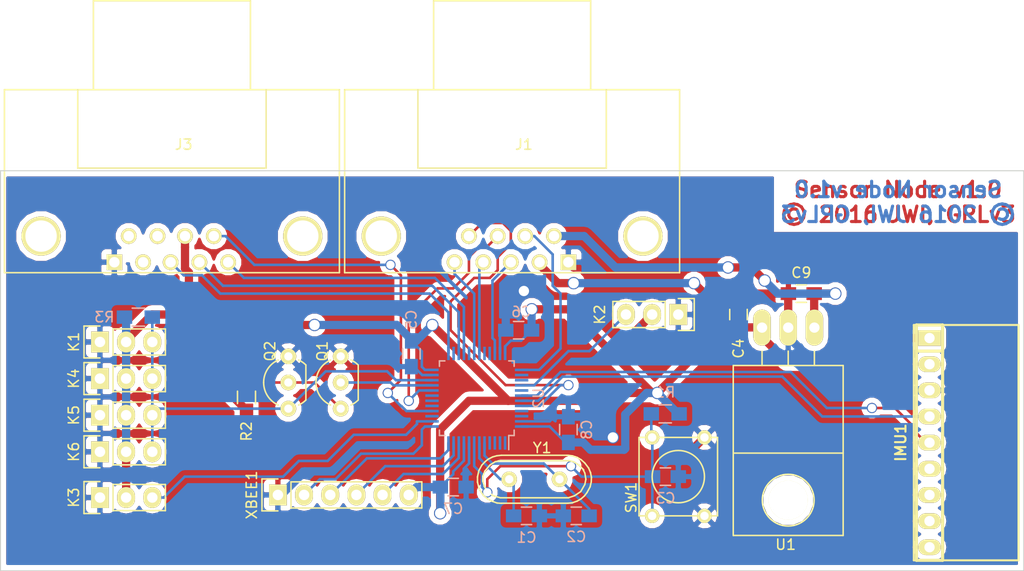
<source format=kicad_pcb>
(kicad_pcb (version 4) (host pcbnew 4.0.2+dfsg1-stable)

  (general
    (links 86)
    (no_connects 0)
    (area 58.369999 42.875999 157.784001 81.838001)
    (thickness 1.6)
    (drawings 10)
    (tracks 317)
    (zones 0)
    (modules 28)
    (nets 28)
  )

  (page A4)
  (layers
    (0 F.Cu signal)
    (31 B.Cu signal)
    (32 B.Adhes user)
    (33 F.Adhes user)
    (34 B.Paste user)
    (35 F.Paste user)
    (36 B.SilkS user)
    (37 F.SilkS user)
    (38 B.Mask user)
    (39 F.Mask user)
    (40 Dwgs.User user)
    (41 Cmts.User user)
    (42 Eco1.User user)
    (43 Eco2.User user)
    (44 Edge.Cuts user)
    (45 Margin user)
    (46 B.CrtYd user)
    (47 F.CrtYd user)
    (48 B.Fab user)
    (49 F.Fab user)
  )

  (setup
    (last_trace_width 0.25)
    (user_trace_width 0.25)
    (user_trace_width 0.8)
    (trace_clearance 0.2)
    (zone_clearance 0.508)
    (zone_45_only yes)
    (trace_min 0.2)
    (segment_width 0.2)
    (edge_width 0.1)
    (via_size 1)
    (via_drill 0.8)
    (via_min_size 0.4)
    (via_min_drill 0.3)
    (user_via 1 0.8)
    (user_via 1.2 1)
    (uvia_size 0.3)
    (uvia_drill 0.1)
    (uvias_allowed no)
    (uvia_min_size 0.2)
    (uvia_min_drill 0.1)
    (pcb_text_width 0.3)
    (pcb_text_size 1.5 1.5)
    (mod_edge_width 0.15)
    (mod_text_size 1 1)
    (mod_text_width 0.15)
    (pad_size 1.5 1.5)
    (pad_drill 0.6)
    (pad_to_mask_clearance 0)
    (aux_axis_origin 0 0)
    (visible_elements FFFFFF7F)
    (pcbplotparams
      (layerselection 0x00030_80000001)
      (usegerberextensions false)
      (excludeedgelayer true)
      (linewidth 0.100000)
      (plotframeref false)
      (viasonmask false)
      (mode 1)
      (useauxorigin false)
      (hpglpennumber 1)
      (hpglpenspeed 20)
      (hpglpendiameter 15)
      (hpglpenoverlay 2)
      (psnegative false)
      (psa4output false)
      (plotreference true)
      (plotvalue true)
      (plotinvisibletext false)
      (padsonsilk false)
      (subtractmaskfromsilk false)
      (outputformat 1)
      (mirror false)
      (drillshape 1)
      (scaleselection 1)
      (outputdirectory ""))
  )

  (net 0 "")
  (net 1 "/Sensor Block/XTAL1")
  (net 2 GND)
  (net 3 "/Sensor Block/XTAL2")
  (net 4 "/Sensor Block/RESET")
  (net 5 +3V3)
  (net 6 +5V)
  (net 7 "/Sensor Block/SWDIO")
  (net 8 "/Sensor Block/USART1_RX")
  (net 9 "/Sensor Block/USART1_TX")
  (net 10 "/Sensor Block/BOOT0")
  (net 11 "/Sensor Block/BOOT1")
  (net 12 "/Sensor Block/SWCLK")
  (net 13 "/Sensor Block/LIGHT1_EN")
  (net 14 "/Sensor Block/LIGHT1_SEL2")
  (net 15 "/Sensor Block/LIGHT1_SEL3")
  (net 16 "/Sensor Block/LIGHT1_FREQ")
  (net 17 "/Sensor Block/USART To OneWire/ONEWIRE_BUS")
  (net 18 "/Sensor Block/DHT_BUS")
  (net 19 "/Sensor Block/NOISE_LEVEL")
  (net 20 "/Sensor Block/XBEE_RX")
  (net 21 "/Sensor Block/XBEE_TX")
  (net 22 "/Sensor Block/XBEE_RTS")
  (net 23 "/Sensor Block/XBEE_CTS")
  (net 24 "/Sensor Block/USART To OneWire/USART_TX")
  (net 25 "/Sensor Block/IMU_SDA")
  (net 26 "/Sensor Block/IMU_SCL")
  (net 27 "/Sensor Block/USART To OneWire/nUSART_TX")

  (net_class Default "This is the default net class."
    (clearance 0.2)
    (trace_width 0.25)
    (via_dia 1)
    (via_drill 0.8)
    (uvia_dia 0.3)
    (uvia_drill 0.1)
    (add_net "/Sensor Block/BOOT0")
    (add_net "/Sensor Block/BOOT1")
    (add_net "/Sensor Block/DHT_BUS")
    (add_net "/Sensor Block/IMU_SCL")
    (add_net "/Sensor Block/IMU_SDA")
    (add_net "/Sensor Block/LIGHT1_EN")
    (add_net "/Sensor Block/LIGHT1_FREQ")
    (add_net "/Sensor Block/LIGHT1_SEL2")
    (add_net "/Sensor Block/LIGHT1_SEL3")
    (add_net "/Sensor Block/NOISE_LEVEL")
    (add_net "/Sensor Block/RESET")
    (add_net "/Sensor Block/SWCLK")
    (add_net "/Sensor Block/SWDIO")
    (add_net "/Sensor Block/USART To OneWire/ONEWIRE_BUS")
    (add_net "/Sensor Block/USART To OneWire/USART_TX")
    (add_net "/Sensor Block/USART To OneWire/nUSART_TX")
    (add_net "/Sensor Block/USART1_RX")
    (add_net "/Sensor Block/USART1_TX")
    (add_net "/Sensor Block/XBEE_CTS")
    (add_net "/Sensor Block/XBEE_RTS")
    (add_net "/Sensor Block/XBEE_RX")
    (add_net "/Sensor Block/XBEE_TX")
    (add_net "/Sensor Block/XTAL1")
    (add_net "/Sensor Block/XTAL2")
  )

  (net_class Power ""
    (clearance 0.2)
    (trace_width 0.8)
    (via_dia 1.2)
    (via_drill 1)
    (uvia_dia 0.3)
    (uvia_drill 0.1)
    (add_net +3V3)
    (add_net +5V)
    (add_net GND)
  )

  (module w_pin_strip:pin_socket_9 (layer F.Cu) (tedit 0) (tstamp 577FC59E)
    (at 148.59 69.342 270)
    (descr "Pin socket 9pin")
    (tags "CONN DEV")
    (path /57791A0A/577FC8E8)
    (fp_text reference IMU1 (at 0 2.794 270) (layer F.SilkS)
      (effects (font (size 1.016 1.016) (thickness 0.2032)))
    )
    (fp_text value IMU (at 0.254 -3.556 270) (layer F.SilkS) hide
      (effects (font (size 1.016 0.889) (thickness 0.2032)))
    )
    (fp_line (start -8.89 -1.27) (end -8.89 1.27) (layer F.SilkS) (width 0.3048))
    (fp_line (start -11.43 -1.27) (end 11.43 -1.27) (layer F.SilkS) (width 0.3048))
    (fp_line (start 11.43 -1.27) (end 11.43 1.27) (layer F.SilkS) (width 0.3048))
    (fp_line (start 11.43 1.27) (end -11.43 1.27) (layer F.SilkS) (width 0.3048))
    (fp_line (start -11.43 1.27) (end -11.43 -1.27) (layer F.SilkS) (width 0.3048))
    (pad 1 thru_hole rect (at -10.16 0 270) (size 1.524 2.19964) (drill 1.00076) (layers *.Cu *.Mask F.SilkS)
      (net 5 +3V3))
    (pad 2 thru_hole oval (at -7.62 0 270) (size 1.524 2.19964) (drill 1.00076) (layers *.Cu *.Mask F.SilkS))
    (pad 3 thru_hole oval (at -5.08 0 270) (size 1.524 2.19964) (drill 1.00076) (layers *.Cu *.Mask F.SilkS)
      (net 2 GND))
    (pad 4 thru_hole oval (at -2.54 0 270) (size 1.524 2.19964) (drill 1.00076) (layers *.Cu *.Mask F.SilkS)
      (net 25 "/Sensor Block/IMU_SDA"))
    (pad 5 thru_hole oval (at 0 0 270) (size 1.524 2.19964) (drill 1.00076) (layers *.Cu *.Mask F.SilkS)
      (net 26 "/Sensor Block/IMU_SCL"))
    (pad 6 thru_hole oval (at 2.54 0 270) (size 1.524 2.19964) (drill 1.00076) (layers *.Cu *.Mask F.SilkS))
    (pad 7 thru_hole oval (at 5.08 0 270) (size 1.524 2.19964) (drill 1.00076) (layers *.Cu *.Mask F.SilkS))
    (pad 8 thru_hole oval (at 7.62 0 270) (size 1.524 2.19964) (drill 1.00076) (layers *.Cu *.Mask F.SilkS))
    (pad 9 thru_hole oval (at 10.16 0 270) (size 1.524 2.19964) (drill 1.00076) (layers *.Cu *.Mask F.SilkS))
    (model walter/pin_strip/pin_socket_9.wrl
      (at (xyz 0 0 0))
      (scale (xyz 1 1 1))
      (rotate (xyz 0 0 0))
    )
  )

  (module Crystals:Crystal_HC49-U_Vertical (layer F.Cu) (tedit 577D4C10) (tstamp 577D4311)
    (at 110.236 72.898)
    (descr "Crystal, Quarz, HC49/U, vertical, stehend,")
    (tags "Crystal, Quarz, HC49/U, vertical, stehend,")
    (path /57791A0A/57793CAC)
    (fp_text reference Y1 (at 0.762 -3.048) (layer F.SilkS)
      (effects (font (size 1 1) (thickness 0.15)))
    )
    (fp_text value 24MHz (at 0 3.81) (layer F.Fab)
      (effects (font (size 1 1) (thickness 0.15)))
    )
    (fp_line (start 4.699 -1.00076) (end 4.89966 -0.59944) (layer F.SilkS) (width 0.15))
    (fp_line (start 4.89966 -0.59944) (end 5.00126 0) (layer F.SilkS) (width 0.15))
    (fp_line (start 5.00126 0) (end 4.89966 0.50038) (layer F.SilkS) (width 0.15))
    (fp_line (start 4.89966 0.50038) (end 4.50088 1.19888) (layer F.SilkS) (width 0.15))
    (fp_line (start 4.50088 1.19888) (end 3.8989 1.6002) (layer F.SilkS) (width 0.15))
    (fp_line (start 3.8989 1.6002) (end 3.29946 1.80086) (layer F.SilkS) (width 0.15))
    (fp_line (start 3.29946 1.80086) (end -3.29946 1.80086) (layer F.SilkS) (width 0.15))
    (fp_line (start -3.29946 1.80086) (end -4.0005 1.6002) (layer F.SilkS) (width 0.15))
    (fp_line (start -4.0005 1.6002) (end -4.39928 1.30048) (layer F.SilkS) (width 0.15))
    (fp_line (start -4.39928 1.30048) (end -4.8006 0.8001) (layer F.SilkS) (width 0.15))
    (fp_line (start -4.8006 0.8001) (end -5.00126 0.20066) (layer F.SilkS) (width 0.15))
    (fp_line (start -5.00126 0.20066) (end -5.00126 -0.29972) (layer F.SilkS) (width 0.15))
    (fp_line (start -5.00126 -0.29972) (end -4.8006 -0.8001) (layer F.SilkS) (width 0.15))
    (fp_line (start -4.8006 -0.8001) (end -4.30022 -1.39954) (layer F.SilkS) (width 0.15))
    (fp_line (start -4.30022 -1.39954) (end -3.79984 -1.69926) (layer F.SilkS) (width 0.15))
    (fp_line (start -3.79984 -1.69926) (end -3.29946 -1.80086) (layer F.SilkS) (width 0.15))
    (fp_line (start -3.2004 -1.80086) (end 3.40106 -1.80086) (layer F.SilkS) (width 0.15))
    (fp_line (start 3.40106 -1.80086) (end 3.79984 -1.69926) (layer F.SilkS) (width 0.15))
    (fp_line (start 3.79984 -1.69926) (end 4.30022 -1.39954) (layer F.SilkS) (width 0.15))
    (fp_line (start 4.30022 -1.39954) (end 4.8006 -0.89916) (layer F.SilkS) (width 0.15))
    (fp_line (start -3.19024 -2.32918) (end -3.64998 -2.28092) (layer F.SilkS) (width 0.15))
    (fp_line (start -3.64998 -2.28092) (end -4.04876 -2.16916) (layer F.SilkS) (width 0.15))
    (fp_line (start -4.04876 -2.16916) (end -4.48056 -1.95072) (layer F.SilkS) (width 0.15))
    (fp_line (start -4.48056 -1.95072) (end -4.77012 -1.71958) (layer F.SilkS) (width 0.15))
    (fp_line (start -4.77012 -1.71958) (end -5.10032 -1.36906) (layer F.SilkS) (width 0.15))
    (fp_line (start -5.10032 -1.36906) (end -5.38988 -0.83058) (layer F.SilkS) (width 0.15))
    (fp_line (start -5.38988 -0.83058) (end -5.51942 -0.23114) (layer F.SilkS) (width 0.15))
    (fp_line (start -5.51942 -0.23114) (end -5.51942 0.2794) (layer F.SilkS) (width 0.15))
    (fp_line (start -5.51942 0.2794) (end -5.34924 0.98044) (layer F.SilkS) (width 0.15))
    (fp_line (start -5.34924 0.98044) (end -4.95046 1.56972) (layer F.SilkS) (width 0.15))
    (fp_line (start -4.95046 1.56972) (end -4.49072 1.94056) (layer F.SilkS) (width 0.15))
    (fp_line (start -4.49072 1.94056) (end -4.06908 2.14884) (layer F.SilkS) (width 0.15))
    (fp_line (start -4.06908 2.14884) (end -3.6195 2.30886) (layer F.SilkS) (width 0.15))
    (fp_line (start -3.6195 2.30886) (end -3.18008 2.33934) (layer F.SilkS) (width 0.15))
    (fp_line (start 4.16052 2.1209) (end 4.53898 1.89992) (layer F.SilkS) (width 0.15))
    (fp_line (start 4.53898 1.89992) (end 4.85902 1.62052) (layer F.SilkS) (width 0.15))
    (fp_line (start 4.85902 1.62052) (end 5.11048 1.29032) (layer F.SilkS) (width 0.15))
    (fp_line (start 5.11048 1.29032) (end 5.4102 0.73914) (layer F.SilkS) (width 0.15))
    (fp_line (start 5.4102 0.73914) (end 5.51942 0.26924) (layer F.SilkS) (width 0.15))
    (fp_line (start 5.51942 0.26924) (end 5.53974 -0.1905) (layer F.SilkS) (width 0.15))
    (fp_line (start 5.53974 -0.1905) (end 5.45084 -0.65024) (layer F.SilkS) (width 0.15))
    (fp_line (start 5.45084 -0.65024) (end 5.26034 -1.09982) (layer F.SilkS) (width 0.15))
    (fp_line (start 5.26034 -1.09982) (end 4.89966 -1.56972) (layer F.SilkS) (width 0.15))
    (fp_line (start 4.89966 -1.56972) (end 4.54914 -1.88976) (layer F.SilkS) (width 0.15))
    (fp_line (start 4.54914 -1.88976) (end 4.16052 -2.1209) (layer F.SilkS) (width 0.15))
    (fp_line (start 4.16052 -2.1209) (end 3.73126 -2.2606) (layer F.SilkS) (width 0.15))
    (fp_line (start 3.73126 -2.2606) (end 3.2893 -2.32918) (layer F.SilkS) (width 0.15))
    (fp_line (start -3.2004 2.32918) (end 3.2512 2.32918) (layer F.SilkS) (width 0.15))
    (fp_line (start 3.2512 2.32918) (end 3.6703 2.29108) (layer F.SilkS) (width 0.15))
    (fp_line (start 3.6703 2.29108) (end 4.16052 2.1209) (layer F.SilkS) (width 0.15))
    (fp_line (start -3.2004 -2.32918) (end 3.2512 -2.32918) (layer F.SilkS) (width 0.15))
    (pad 1 thru_hole circle (at -2.44094 0) (size 1.50114 1.50114) (drill 0.8001) (layers *.Cu *.Mask F.SilkS)
      (net 1 "/Sensor Block/XTAL1"))
    (pad 2 thru_hole circle (at 2.44094 0) (size 1.50114 1.50114) (drill 0.8001) (layers *.Cu *.Mask F.SilkS)
      (net 3 "/Sensor Block/XTAL2"))
  )

  (module Connect:DB9MC (layer F.Cu) (tedit 0) (tstamp 577D423A)
    (at 107.95 50.546)
    (descr "Connecteur DB9 male couche")
    (tags "CONN DB9")
    (path /57791A0A/577A4D7B)
    (fp_text reference J1 (at 1.27 -10.16) (layer F.SilkS)
      (effects (font (size 1 1) (thickness 0.15)))
    )
    (fp_text value DB9 (at 1.27 -3.81) (layer F.Fab)
      (effects (font (size 1 1) (thickness 0.15)))
    )
    (fp_line (start -16.129 2.286) (end 16.383 2.286) (layer F.SilkS) (width 0.15))
    (fp_line (start 16.383 2.286) (end 16.383 -15.494) (layer F.SilkS) (width 0.15))
    (fp_line (start 16.383 -15.494) (end -16.129 -15.494) (layer F.SilkS) (width 0.15))
    (fp_line (start -16.129 -15.494) (end -16.129 2.286) (layer F.SilkS) (width 0.15))
    (fp_line (start -9.017 -15.494) (end -9.017 -7.874) (layer F.SilkS) (width 0.15))
    (fp_line (start -9.017 -7.874) (end 9.271 -7.874) (layer F.SilkS) (width 0.15))
    (fp_line (start 9.271 -7.874) (end 9.271 -15.494) (layer F.SilkS) (width 0.15))
    (fp_line (start -7.493 -15.494) (end -7.493 -24.13) (layer F.SilkS) (width 0.15))
    (fp_line (start -7.493 -24.13) (end 7.747 -24.13) (layer F.SilkS) (width 0.15))
    (fp_line (start 7.747 -24.13) (end 7.747 -15.494) (layer F.SilkS) (width 0.15))
    (pad "" thru_hole circle (at 12.827 -1.27) (size 3.81 3.81) (drill 3.048) (layers *.Cu *.Mask F.SilkS))
    (pad "" thru_hole circle (at -12.573 -1.27) (size 3.81 3.81) (drill 3.048) (layers *.Cu *.Mask F.SilkS))
    (pad 1 thru_hole rect (at 5.588 1.27) (size 1.524 1.524) (drill 1.016) (layers *.Cu *.Mask F.SilkS)
      (net 2 GND))
    (pad 2 thru_hole circle (at 2.794 1.27) (size 1.524 1.524) (drill 1.016) (layers *.Cu *.Mask F.SilkS)
      (net 5 +3V3))
    (pad 3 thru_hole circle (at 0 1.27) (size 1.524 1.524) (drill 1.016) (layers *.Cu *.Mask F.SilkS)
      (net 7 "/Sensor Block/SWDIO"))
    (pad 4 thru_hole circle (at -2.667 1.27) (size 1.524 1.524) (drill 1.016) (layers *.Cu *.Mask F.SilkS)
      (net 8 "/Sensor Block/USART1_RX"))
    (pad 5 thru_hole circle (at -5.461 1.27) (size 1.524 1.524) (drill 1.016) (layers *.Cu *.Mask F.SilkS)
      (net 9 "/Sensor Block/USART1_TX"))
    (pad 9 thru_hole circle (at -4.064 -1.27) (size 1.524 1.524) (drill 1.016) (layers *.Cu *.Mask F.SilkS)
      (net 10 "/Sensor Block/BOOT0"))
    (pad 8 thru_hole circle (at -1.27 -1.27) (size 1.524 1.524) (drill 1.016) (layers *.Cu *.Mask F.SilkS)
      (net 11 "/Sensor Block/BOOT1"))
    (pad 7 thru_hole circle (at 1.397 -1.27) (size 1.524 1.524) (drill 1.016) (layers *.Cu *.Mask F.SilkS)
      (net 12 "/Sensor Block/SWCLK"))
    (pad 6 thru_hole circle (at 4.191 -1.27) (size 1.524 1.524) (drill 1.016) (layers *.Cu *.Mask F.SilkS)
      (net 6 +5V))
    (model Connect.3dshapes/DB9MC.wrl
      (at (xyz 0 0 0))
      (scale (xyz 1 1 1))
      (rotate (xyz 0 0 0))
    )
  )

  (module Capacitors_SMD:C_0805_HandSoldering (layer B.Cu) (tedit 541A9B8D) (tstamp 577D41FB)
    (at 109.474 76.454)
    (descr "Capacitor SMD 0805, hand soldering")
    (tags "capacitor 0805")
    (path /57791A0A/57793FB4)
    (attr smd)
    (fp_text reference C1 (at 0 2.1) (layer B.SilkS)
      (effects (font (size 1 1) (thickness 0.15)) (justify mirror))
    )
    (fp_text value 56p (at 0 -2.1) (layer B.Fab)
      (effects (font (size 1 1) (thickness 0.15)) (justify mirror))
    )
    (fp_line (start -2.3 1) (end 2.3 1) (layer B.CrtYd) (width 0.05))
    (fp_line (start -2.3 -1) (end 2.3 -1) (layer B.CrtYd) (width 0.05))
    (fp_line (start -2.3 1) (end -2.3 -1) (layer B.CrtYd) (width 0.05))
    (fp_line (start 2.3 1) (end 2.3 -1) (layer B.CrtYd) (width 0.05))
    (fp_line (start 0.5 0.85) (end -0.5 0.85) (layer B.SilkS) (width 0.15))
    (fp_line (start -0.5 -0.85) (end 0.5 -0.85) (layer B.SilkS) (width 0.15))
    (pad 1 smd rect (at -1.25 0) (size 1.5 1.25) (layers B.Cu B.Paste B.Mask)
      (net 1 "/Sensor Block/XTAL1"))
    (pad 2 smd rect (at 1.25 0) (size 1.5 1.25) (layers B.Cu B.Paste B.Mask)
      (net 2 GND))
    (model Capacitors_SMD.3dshapes/C_0805_HandSoldering.wrl
      (at (xyz 0 0 0))
      (scale (xyz 1 1 1))
      (rotate (xyz 0 0 0))
    )
  )

  (module Capacitors_SMD:C_0805_HandSoldering (layer B.Cu) (tedit 541A9B8D) (tstamp 577D4201)
    (at 114.3 76.454 180)
    (descr "Capacitor SMD 0805, hand soldering")
    (tags "capacitor 0805")
    (path /57791A0A/57793E97)
    (attr smd)
    (fp_text reference C2 (at 0 -2.032 180) (layer B.SilkS)
      (effects (font (size 1 1) (thickness 0.15)) (justify mirror))
    )
    (fp_text value 56p (at 0 2.032 180) (layer B.Fab)
      (effects (font (size 1 1) (thickness 0.15)) (justify mirror))
    )
    (fp_line (start -2.3 1) (end 2.3 1) (layer B.CrtYd) (width 0.05))
    (fp_line (start -2.3 -1) (end 2.3 -1) (layer B.CrtYd) (width 0.05))
    (fp_line (start -2.3 1) (end -2.3 -1) (layer B.CrtYd) (width 0.05))
    (fp_line (start 2.3 1) (end 2.3 -1) (layer B.CrtYd) (width 0.05))
    (fp_line (start 0.5 0.85) (end -0.5 0.85) (layer B.SilkS) (width 0.15))
    (fp_line (start -0.5 -0.85) (end 0.5 -0.85) (layer B.SilkS) (width 0.15))
    (pad 1 smd rect (at -1.25 0 180) (size 1.5 1.25) (layers B.Cu B.Paste B.Mask)
      (net 3 "/Sensor Block/XTAL2"))
    (pad 2 smd rect (at 1.25 0 180) (size 1.5 1.25) (layers B.Cu B.Paste B.Mask)
      (net 2 GND))
    (model Capacitors_SMD.3dshapes/C_0805_HandSoldering.wrl
      (at (xyz 0 0 0))
      (scale (xyz 1 1 1))
      (rotate (xyz 0 0 0))
    )
  )

  (module Capacitors_SMD:C_0805_HandSoldering (layer B.Cu) (tedit 541A9B8D) (tstamp 577D4207)
    (at 122.956 72.644)
    (descr "Capacitor SMD 0805, hand soldering")
    (tags "capacitor 0805")
    (path /57791A0A/577925DE)
    (attr smd)
    (fp_text reference C3 (at 0 2.1) (layer B.SilkS)
      (effects (font (size 1 1) (thickness 0.15)) (justify mirror))
    )
    (fp_text value 100n (at 0 -2.1) (layer B.Fab)
      (effects (font (size 1 1) (thickness 0.15)) (justify mirror))
    )
    (fp_line (start -2.3 1) (end 2.3 1) (layer B.CrtYd) (width 0.05))
    (fp_line (start -2.3 -1) (end 2.3 -1) (layer B.CrtYd) (width 0.05))
    (fp_line (start -2.3 1) (end -2.3 -1) (layer B.CrtYd) (width 0.05))
    (fp_line (start 2.3 1) (end 2.3 -1) (layer B.CrtYd) (width 0.05))
    (fp_line (start 0.5 0.85) (end -0.5 0.85) (layer B.SilkS) (width 0.15))
    (fp_line (start -0.5 -0.85) (end 0.5 -0.85) (layer B.SilkS) (width 0.15))
    (pad 1 smd rect (at -1.25 0) (size 1.5 1.25) (layers B.Cu B.Paste B.Mask)
      (net 4 "/Sensor Block/RESET"))
    (pad 2 smd rect (at 1.25 0) (size 1.5 1.25) (layers B.Cu B.Paste B.Mask)
      (net 2 GND))
    (model Capacitors_SMD.3dshapes/C_0805_HandSoldering.wrl
      (at (xyz 0 0 0))
      (scale (xyz 1 1 1))
      (rotate (xyz 0 0 0))
    )
  )

  (module Capacitors_SMD:C_0805_HandSoldering (layer F.Cu) (tedit 541A9B8D) (tstamp 577D420D)
    (at 130.048 56.896 90)
    (descr "Capacitor SMD 0805, hand soldering")
    (tags "capacitor 0805")
    (path /57791A0A/577A5B5B)
    (attr smd)
    (fp_text reference C4 (at -3.302 0 90) (layer F.SilkS)
      (effects (font (size 1 1) (thickness 0.15)))
    )
    (fp_text value 10u (at 0 2.1 90) (layer F.Fab)
      (effects (font (size 1 1) (thickness 0.15)))
    )
    (fp_line (start -2.3 -1) (end 2.3 -1) (layer F.CrtYd) (width 0.05))
    (fp_line (start -2.3 1) (end 2.3 1) (layer F.CrtYd) (width 0.05))
    (fp_line (start -2.3 -1) (end -2.3 1) (layer F.CrtYd) (width 0.05))
    (fp_line (start 2.3 -1) (end 2.3 1) (layer F.CrtYd) (width 0.05))
    (fp_line (start 0.5 -0.85) (end -0.5 -0.85) (layer F.SilkS) (width 0.15))
    (fp_line (start -0.5 0.85) (end 0.5 0.85) (layer F.SilkS) (width 0.15))
    (pad 1 smd rect (at -1.25 0 90) (size 1.5 1.25) (layers F.Cu F.Paste F.Mask)
      (net 5 +3V3))
    (pad 2 smd rect (at 1.25 0 90) (size 1.5 1.25) (layers F.Cu F.Paste F.Mask)
      (net 2 GND))
    (model Capacitors_SMD.3dshapes/C_0805_HandSoldering.wrl
      (at (xyz 0 0 0))
      (scale (xyz 1 1 1))
      (rotate (xyz 0 0 0))
    )
  )

  (module Capacitors_SMD:C_0805_HandSoldering (layer B.Cu) (tedit 577D4C1D) (tstamp 577D4213)
    (at 98.298 60.706 270)
    (descr "Capacitor SMD 0805, hand soldering")
    (tags "capacitor 0805")
    (path /57791A0A/577A5CBC)
    (attr smd)
    (fp_text reference C5 (at -3.302 0 270) (layer B.SilkS)
      (effects (font (size 1 1) (thickness 0.15)) (justify mirror))
    )
    (fp_text value 100n (at 0 -2.1 270) (layer B.Fab)
      (effects (font (size 1 1) (thickness 0.15)) (justify mirror))
    )
    (fp_line (start -2.3 1) (end 2.3 1) (layer B.CrtYd) (width 0.05))
    (fp_line (start -2.3 -1) (end 2.3 -1) (layer B.CrtYd) (width 0.05))
    (fp_line (start -2.3 1) (end -2.3 -1) (layer B.CrtYd) (width 0.05))
    (fp_line (start 2.3 1) (end 2.3 -1) (layer B.CrtYd) (width 0.05))
    (fp_line (start 0.5 0.85) (end -0.5 0.85) (layer B.SilkS) (width 0.15))
    (fp_line (start -0.5 -0.85) (end 0.5 -0.85) (layer B.SilkS) (width 0.15))
    (pad 1 smd rect (at -1.25 0 270) (size 1.5 1.25) (layers B.Cu B.Paste B.Mask)
      (net 5 +3V3))
    (pad 2 smd rect (at 1.25 0 270) (size 1.5 1.25) (layers B.Cu B.Paste B.Mask)
      (net 2 GND))
    (model Capacitors_SMD.3dshapes/C_0805_HandSoldering.wrl
      (at (xyz 0 0 0))
      (scale (xyz 1 1 1))
      (rotate (xyz 0 0 0))
    )
  )

  (module Capacitors_SMD:C_0805_HandSoldering (layer B.Cu) (tedit 577D4C14) (tstamp 577D4219)
    (at 108.712 58.42 180)
    (descr "Capacitor SMD 0805, hand soldering")
    (tags "capacitor 0805")
    (path /57791A0A/577A876A)
    (attr smd)
    (fp_text reference C6 (at -0.254 1.778 180) (layer B.SilkS)
      (effects (font (size 1 1) (thickness 0.15)) (justify mirror))
    )
    (fp_text value 100n (at 0 -2.1 180) (layer B.Fab)
      (effects (font (size 1 1) (thickness 0.15)) (justify mirror))
    )
    (fp_line (start -2.3 1) (end 2.3 1) (layer B.CrtYd) (width 0.05))
    (fp_line (start -2.3 -1) (end 2.3 -1) (layer B.CrtYd) (width 0.05))
    (fp_line (start -2.3 1) (end -2.3 -1) (layer B.CrtYd) (width 0.05))
    (fp_line (start 2.3 1) (end 2.3 -1) (layer B.CrtYd) (width 0.05))
    (fp_line (start 0.5 0.85) (end -0.5 0.85) (layer B.SilkS) (width 0.15))
    (fp_line (start -0.5 -0.85) (end 0.5 -0.85) (layer B.SilkS) (width 0.15))
    (pad 1 smd rect (at -1.25 0 180) (size 1.5 1.25) (layers B.Cu B.Paste B.Mask)
      (net 5 +3V3))
    (pad 2 smd rect (at 1.25 0 180) (size 1.5 1.25) (layers B.Cu B.Paste B.Mask)
      (net 2 GND))
    (model Capacitors_SMD.3dshapes/C_0805_HandSoldering.wrl
      (at (xyz 0 0 0))
      (scale (xyz 1 1 1))
      (rotate (xyz 0 0 0))
    )
  )

  (module Capacitors_SMD:C_0805_HandSoldering (layer B.Cu) (tedit 541A9B8D) (tstamp 577D421F)
    (at 102.362 73.66)
    (descr "Capacitor SMD 0805, hand soldering")
    (tags "capacitor 0805")
    (path /57791A0A/577A8473)
    (attr smd)
    (fp_text reference C7 (at 0 2.1) (layer B.SilkS)
      (effects (font (size 1 1) (thickness 0.15)) (justify mirror))
    )
    (fp_text value 100n (at 0 -2.1) (layer B.Fab)
      (effects (font (size 1 1) (thickness 0.15)) (justify mirror))
    )
    (fp_line (start -2.3 1) (end 2.3 1) (layer B.CrtYd) (width 0.05))
    (fp_line (start -2.3 -1) (end 2.3 -1) (layer B.CrtYd) (width 0.05))
    (fp_line (start -2.3 1) (end -2.3 -1) (layer B.CrtYd) (width 0.05))
    (fp_line (start 2.3 1) (end 2.3 -1) (layer B.CrtYd) (width 0.05))
    (fp_line (start 0.5 0.85) (end -0.5 0.85) (layer B.SilkS) (width 0.15))
    (fp_line (start -0.5 -0.85) (end 0.5 -0.85) (layer B.SilkS) (width 0.15))
    (pad 1 smd rect (at -1.25 0) (size 1.5 1.25) (layers B.Cu B.Paste B.Mask)
      (net 5 +3V3))
    (pad 2 smd rect (at 1.25 0) (size 1.5 1.25) (layers B.Cu B.Paste B.Mask)
      (net 2 GND))
    (model Capacitors_SMD.3dshapes/C_0805_HandSoldering.wrl
      (at (xyz 0 0 0))
      (scale (xyz 1 1 1))
      (rotate (xyz 0 0 0))
    )
  )

  (module Capacitors_SMD:C_0805_HandSoldering (layer B.Cu) (tedit 577D4C12) (tstamp 577D4225)
    (at 113.538 68.072 90)
    (descr "Capacitor SMD 0805, hand soldering")
    (tags "capacitor 0805")
    (path /57791A0A/577A877C)
    (attr smd)
    (fp_text reference C8 (at 0 1.778 90) (layer B.SilkS)
      (effects (font (size 1 1) (thickness 0.15)) (justify mirror))
    )
    (fp_text value 100n (at 0 -2.1 90) (layer B.Fab)
      (effects (font (size 1 1) (thickness 0.15)) (justify mirror))
    )
    (fp_line (start -2.3 1) (end 2.3 1) (layer B.CrtYd) (width 0.05))
    (fp_line (start -2.3 -1) (end 2.3 -1) (layer B.CrtYd) (width 0.05))
    (fp_line (start -2.3 1) (end -2.3 -1) (layer B.CrtYd) (width 0.05))
    (fp_line (start 2.3 1) (end 2.3 -1) (layer B.CrtYd) (width 0.05))
    (fp_line (start 0.5 0.85) (end -0.5 0.85) (layer B.SilkS) (width 0.15))
    (fp_line (start -0.5 -0.85) (end 0.5 -0.85) (layer B.SilkS) (width 0.15))
    (pad 1 smd rect (at -1.25 0 90) (size 1.5 1.25) (layers B.Cu B.Paste B.Mask)
      (net 5 +3V3))
    (pad 2 smd rect (at 1.25 0 90) (size 1.5 1.25) (layers B.Cu B.Paste B.Mask)
      (net 2 GND))
    (model Capacitors_SMD.3dshapes/C_0805_HandSoldering.wrl
      (at (xyz 0 0 0))
      (scale (xyz 1 1 1))
      (rotate (xyz 0 0 0))
    )
  )

  (module Capacitors_SMD:C_0805_HandSoldering (layer F.Cu) (tedit 541A9B8D) (tstamp 577D422B)
    (at 136.144 54.864 180)
    (descr "Capacitor SMD 0805, hand soldering")
    (tags "capacitor 0805")
    (path /57791A0A/577C15ED)
    (attr smd)
    (fp_text reference C9 (at 0 2.032 180) (layer F.SilkS)
      (effects (font (size 1 1) (thickness 0.15)))
    )
    (fp_text value 10u (at 0 2.1 180) (layer F.Fab)
      (effects (font (size 1 1) (thickness 0.15)))
    )
    (fp_line (start -2.3 -1) (end 2.3 -1) (layer F.CrtYd) (width 0.05))
    (fp_line (start -2.3 1) (end 2.3 1) (layer F.CrtYd) (width 0.05))
    (fp_line (start -2.3 -1) (end -2.3 1) (layer F.CrtYd) (width 0.05))
    (fp_line (start 2.3 -1) (end 2.3 1) (layer F.CrtYd) (width 0.05))
    (fp_line (start 0.5 -0.85) (end -0.5 -0.85) (layer F.SilkS) (width 0.15))
    (fp_line (start -0.5 0.85) (end 0.5 0.85) (layer F.SilkS) (width 0.15))
    (pad 1 smd rect (at -1.25 0 180) (size 1.5 1.25) (layers F.Cu F.Paste F.Mask)
      (net 6 +5V))
    (pad 2 smd rect (at 1.25 0 180) (size 1.5 1.25) (layers F.Cu F.Paste F.Mask)
      (net 2 GND))
    (model Capacitors_SMD.3dshapes/C_0805_HandSoldering.wrl
      (at (xyz 0 0 0))
      (scale (xyz 1 1 1))
      (rotate (xyz 0 0 0))
    )
  )

  (module Connect:DB9FC (layer F.Cu) (tedit 0) (tstamp 577D4258)
    (at 74.93 50.546)
    (descr "Connecteur DB9 femelle couche")
    (tags "CONN DB9")
    (path /57791A0A/577D321B)
    (fp_text reference J3 (at 1.27 -10.16) (layer F.SilkS)
      (effects (font (size 1 1) (thickness 0.15)))
    )
    (fp_text value DB9 (at 1.27 -3.81) (layer F.Fab)
      (effects (font (size 1 1) (thickness 0.15)))
    )
    (fp_line (start -16.129 2.286) (end 16.383 2.286) (layer F.SilkS) (width 0.15))
    (fp_line (start 16.383 2.286) (end 16.383 -15.494) (layer F.SilkS) (width 0.15))
    (fp_line (start 16.383 -15.494) (end -16.129 -15.494) (layer F.SilkS) (width 0.15))
    (fp_line (start -16.129 -15.494) (end -16.129 2.286) (layer F.SilkS) (width 0.15))
    (fp_line (start -9.017 -15.494) (end -9.017 -7.874) (layer F.SilkS) (width 0.15))
    (fp_line (start -9.017 -7.874) (end 9.271 -7.874) (layer F.SilkS) (width 0.15))
    (fp_line (start 9.271 -7.874) (end 9.271 -15.494) (layer F.SilkS) (width 0.15))
    (fp_line (start -7.493 -15.494) (end -7.493 -24.13) (layer F.SilkS) (width 0.15))
    (fp_line (start -7.493 -24.13) (end 7.747 -24.13) (layer F.SilkS) (width 0.15))
    (fp_line (start 7.747 -24.13) (end 7.747 -15.494) (layer F.SilkS) (width 0.15))
    (pad "" thru_hole circle (at 12.827 -1.27) (size 3.81 3.81) (drill 3.048) (layers *.Cu *.Mask F.SilkS))
    (pad "" thru_hole circle (at -12.573 -1.27) (size 3.81 3.81) (drill 3.048) (layers *.Cu *.Mask F.SilkS))
    (pad 1 thru_hole rect (at -5.461 1.27) (size 1.524 1.524) (drill 1.016) (layers *.Cu *.Mask F.SilkS)
      (net 2 GND))
    (pad 2 thru_hole circle (at -2.667 1.27) (size 1.524 1.524) (drill 1.016) (layers *.Cu *.Mask F.SilkS))
    (pad 3 thru_hole circle (at 0 1.27) (size 1.524 1.524) (drill 1.016) (layers *.Cu *.Mask F.SilkS)
      (net 13 "/Sensor Block/LIGHT1_EN"))
    (pad 4 thru_hole circle (at 2.794 1.27) (size 1.524 1.524) (drill 1.016) (layers *.Cu *.Mask F.SilkS)
      (net 14 "/Sensor Block/LIGHT1_SEL2"))
    (pad 5 thru_hole circle (at 5.588 1.27) (size 1.524 1.524) (drill 1.016) (layers *.Cu *.Mask F.SilkS)
      (net 15 "/Sensor Block/LIGHT1_SEL3"))
    (pad 6 thru_hole circle (at -4.064 -1.27) (size 1.524 1.524) (drill 1.016) (layers *.Cu *.Mask F.SilkS))
    (pad 7 thru_hole circle (at -1.27 -1.27) (size 1.524 1.524) (drill 1.016) (layers *.Cu *.Mask F.SilkS))
    (pad 8 thru_hole circle (at 1.397 -1.27) (size 1.524 1.524) (drill 1.016) (layers *.Cu *.Mask F.SilkS)
      (net 5 +3V3))
    (pad 9 thru_hole circle (at 4.191 -1.27) (size 1.524 1.524) (drill 1.016) (layers *.Cu *.Mask F.SilkS)
      (net 16 "/Sensor Block/LIGHT1_FREQ"))
    (model Connect.3dshapes/DB9FC.wrl
      (at (xyz 0 0 0))
      (scale (xyz 1 1 1))
      (rotate (xyz 0 0 0))
    )
  )

  (module Pin_Headers:Pin_Header_Straight_1x03 (layer F.Cu) (tedit 0) (tstamp 577D425F)
    (at 68.072 59.563 90)
    (descr "Through hole pin header")
    (tags "pin header")
    (path /57791A0A/577928D2)
    (fp_text reference K1 (at 0 -2.54 90) (layer F.SilkS)
      (effects (font (size 1 1) (thickness 0.15)))
    )
    (fp_text value XLR3 (at 0 -3.1 90) (layer F.Fab)
      (effects (font (size 1 1) (thickness 0.15)))
    )
    (fp_line (start -1.75 -1.75) (end -1.75 6.85) (layer F.CrtYd) (width 0.05))
    (fp_line (start 1.75 -1.75) (end 1.75 6.85) (layer F.CrtYd) (width 0.05))
    (fp_line (start -1.75 -1.75) (end 1.75 -1.75) (layer F.CrtYd) (width 0.05))
    (fp_line (start -1.75 6.85) (end 1.75 6.85) (layer F.CrtYd) (width 0.05))
    (fp_line (start -1.27 1.27) (end -1.27 6.35) (layer F.SilkS) (width 0.15))
    (fp_line (start -1.27 6.35) (end 1.27 6.35) (layer F.SilkS) (width 0.15))
    (fp_line (start 1.27 6.35) (end 1.27 1.27) (layer F.SilkS) (width 0.15))
    (fp_line (start 1.55 -1.55) (end 1.55 0) (layer F.SilkS) (width 0.15))
    (fp_line (start 1.27 1.27) (end -1.27 1.27) (layer F.SilkS) (width 0.15))
    (fp_line (start -1.55 0) (end -1.55 -1.55) (layer F.SilkS) (width 0.15))
    (fp_line (start -1.55 -1.55) (end 1.55 -1.55) (layer F.SilkS) (width 0.15))
    (pad 1 thru_hole rect (at 0 0 90) (size 2.032 1.7272) (drill 1.016) (layers *.Cu *.Mask F.SilkS)
      (net 2 GND))
    (pad 2 thru_hole oval (at 0 2.54 90) (size 2.032 1.7272) (drill 1.016) (layers *.Cu *.Mask F.SilkS)
      (net 5 +3V3))
    (pad 3 thru_hole oval (at 0 5.08 90) (size 2.032 1.7272) (drill 1.016) (layers *.Cu *.Mask F.SilkS)
      (net 17 "/Sensor Block/USART To OneWire/ONEWIRE_BUS"))
    (model Pin_Headers.3dshapes/Pin_Header_Straight_1x03.wrl
      (at (xyz 0 -0.1 0))
      (scale (xyz 1 1 1))
      (rotate (xyz 0 0 90))
    )
  )

  (module Pin_Headers:Pin_Header_Straight_1x03 (layer F.Cu) (tedit 0) (tstamp 577D4266)
    (at 124.206 56.896 270)
    (descr "Through hole pin header")
    (tags "pin header")
    (path /57791A0A/57792C09)
    (fp_text reference K2 (at 0 7.62 270) (layer F.SilkS)
      (effects (font (size 1 1) (thickness 0.15)))
    )
    (fp_text value XLR3 (at 0 -3.1 270) (layer F.Fab)
      (effects (font (size 1 1) (thickness 0.15)))
    )
    (fp_line (start -1.75 -1.75) (end -1.75 6.85) (layer F.CrtYd) (width 0.05))
    (fp_line (start 1.75 -1.75) (end 1.75 6.85) (layer F.CrtYd) (width 0.05))
    (fp_line (start -1.75 -1.75) (end 1.75 -1.75) (layer F.CrtYd) (width 0.05))
    (fp_line (start -1.75 6.85) (end 1.75 6.85) (layer F.CrtYd) (width 0.05))
    (fp_line (start -1.27 1.27) (end -1.27 6.35) (layer F.SilkS) (width 0.15))
    (fp_line (start -1.27 6.35) (end 1.27 6.35) (layer F.SilkS) (width 0.15))
    (fp_line (start 1.27 6.35) (end 1.27 1.27) (layer F.SilkS) (width 0.15))
    (fp_line (start 1.55 -1.55) (end 1.55 0) (layer F.SilkS) (width 0.15))
    (fp_line (start 1.27 1.27) (end -1.27 1.27) (layer F.SilkS) (width 0.15))
    (fp_line (start -1.55 0) (end -1.55 -1.55) (layer F.SilkS) (width 0.15))
    (fp_line (start -1.55 -1.55) (end 1.55 -1.55) (layer F.SilkS) (width 0.15))
    (pad 1 thru_hole rect (at 0 0 270) (size 2.032 1.7272) (drill 1.016) (layers *.Cu *.Mask F.SilkS)
      (net 2 GND))
    (pad 2 thru_hole oval (at 0 2.54 270) (size 2.032 1.7272) (drill 1.016) (layers *.Cu *.Mask F.SilkS)
      (net 5 +3V3))
    (pad 3 thru_hole oval (at 0 5.08 270) (size 2.032 1.7272) (drill 1.016) (layers *.Cu *.Mask F.SilkS)
      (net 18 "/Sensor Block/DHT_BUS"))
    (model Pin_Headers.3dshapes/Pin_Header_Straight_1x03.wrl
      (at (xyz 0 -0.1 0))
      (scale (xyz 1 1 1))
      (rotate (xyz 0 0 90))
    )
  )

  (module Pin_Headers:Pin_Header_Straight_1x03 (layer F.Cu) (tedit 0) (tstamp 577D426D)
    (at 68.072 74.676 90)
    (descr "Through hole pin header")
    (tags "pin header")
    (path /57791A0A/577934C5)
    (fp_text reference K3 (at 0 -2.54 90) (layer F.SilkS)
      (effects (font (size 1 1) (thickness 0.15)))
    )
    (fp_text value XLR3 (at 0 -3.1 90) (layer F.Fab)
      (effects (font (size 1 1) (thickness 0.15)))
    )
    (fp_line (start -1.75 -1.75) (end -1.75 6.85) (layer F.CrtYd) (width 0.05))
    (fp_line (start 1.75 -1.75) (end 1.75 6.85) (layer F.CrtYd) (width 0.05))
    (fp_line (start -1.75 -1.75) (end 1.75 -1.75) (layer F.CrtYd) (width 0.05))
    (fp_line (start -1.75 6.85) (end 1.75 6.85) (layer F.CrtYd) (width 0.05))
    (fp_line (start -1.27 1.27) (end -1.27 6.35) (layer F.SilkS) (width 0.15))
    (fp_line (start -1.27 6.35) (end 1.27 6.35) (layer F.SilkS) (width 0.15))
    (fp_line (start 1.27 6.35) (end 1.27 1.27) (layer F.SilkS) (width 0.15))
    (fp_line (start 1.55 -1.55) (end 1.55 0) (layer F.SilkS) (width 0.15))
    (fp_line (start 1.27 1.27) (end -1.27 1.27) (layer F.SilkS) (width 0.15))
    (fp_line (start -1.55 0) (end -1.55 -1.55) (layer F.SilkS) (width 0.15))
    (fp_line (start -1.55 -1.55) (end 1.55 -1.55) (layer F.SilkS) (width 0.15))
    (pad 1 thru_hole rect (at 0 0 90) (size 2.032 1.7272) (drill 1.016) (layers *.Cu *.Mask F.SilkS)
      (net 2 GND))
    (pad 2 thru_hole oval (at 0 2.54 90) (size 2.032 1.7272) (drill 1.016) (layers *.Cu *.Mask F.SilkS)
      (net 5 +3V3))
    (pad 3 thru_hole oval (at 0 5.08 90) (size 2.032 1.7272) (drill 1.016) (layers *.Cu *.Mask F.SilkS)
      (net 19 "/Sensor Block/NOISE_LEVEL"))
    (model Pin_Headers.3dshapes/Pin_Header_Straight_1x03.wrl
      (at (xyz 0 -0.1 0))
      (scale (xyz 1 1 1))
      (rotate (xyz 0 0 90))
    )
  )

  (module Pin_Headers:Pin_Header_Straight_1x03 (layer F.Cu) (tedit 0) (tstamp 577D4274)
    (at 68.072 63.119 90)
    (descr "Through hole pin header")
    (tags "pin header")
    (path /57791A0A/577ACAF0)
    (fp_text reference K4 (at 0 -2.54 90) (layer F.SilkS)
      (effects (font (size 1 1) (thickness 0.15)))
    )
    (fp_text value XLR3 (at 0 -3.1 90) (layer F.Fab)
      (effects (font (size 1 1) (thickness 0.15)))
    )
    (fp_line (start -1.75 -1.75) (end -1.75 6.85) (layer F.CrtYd) (width 0.05))
    (fp_line (start 1.75 -1.75) (end 1.75 6.85) (layer F.CrtYd) (width 0.05))
    (fp_line (start -1.75 -1.75) (end 1.75 -1.75) (layer F.CrtYd) (width 0.05))
    (fp_line (start -1.75 6.85) (end 1.75 6.85) (layer F.CrtYd) (width 0.05))
    (fp_line (start -1.27 1.27) (end -1.27 6.35) (layer F.SilkS) (width 0.15))
    (fp_line (start -1.27 6.35) (end 1.27 6.35) (layer F.SilkS) (width 0.15))
    (fp_line (start 1.27 6.35) (end 1.27 1.27) (layer F.SilkS) (width 0.15))
    (fp_line (start 1.55 -1.55) (end 1.55 0) (layer F.SilkS) (width 0.15))
    (fp_line (start 1.27 1.27) (end -1.27 1.27) (layer F.SilkS) (width 0.15))
    (fp_line (start -1.55 0) (end -1.55 -1.55) (layer F.SilkS) (width 0.15))
    (fp_line (start -1.55 -1.55) (end 1.55 -1.55) (layer F.SilkS) (width 0.15))
    (pad 1 thru_hole rect (at 0 0 90) (size 2.032 1.7272) (drill 1.016) (layers *.Cu *.Mask F.SilkS)
      (net 2 GND))
    (pad 2 thru_hole oval (at 0 2.54 90) (size 2.032 1.7272) (drill 1.016) (layers *.Cu *.Mask F.SilkS)
      (net 5 +3V3))
    (pad 3 thru_hole oval (at 0 5.08 90) (size 2.032 1.7272) (drill 1.016) (layers *.Cu *.Mask F.SilkS)
      (net 17 "/Sensor Block/USART To OneWire/ONEWIRE_BUS"))
    (model Pin_Headers.3dshapes/Pin_Header_Straight_1x03.wrl
      (at (xyz 0 -0.1 0))
      (scale (xyz 1 1 1))
      (rotate (xyz 0 0 90))
    )
  )

  (module Pin_Headers:Pin_Header_Straight_1x03 (layer F.Cu) (tedit 0) (tstamp 577D427B)
    (at 68.072 66.675 90)
    (descr "Through hole pin header")
    (tags "pin header")
    (path /57791A0A/577AC903)
    (fp_text reference K5 (at 0 -2.54 90) (layer F.SilkS)
      (effects (font (size 1 1) (thickness 0.15)))
    )
    (fp_text value XLR3 (at 0 -3.1 90) (layer F.Fab)
      (effects (font (size 1 1) (thickness 0.15)))
    )
    (fp_line (start -1.75 -1.75) (end -1.75 6.85) (layer F.CrtYd) (width 0.05))
    (fp_line (start 1.75 -1.75) (end 1.75 6.85) (layer F.CrtYd) (width 0.05))
    (fp_line (start -1.75 -1.75) (end 1.75 -1.75) (layer F.CrtYd) (width 0.05))
    (fp_line (start -1.75 6.85) (end 1.75 6.85) (layer F.CrtYd) (width 0.05))
    (fp_line (start -1.27 1.27) (end -1.27 6.35) (layer F.SilkS) (width 0.15))
    (fp_line (start -1.27 6.35) (end 1.27 6.35) (layer F.SilkS) (width 0.15))
    (fp_line (start 1.27 6.35) (end 1.27 1.27) (layer F.SilkS) (width 0.15))
    (fp_line (start 1.55 -1.55) (end 1.55 0) (layer F.SilkS) (width 0.15))
    (fp_line (start 1.27 1.27) (end -1.27 1.27) (layer F.SilkS) (width 0.15))
    (fp_line (start -1.55 0) (end -1.55 -1.55) (layer F.SilkS) (width 0.15))
    (fp_line (start -1.55 -1.55) (end 1.55 -1.55) (layer F.SilkS) (width 0.15))
    (pad 1 thru_hole rect (at 0 0 90) (size 2.032 1.7272) (drill 1.016) (layers *.Cu *.Mask F.SilkS)
      (net 2 GND))
    (pad 2 thru_hole oval (at 0 2.54 90) (size 2.032 1.7272) (drill 1.016) (layers *.Cu *.Mask F.SilkS)
      (net 5 +3V3))
    (pad 3 thru_hole oval (at 0 5.08 90) (size 2.032 1.7272) (drill 1.016) (layers *.Cu *.Mask F.SilkS)
      (net 17 "/Sensor Block/USART To OneWire/ONEWIRE_BUS"))
    (model Pin_Headers.3dshapes/Pin_Header_Straight_1x03.wrl
      (at (xyz 0 -0.1 0))
      (scale (xyz 1 1 1))
      (rotate (xyz 0 0 90))
    )
  )

  (module Pin_Headers:Pin_Header_Straight_1x03 (layer F.Cu) (tedit 0) (tstamp 577D4282)
    (at 68.072 70.231 90)
    (descr "Through hole pin header")
    (tags "pin header")
    (path /57791A0A/577AC818)
    (fp_text reference K6 (at 0 -2.54 90) (layer F.SilkS)
      (effects (font (size 1 1) (thickness 0.15)))
    )
    (fp_text value XLR3 (at 0 -3.1 90) (layer F.Fab)
      (effects (font (size 1 1) (thickness 0.15)))
    )
    (fp_line (start -1.75 -1.75) (end -1.75 6.85) (layer F.CrtYd) (width 0.05))
    (fp_line (start 1.75 -1.75) (end 1.75 6.85) (layer F.CrtYd) (width 0.05))
    (fp_line (start -1.75 -1.75) (end 1.75 -1.75) (layer F.CrtYd) (width 0.05))
    (fp_line (start -1.75 6.85) (end 1.75 6.85) (layer F.CrtYd) (width 0.05))
    (fp_line (start -1.27 1.27) (end -1.27 6.35) (layer F.SilkS) (width 0.15))
    (fp_line (start -1.27 6.35) (end 1.27 6.35) (layer F.SilkS) (width 0.15))
    (fp_line (start 1.27 6.35) (end 1.27 1.27) (layer F.SilkS) (width 0.15))
    (fp_line (start 1.55 -1.55) (end 1.55 0) (layer F.SilkS) (width 0.15))
    (fp_line (start 1.27 1.27) (end -1.27 1.27) (layer F.SilkS) (width 0.15))
    (fp_line (start -1.55 0) (end -1.55 -1.55) (layer F.SilkS) (width 0.15))
    (fp_line (start -1.55 -1.55) (end 1.55 -1.55) (layer F.SilkS) (width 0.15))
    (pad 1 thru_hole rect (at 0 0 90) (size 2.032 1.7272) (drill 1.016) (layers *.Cu *.Mask F.SilkS)
      (net 2 GND))
    (pad 2 thru_hole oval (at 0 2.54 90) (size 2.032 1.7272) (drill 1.016) (layers *.Cu *.Mask F.SilkS)
      (net 5 +3V3))
    (pad 3 thru_hole oval (at 0 5.08 90) (size 2.032 1.7272) (drill 1.016) (layers *.Cu *.Mask F.SilkS)
      (net 17 "/Sensor Block/USART To OneWire/ONEWIRE_BUS"))
    (model Pin_Headers.3dshapes/Pin_Header_Straight_1x03.wrl
      (at (xyz 0 -0.1 0))
      (scale (xyz 1 1 1))
      (rotate (xyz 0 0 90))
    )
  )

  (module Pin_Headers:Pin_Header_Straight_1x06 (layer F.Cu) (tedit 577D4BE3) (tstamp 577D428C)
    (at 85.344 74.422 90)
    (descr "Through hole pin header")
    (tags "pin header")
    (path /57791A0A/577CD90B)
    (fp_text reference XBEE1 (at 0 -2.54 90) (layer F.SilkS)
      (effects (font (size 1 1) (thickness 0.15)))
    )
    (fp_text value XBEE (at 0 -3.1 90) (layer F.Fab)
      (effects (font (size 1 1) (thickness 0.15)))
    )
    (fp_line (start -1.75 -1.75) (end -1.75 14.45) (layer F.CrtYd) (width 0.05))
    (fp_line (start 1.75 -1.75) (end 1.75 14.45) (layer F.CrtYd) (width 0.05))
    (fp_line (start -1.75 -1.75) (end 1.75 -1.75) (layer F.CrtYd) (width 0.05))
    (fp_line (start -1.75 14.45) (end 1.75 14.45) (layer F.CrtYd) (width 0.05))
    (fp_line (start 1.27 1.27) (end 1.27 13.97) (layer F.SilkS) (width 0.15))
    (fp_line (start 1.27 13.97) (end -1.27 13.97) (layer F.SilkS) (width 0.15))
    (fp_line (start -1.27 13.97) (end -1.27 1.27) (layer F.SilkS) (width 0.15))
    (fp_line (start 1.55 -1.55) (end 1.55 0) (layer F.SilkS) (width 0.15))
    (fp_line (start 1.27 1.27) (end -1.27 1.27) (layer F.SilkS) (width 0.15))
    (fp_line (start -1.55 0) (end -1.55 -1.55) (layer F.SilkS) (width 0.15))
    (fp_line (start -1.55 -1.55) (end 1.55 -1.55) (layer F.SilkS) (width 0.15))
    (pad 1 thru_hole rect (at 0 0 90) (size 2.032 1.7272) (drill 1.016) (layers *.Cu *.Mask F.SilkS)
      (net 2 GND))
    (pad 2 thru_hole oval (at 0 2.54 90) (size 2.032 1.7272) (drill 1.016) (layers *.Cu *.Mask F.SilkS)
      (net 20 "/Sensor Block/XBEE_RX"))
    (pad 3 thru_hole oval (at 0 5.08 90) (size 2.032 1.7272) (drill 1.016) (layers *.Cu *.Mask F.SilkS)
      (net 21 "/Sensor Block/XBEE_TX"))
    (pad 4 thru_hole oval (at 0 7.62 90) (size 2.032 1.7272) (drill 1.016) (layers *.Cu *.Mask F.SilkS)
      (net 22 "/Sensor Block/XBEE_RTS"))
    (pad 5 thru_hole oval (at 0 10.16 90) (size 2.032 1.7272) (drill 1.016) (layers *.Cu *.Mask F.SilkS)
      (net 23 "/Sensor Block/XBEE_CTS"))
    (pad 6 thru_hole oval (at 0 12.7 90) (size 2.032 1.7272) (drill 1.016) (layers *.Cu *.Mask F.SilkS)
      (net 5 +3V3))
    (model Pin_Headers.3dshapes/Pin_Header_Straight_1x06.wrl
      (at (xyz 0 -0.25 0))
      (scale (xyz 1 1 1))
      (rotate (xyz 0 0 90))
    )
  )

  (module TO_SOT_Packages_THT:TO-92_Inline_Wide (layer F.Cu) (tedit 577D4BE8) (tstamp 577D4293)
    (at 91.44 66.04 90)
    (descr "TO-92 leads in-line, wide, drill 0.8mm (see NXP sot054_po.pdf)")
    (tags "to-92 sc-43 sc-43a sot54 PA33 transistor")
    (path /57791A0A/577A9B69/578108C2)
    (fp_text reference Q1 (at 5.588 -1.778 270) (layer F.SilkS)
      (effects (font (size 1 1) (thickness 0.15)))
    )
    (fp_text value BS170 (at 0 3 90) (layer F.Fab)
      (effects (font (size 1 1) (thickness 0.15)))
    )
    (fp_arc (start 2.54 0) (end 0.84 1.7) (angle 20.5) (layer F.SilkS) (width 0.15))
    (fp_arc (start 2.54 0) (end 4.24 1.7) (angle -20.5) (layer F.SilkS) (width 0.15))
    (fp_line (start -1 1.95) (end -1 -2.65) (layer F.CrtYd) (width 0.05))
    (fp_line (start -1 1.95) (end 6.1 1.95) (layer F.CrtYd) (width 0.05))
    (fp_line (start 0.84 1.7) (end 4.24 1.7) (layer F.SilkS) (width 0.15))
    (fp_arc (start 2.54 0) (end 2.54 -2.4) (angle -65.55604127) (layer F.SilkS) (width 0.15))
    (fp_arc (start 2.54 0) (end 2.54 -2.4) (angle 65.55604127) (layer F.SilkS) (width 0.15))
    (fp_line (start -1 -2.65) (end 6.1 -2.65) (layer F.CrtYd) (width 0.05))
    (fp_line (start 6.1 1.95) (end 6.1 -2.65) (layer F.CrtYd) (width 0.05))
    (pad 2 thru_hole circle (at 2.54 0 180) (size 1.524 1.524) (drill 0.8) (layers *.Cu *.Mask F.SilkS)
      (net 24 "/Sensor Block/USART To OneWire/USART_TX"))
    (pad 3 thru_hole circle (at 5.08 0 180) (size 1.524 1.524) (drill 0.8) (layers *.Cu *.Mask F.SilkS)
      (net 2 GND))
    (pad 1 thru_hole circle (at 0 0 180) (size 1.524 1.524) (drill 0.8) (layers *.Cu *.Mask F.SilkS)
      (net 27 "/Sensor Block/USART To OneWire/nUSART_TX"))
    (model TO_SOT_Packages_THT.3dshapes/TO-92_Inline_Wide.wrl
      (at (xyz 0.1 0 0))
      (scale (xyz 1 1 1))
      (rotate (xyz 0 0 -90))
    )
  )

  (module TO_SOT_Packages_THT:TO-92_Inline_Wide (layer F.Cu) (tedit 577D4BEA) (tstamp 577D429A)
    (at 86.36 66.04 90)
    (descr "TO-92 leads in-line, wide, drill 0.8mm (see NXP sot054_po.pdf)")
    (tags "to-92 sc-43 sc-43a sot54 PA33 transistor")
    (path /57791A0A/577A9B69/57810980)
    (fp_text reference Q2 (at 5.588 -1.778 270) (layer F.SilkS)
      (effects (font (size 1 1) (thickness 0.15)))
    )
    (fp_text value BS170 (at 0 3 90) (layer F.Fab)
      (effects (font (size 1 1) (thickness 0.15)))
    )
    (fp_arc (start 2.54 0) (end 0.84 1.7) (angle 20.5) (layer F.SilkS) (width 0.15))
    (fp_arc (start 2.54 0) (end 4.24 1.7) (angle -20.5) (layer F.SilkS) (width 0.15))
    (fp_line (start -1 1.95) (end -1 -2.65) (layer F.CrtYd) (width 0.05))
    (fp_line (start -1 1.95) (end 6.1 1.95) (layer F.CrtYd) (width 0.05))
    (fp_line (start 0.84 1.7) (end 4.24 1.7) (layer F.SilkS) (width 0.15))
    (fp_arc (start 2.54 0) (end 2.54 -2.4) (angle -65.55604127) (layer F.SilkS) (width 0.15))
    (fp_arc (start 2.54 0) (end 2.54 -2.4) (angle 65.55604127) (layer F.SilkS) (width 0.15))
    (fp_line (start -1 -2.65) (end 6.1 -2.65) (layer F.CrtYd) (width 0.05))
    (fp_line (start 6.1 1.95) (end 6.1 -2.65) (layer F.CrtYd) (width 0.05))
    (pad 2 thru_hole circle (at 2.54 0 180) (size 1.524 1.524) (drill 0.8) (layers *.Cu *.Mask F.SilkS)
      (net 27 "/Sensor Block/USART To OneWire/nUSART_TX"))
    (pad 3 thru_hole circle (at 5.08 0 180) (size 1.524 1.524) (drill 0.8) (layers *.Cu *.Mask F.SilkS)
      (net 2 GND))
    (pad 1 thru_hole circle (at 0 0 180) (size 1.524 1.524) (drill 0.8) (layers *.Cu *.Mask F.SilkS)
      (net 17 "/Sensor Block/USART To OneWire/ONEWIRE_BUS"))
    (model TO_SOT_Packages_THT.3dshapes/TO-92_Inline_Wide.wrl
      (at (xyz 0.1 0 0))
      (scale (xyz 1 1 1))
      (rotate (xyz 0 0 -90))
    )
  )

  (module Resistors_SMD:R_0805_HandSoldering (layer B.Cu) (tedit 54189DEE) (tstamp 577D42B5)
    (at 122.936 66.548 180)
    (descr "Resistor SMD 0805, hand soldering")
    (tags "resistor 0805")
    (path /57791A0A/577927EE)
    (attr smd)
    (fp_text reference R1 (at 0 2.1 180) (layer B.SilkS)
      (effects (font (size 1 1) (thickness 0.15)) (justify mirror))
    )
    (fp_text value 100k (at 0 -2.1 180) (layer B.Fab)
      (effects (font (size 1 1) (thickness 0.15)) (justify mirror))
    )
    (fp_line (start -2.4 1) (end 2.4 1) (layer B.CrtYd) (width 0.05))
    (fp_line (start -2.4 -1) (end 2.4 -1) (layer B.CrtYd) (width 0.05))
    (fp_line (start -2.4 1) (end -2.4 -1) (layer B.CrtYd) (width 0.05))
    (fp_line (start 2.4 1) (end 2.4 -1) (layer B.CrtYd) (width 0.05))
    (fp_line (start 0.6 -0.875) (end -0.6 -0.875) (layer B.SilkS) (width 0.15))
    (fp_line (start -0.6 0.875) (end 0.6 0.875) (layer B.SilkS) (width 0.15))
    (pad 1 smd rect (at -1.35 0 180) (size 1.5 1.3) (layers B.Cu B.Paste B.Mask)
      (net 5 +3V3))
    (pad 2 smd rect (at 1.35 0 180) (size 1.5 1.3) (layers B.Cu B.Paste B.Mask)
      (net 4 "/Sensor Block/RESET"))
    (model Resistors_SMD.3dshapes/R_0805_HandSoldering.wrl
      (at (xyz 0 0 0))
      (scale (xyz 1 1 1))
      (rotate (xyz 0 0 0))
    )
  )

  (module Resistors_SMD:R_0805_HandSoldering (layer F.Cu) (tedit 577D4BF4) (tstamp 577D42BB)
    (at 82.296 64.944 90)
    (descr "Resistor SMD 0805, hand soldering")
    (tags "resistor 0805")
    (path /57791A0A/577A9B69/577A9E5E)
    (attr smd)
    (fp_text reference R2 (at -3.302 0 90) (layer F.SilkS)
      (effects (font (size 1 1) (thickness 0.15)))
    )
    (fp_text value 100k (at 0 2.1 90) (layer F.Fab)
      (effects (font (size 1 1) (thickness 0.15)))
    )
    (fp_line (start -2.4 -1) (end 2.4 -1) (layer F.CrtYd) (width 0.05))
    (fp_line (start -2.4 1) (end 2.4 1) (layer F.CrtYd) (width 0.05))
    (fp_line (start -2.4 -1) (end -2.4 1) (layer F.CrtYd) (width 0.05))
    (fp_line (start 2.4 -1) (end 2.4 1) (layer F.CrtYd) (width 0.05))
    (fp_line (start 0.6 0.875) (end -0.6 0.875) (layer F.SilkS) (width 0.15))
    (fp_line (start -0.6 -0.875) (end 0.6 -0.875) (layer F.SilkS) (width 0.15))
    (pad 1 smd rect (at -1.35 0 90) (size 1.5 1.3) (layers F.Cu F.Paste F.Mask)
      (net 5 +3V3))
    (pad 2 smd rect (at 1.35 0 90) (size 1.5 1.3) (layers F.Cu F.Paste F.Mask)
      (net 27 "/Sensor Block/USART To OneWire/nUSART_TX"))
    (model Resistors_SMD.3dshapes/R_0805_HandSoldering.wrl
      (at (xyz 0 0 0))
      (scale (xyz 1 1 1))
      (rotate (xyz 0 0 0))
    )
  )

  (module Resistors_SMD:R_0805_HandSoldering (layer B.Cu) (tedit 577D4BF9) (tstamp 577D42C1)
    (at 71.802 57.15)
    (descr "Resistor SMD 0805, hand soldering")
    (tags "resistor 0805")
    (path /57791A0A/577A9B69/577A9EA5)
    (attr smd)
    (fp_text reference R3 (at -3.302 0) (layer B.SilkS)
      (effects (font (size 1 1) (thickness 0.15)) (justify mirror))
    )
    (fp_text value 4.7k (at 0 -2.1) (layer B.Fab)
      (effects (font (size 1 1) (thickness 0.15)) (justify mirror))
    )
    (fp_line (start -2.4 1) (end 2.4 1) (layer B.CrtYd) (width 0.05))
    (fp_line (start -2.4 -1) (end 2.4 -1) (layer B.CrtYd) (width 0.05))
    (fp_line (start -2.4 1) (end -2.4 -1) (layer B.CrtYd) (width 0.05))
    (fp_line (start 2.4 1) (end 2.4 -1) (layer B.CrtYd) (width 0.05))
    (fp_line (start 0.6 -0.875) (end -0.6 -0.875) (layer B.SilkS) (width 0.15))
    (fp_line (start -0.6 0.875) (end 0.6 0.875) (layer B.SilkS) (width 0.15))
    (pad 1 smd rect (at -1.35 0) (size 1.5 1.3) (layers B.Cu B.Paste B.Mask)
      (net 5 +3V3))
    (pad 2 smd rect (at 1.35 0) (size 1.5 1.3) (layers B.Cu B.Paste B.Mask)
      (net 17 "/Sensor Block/USART To OneWire/ONEWIRE_BUS"))
    (model Resistors_SMD.3dshapes/R_0805_HandSoldering.wrl
      (at (xyz 0 0 0))
      (scale (xyz 1 1 1))
      (rotate (xyz 0 0 0))
    )
  )

  (module Buttons_Switches_ThroughHole:SW_PUSH_SMALL (layer F.Cu) (tedit 0) (tstamp 577D42CF)
    (at 124.206 72.644 270)
    (path /57791A0A/5779253B)
    (fp_text reference SW1 (at 2.032 4.572 270) (layer F.SilkS)
      (effects (font (size 1 1) (thickness 0.15)))
    )
    (fp_text value SW_PUSH (at 0 1.016 270) (layer F.Fab)
      (effects (font (size 1 1) (thickness 0.15)))
    )
    (fp_circle (center 0 0) (end 0 -2.54) (layer F.SilkS) (width 0.15))
    (fp_line (start -3.81 -3.81) (end 3.81 -3.81) (layer F.SilkS) (width 0.15))
    (fp_line (start 3.81 -3.81) (end 3.81 3.81) (layer F.SilkS) (width 0.15))
    (fp_line (start 3.81 3.81) (end -3.81 3.81) (layer F.SilkS) (width 0.15))
    (fp_line (start -3.81 -3.81) (end -3.81 3.81) (layer F.SilkS) (width 0.15))
    (pad 1 thru_hole circle (at 3.81 -2.54 270) (size 1.397 1.397) (drill 0.8128) (layers *.Cu *.Mask F.SilkS)
      (net 2 GND))
    (pad 2 thru_hole circle (at 3.81 2.54 270) (size 1.397 1.397) (drill 0.8128) (layers *.Cu *.Mask F.SilkS)
      (net 4 "/Sensor Block/RESET"))
    (pad 1 thru_hole circle (at -3.81 -2.54 270) (size 1.397 1.397) (drill 0.8128) (layers *.Cu *.Mask F.SilkS)
      (net 2 GND))
    (pad 2 thru_hole circle (at -3.81 2.54 270) (size 1.397 1.397) (drill 0.8128) (layers *.Cu *.Mask F.SilkS)
      (net 4 "/Sensor Block/RESET"))
  )

  (module TO_SOT_Packages_THT:TO-220_Neutral123_Horizontal_LargePads (layer F.Cu) (tedit 0) (tstamp 577D42D7)
    (at 134.874 58.166 180)
    (descr "TO-220, Neutral, Horizontal, Large Pads,")
    (tags "TO-220, Neutral, Horizontal, Large Pads,")
    (path /57791A0A/577C2AC2)
    (fp_text reference U1 (at 0.24892 -21.082 180) (layer F.SilkS)
      (effects (font (size 1 1) (thickness 0.15)))
    )
    (fp_text value TS2940-CZ33 (at -0.20066 4.24942 180) (layer F.Fab)
      (effects (font (size 1 1) (thickness 0.15)))
    )
    (fp_line (start -2.54 -3.683) (end -2.54 -2.286) (layer F.SilkS) (width 0.15))
    (fp_line (start 0 -3.683) (end 0 -2.286) (layer F.SilkS) (width 0.15))
    (fp_line (start 2.54 -3.683) (end 2.54 -2.286) (layer F.SilkS) (width 0.15))
    (fp_circle (center 0 -16.764) (end 1.778 -14.986) (layer F.SilkS) (width 0.15))
    (fp_line (start 5.334 -12.192) (end 5.334 -20.193) (layer F.SilkS) (width 0.15))
    (fp_line (start 5.334 -20.193) (end -5.334 -20.193) (layer F.SilkS) (width 0.15))
    (fp_line (start -5.334 -20.193) (end -5.334 -12.192) (layer F.SilkS) (width 0.15))
    (fp_line (start 5.334 -3.683) (end 5.334 -12.192) (layer F.SilkS) (width 0.15))
    (fp_line (start 5.334 -12.192) (end -5.334 -12.192) (layer F.SilkS) (width 0.15))
    (fp_line (start -5.334 -12.192) (end -5.334 -3.683) (layer F.SilkS) (width 0.15))
    (fp_line (start 0 -3.683) (end -5.334 -3.683) (layer F.SilkS) (width 0.15))
    (fp_line (start 0 -3.683) (end 5.334 -3.683) (layer F.SilkS) (width 0.15))
    (pad 2 thru_hole oval (at 0 0 270) (size 3.50012 1.69926) (drill 1.00076) (layers *.Cu *.Mask F.SilkS)
      (net 2 GND))
    (pad 1 thru_hole oval (at -2.54 0 270) (size 3.50012 1.69926) (drill 1.00076) (layers *.Cu *.Mask F.SilkS)
      (net 6 +5V))
    (pad 3 thru_hole oval (at 2.54 0 270) (size 3.50012 1.69926) (drill 1.00076) (layers *.Cu *.Mask F.SilkS)
      (net 5 +3V3))
    (pad "" np_thru_hole circle (at 0 -16.764 270) (size 3.79984 3.79984) (drill 3.79984) (layers *.Cu *.Mask F.SilkS))
    (model TO_SOT_Packages_THT.3dshapes/TO-220_Neutral123_Horizontal_LargePads.wrl
      (at (xyz 0 0 0))
      (scale (xyz 0.3937 0.3937 0.3937))
      (rotate (xyz 0 0 0))
    )
  )

  (module Housings_QFP:LQFP-48_7x7mm_Pitch0.5mm (layer B.Cu) (tedit 54130A77) (tstamp 577D430B)
    (at 104.648 65.024 90)
    (descr "48 LEAD LQFP 7x7mm (see MICREL LQFP7x7-48LD-PL-1.pdf)")
    (tags "QFP 0.5")
    (path /57791A0A/577926D4)
    (attr smd)
    (fp_text reference U2 (at 0 6 90) (layer B.SilkS)
      (effects (font (size 1 1) (thickness 0.15)) (justify mirror))
    )
    (fp_text value STM32F103CB (at 0 -6 90) (layer B.Fab)
      (effects (font (size 1 1) (thickness 0.15)) (justify mirror))
    )
    (fp_line (start -5.25 5.25) (end -5.25 -5.25) (layer B.CrtYd) (width 0.05))
    (fp_line (start 5.25 5.25) (end 5.25 -5.25) (layer B.CrtYd) (width 0.05))
    (fp_line (start -5.25 5.25) (end 5.25 5.25) (layer B.CrtYd) (width 0.05))
    (fp_line (start -5.25 -5.25) (end 5.25 -5.25) (layer B.CrtYd) (width 0.05))
    (fp_line (start -3.625 3.625) (end -3.625 3.1) (layer B.SilkS) (width 0.15))
    (fp_line (start 3.625 3.625) (end 3.625 3.1) (layer B.SilkS) (width 0.15))
    (fp_line (start 3.625 -3.625) (end 3.625 -3.1) (layer B.SilkS) (width 0.15))
    (fp_line (start -3.625 -3.625) (end -3.625 -3.1) (layer B.SilkS) (width 0.15))
    (fp_line (start -3.625 3.625) (end -3.1 3.625) (layer B.SilkS) (width 0.15))
    (fp_line (start -3.625 -3.625) (end -3.1 -3.625) (layer B.SilkS) (width 0.15))
    (fp_line (start 3.625 -3.625) (end 3.1 -3.625) (layer B.SilkS) (width 0.15))
    (fp_line (start 3.625 3.625) (end 3.1 3.625) (layer B.SilkS) (width 0.15))
    (fp_line (start -3.625 3.1) (end -5 3.1) (layer B.SilkS) (width 0.15))
    (pad 1 smd rect (at -4.35 2.75 90) (size 1.3 0.25) (layers B.Cu B.Paste B.Mask))
    (pad 2 smd rect (at -4.35 2.25 90) (size 1.3 0.25) (layers B.Cu B.Paste B.Mask))
    (pad 3 smd rect (at -4.35 1.75 90) (size 1.3 0.25) (layers B.Cu B.Paste B.Mask))
    (pad 4 smd rect (at -4.35 1.25 90) (size 1.3 0.25) (layers B.Cu B.Paste B.Mask))
    (pad 5 smd rect (at -4.35 0.75 90) (size 1.3 0.25) (layers B.Cu B.Paste B.Mask)
      (net 3 "/Sensor Block/XTAL2"))
    (pad 6 smd rect (at -4.35 0.25 90) (size 1.3 0.25) (layers B.Cu B.Paste B.Mask)
      (net 1 "/Sensor Block/XTAL1"))
    (pad 7 smd rect (at -4.35 -0.25 90) (size 1.3 0.25) (layers B.Cu B.Paste B.Mask)
      (net 4 "/Sensor Block/RESET"))
    (pad 8 smd rect (at -4.35 -0.75 90) (size 1.3 0.25) (layers B.Cu B.Paste B.Mask)
      (net 2 GND))
    (pad 9 smd rect (at -4.35 -1.25 90) (size 1.3 0.25) (layers B.Cu B.Paste B.Mask)
      (net 5 +3V3))
    (pad 10 smd rect (at -4.35 -1.75 90) (size 1.3 0.25) (layers B.Cu B.Paste B.Mask)
      (net 23 "/Sensor Block/XBEE_CTS"))
    (pad 11 smd rect (at -4.35 -2.25 90) (size 1.3 0.25) (layers B.Cu B.Paste B.Mask)
      (net 22 "/Sensor Block/XBEE_RTS"))
    (pad 12 smd rect (at -4.35 -2.75 90) (size 1.3 0.25) (layers B.Cu B.Paste B.Mask)
      (net 21 "/Sensor Block/XBEE_TX"))
    (pad 13 smd rect (at -2.75 -4.35) (size 1.3 0.25) (layers B.Cu B.Paste B.Mask)
      (net 20 "/Sensor Block/XBEE_RX"))
    (pad 14 smd rect (at -2.25 -4.35) (size 1.3 0.25) (layers B.Cu B.Paste B.Mask)
      (net 19 "/Sensor Block/NOISE_LEVEL"))
    (pad 15 smd rect (at -1.75 -4.35) (size 1.3 0.25) (layers B.Cu B.Paste B.Mask))
    (pad 16 smd rect (at -1.25 -4.35) (size 1.3 0.25) (layers B.Cu B.Paste B.Mask)
      (net 16 "/Sensor Block/LIGHT1_FREQ"))
    (pad 17 smd rect (at -0.75 -4.35) (size 1.3 0.25) (layers B.Cu B.Paste B.Mask))
    (pad 18 smd rect (at -0.25 -4.35) (size 1.3 0.25) (layers B.Cu B.Paste B.Mask))
    (pad 19 smd rect (at 0.25 -4.35) (size 1.3 0.25) (layers B.Cu B.Paste B.Mask))
    (pad 20 smd rect (at 0.75 -4.35) (size 1.3 0.25) (layers B.Cu B.Paste B.Mask)
      (net 11 "/Sensor Block/BOOT1"))
    (pad 21 smd rect (at 1.25 -4.35) (size 1.3 0.25) (layers B.Cu B.Paste B.Mask)
      (net 24 "/Sensor Block/USART To OneWire/USART_TX"))
    (pad 22 smd rect (at 1.75 -4.35) (size 1.3 0.25) (layers B.Cu B.Paste B.Mask)
      (net 17 "/Sensor Block/USART To OneWire/ONEWIRE_BUS"))
    (pad 23 smd rect (at 2.25 -4.35) (size 1.3 0.25) (layers B.Cu B.Paste B.Mask)
      (net 2 GND))
    (pad 24 smd rect (at 2.75 -4.35) (size 1.3 0.25) (layers B.Cu B.Paste B.Mask)
      (net 5 +3V3))
    (pad 25 smd rect (at 4.35 -2.75 90) (size 1.3 0.25) (layers B.Cu B.Paste B.Mask)
      (net 13 "/Sensor Block/LIGHT1_EN"))
    (pad 26 smd rect (at 4.35 -2.25 90) (size 1.3 0.25) (layers B.Cu B.Paste B.Mask))
    (pad 27 smd rect (at 4.35 -1.75 90) (size 1.3 0.25) (layers B.Cu B.Paste B.Mask)
      (net 14 "/Sensor Block/LIGHT1_SEL2"))
    (pad 28 smd rect (at 4.35 -1.25 90) (size 1.3 0.25) (layers B.Cu B.Paste B.Mask)
      (net 15 "/Sensor Block/LIGHT1_SEL3"))
    (pad 29 smd rect (at 4.35 -0.75 90) (size 1.3 0.25) (layers B.Cu B.Paste B.Mask))
    (pad 30 smd rect (at 4.35 -0.25 90) (size 1.3 0.25) (layers B.Cu B.Paste B.Mask)
      (net 9 "/Sensor Block/USART1_TX"))
    (pad 31 smd rect (at 4.35 0.25 90) (size 1.3 0.25) (layers B.Cu B.Paste B.Mask)
      (net 8 "/Sensor Block/USART1_RX"))
    (pad 32 smd rect (at 4.35 0.75 90) (size 1.3 0.25) (layers B.Cu B.Paste B.Mask))
    (pad 33 smd rect (at 4.35 1.25 90) (size 1.3 0.25) (layers B.Cu B.Paste B.Mask))
    (pad 34 smd rect (at 4.35 1.75 90) (size 1.3 0.25) (layers B.Cu B.Paste B.Mask)
      (net 7 "/Sensor Block/SWDIO"))
    (pad 35 smd rect (at 4.35 2.25 90) (size 1.3 0.25) (layers B.Cu B.Paste B.Mask)
      (net 2 GND))
    (pad 36 smd rect (at 4.35 2.75 90) (size 1.3 0.25) (layers B.Cu B.Paste B.Mask)
      (net 5 +3V3))
    (pad 37 smd rect (at 2.75 4.35) (size 1.3 0.25) (layers B.Cu B.Paste B.Mask)
      (net 12 "/Sensor Block/SWCLK"))
    (pad 38 smd rect (at 2.25 4.35) (size 1.3 0.25) (layers B.Cu B.Paste B.Mask))
    (pad 39 smd rect (at 1.75 4.35) (size 1.3 0.25) (layers B.Cu B.Paste B.Mask))
    (pad 40 smd rect (at 1.25 4.35) (size 1.3 0.25) (layers B.Cu B.Paste B.Mask)
      (net 18 "/Sensor Block/DHT_BUS"))
    (pad 41 smd rect (at 0.75 4.35) (size 1.3 0.25) (layers B.Cu B.Paste B.Mask))
    (pad 42 smd rect (at 0.25 4.35) (size 1.3 0.25) (layers B.Cu B.Paste B.Mask)
      (net 26 "/Sensor Block/IMU_SCL"))
    (pad 43 smd rect (at -0.25 4.35) (size 1.3 0.25) (layers B.Cu B.Paste B.Mask)
      (net 25 "/Sensor Block/IMU_SDA"))
    (pad 44 smd rect (at -0.75 4.35) (size 1.3 0.25) (layers B.Cu B.Paste B.Mask)
      (net 10 "/Sensor Block/BOOT0"))
    (pad 45 smd rect (at -1.25 4.35) (size 1.3 0.25) (layers B.Cu B.Paste B.Mask))
    (pad 46 smd rect (at -1.75 4.35) (size 1.3 0.25) (layers B.Cu B.Paste B.Mask))
    (pad 47 smd rect (at -2.25 4.35) (size 1.3 0.25) (layers B.Cu B.Paste B.Mask)
      (net 2 GND))
    (pad 48 smd rect (at -2.75 4.35) (size 1.3 0.25) (layers B.Cu B.Paste B.Mask)
      (net 5 +3V3))
    (model Housings_QFP.3dshapes/LQFP-48_7x7mm_Pitch0.5mm.wrl
      (at (xyz 0 0 0))
      (scale (xyz 1 1 1))
      (rotate (xyz 0 0 0))
    )
  )

  (gr_line (start 147.066 57.912) (end 147.066 80.772) (angle 90) (layer F.SilkS) (width 0.2))
  (gr_line (start 157.226 80.772) (end 157.226 57.912) (angle 90) (layer F.SilkS) (width 0.2))
  (gr_line (start 147.066 80.772) (end 157.226 80.772) (angle 90) (layer F.SilkS) (width 0.2))
  (gr_line (start 157.226 57.912) (end 147.066 57.912) (angle 90) (layer F.SilkS) (width 0.2))
  (gr_text "Sensor Node v1.0\n© 2016 JWI, GPLv3" (at 145.542 45.974 360) (layer B.Cu) (tstamp 577D527A)
    (effects (font (size 1.5 1.5) (thickness 0.3)) (justify mirror))
  )
  (gr_line (start 157.734 81.788) (end 157.734 42.926) (angle 90) (layer Edge.Cuts) (width 0.1))
  (gr_line (start 58.42 81.788) (end 157.734 81.788) (angle 90) (layer Edge.Cuts) (width 0.1))
  (gr_line (start 58.42 42.926) (end 58.42 81.788) (angle 90) (layer Edge.Cuts) (width 0.1))
  (gr_line (start 157.734 42.926) (end 58.42 42.926) (angle 90) (layer Edge.Cuts) (width 0.1))
  (gr_text "Sensor Node v1.0\n© 2016 JWI, GPLv3" (at 145.542 45.974 360) (layer F.Cu)
    (effects (font (size 1.5 1.5) (thickness 0.3)))
  )

  (segment (start 108.224 76.454) (end 108.224 73.32694) (width 0.25) (layer B.Cu) (net 1) (status 30))
  (segment (start 108.224 73.32694) (end 107.79506 72.898) (width 0.25) (layer B.Cu) (net 1) (tstamp 577D50FB) (status 30))
  (segment (start 104.898 69.374) (end 104.898 70.862) (width 0.25) (layer B.Cu) (net 1) (status 10))
  (segment (start 106.934 72.898) (end 107.79506 72.898) (width 0.25) (layer B.Cu) (net 1) (tstamp 577D4959) (status 20))
  (segment (start 104.898 70.862) (end 106.934 72.898) (width 0.25) (layer B.Cu) (net 1) (tstamp 577D4958))
  (segment (start 107.442 72.898) (end 107.79506 72.898) (width 0.25) (layer B.Cu) (net 1) (tstamp 577D4953) (status 30))
  (segment (start 85.661743 74.422) (end 87.947743 72.136) (width 0.8) (layer B.Cu) (net 2))
  (segment (start 87.947743 72.136) (end 90.668682 72.136) (width 0.8) (layer B.Cu) (net 2))
  (segment (start 90.668682 72.136) (end 93.208682 69.596) (width 0.8) (layer B.Cu) (net 2))
  (segment (start 93.208682 69.596) (end 97.79 69.596) (width 0.8) (layer B.Cu) (net 2))
  (segment (start 85.344 74.422) (end 85.661743 74.422) (width 0.8) (layer B.Cu) (net 2))
  (segment (start 98.298 61.956) (end 98.278 61.956) (width 0.8) (layer B.Cu) (net 2) (status 30))
  (segment (start 148.59 64.262) (end 140.06957 64.262) (width 0.8) (layer B.Cu) (net 2) (status 10))
  (segment (start 140.06957 64.262) (end 134.874 59.06643) (width 0.8) (layer B.Cu) (net 2) (status 20))
  (segment (start 134.874 59.06643) (end 134.874 58.166) (width 0.8) (layer B.Cu) (net 2) (status 30))
  (segment (start 130.048 55.626) (end 130.81 54.864) (width 0.8) (layer F.Cu) (net 2) (tstamp 577D53F1) (status 10))
  (segment (start 130.81 54.864) (end 134.894 54.864) (width 0.8) (layer F.Cu) (net 2) (tstamp 577D53F2) (status 20))
  (segment (start 134.874 58.166) (end 134.874 54.884) (width 0.8) (layer F.Cu) (net 2) (status 30))
  (segment (start 134.874 54.884) (end 134.894 54.864) (width 0.8) (layer F.Cu) (net 2) (tstamp 577D53EB) (status 30))
  (segment (start 113.538 66.822) (end 115.844 66.822) (width 0.8) (layer B.Cu) (net 2) (status 10))
  (segment (start 124.968 70.612) (end 126.746 68.834) (width 0.8) (layer F.Cu) (net 2) (tstamp 577D56FF) (status 20))
  (segment (start 119.634 70.612) (end 124.968 70.612) (width 0.8) (layer F.Cu) (net 2) (tstamp 577D56FE))
  (segment (start 117.856 68.834) (end 119.634 70.612) (width 0.8) (layer F.Cu) (net 2) (tstamp 577D56FD))
  (via (at 117.856 68.834) (size 1.2) (drill 1) (layers F.Cu B.Cu) (net 2))
  (segment (start 115.844 66.822) (end 117.856 68.834) (width 0.8) (layer B.Cu) (net 2) (tstamp 577D56FB))
  (segment (start 107.462 58.42) (end 107.462 56.368) (width 0.8) (layer B.Cu) (net 2) (status 10))
  (via (at 109.22 54.61) (size 1.2) (drill 1) (layers F.Cu B.Cu) (net 2))
  (segment (start 107.462 56.368) (end 109.22 54.61) (width 0.8) (layer B.Cu) (net 2) (tstamp 577D564C))
  (segment (start 130.048 55.646) (end 130.048 55.626) (width 0.8) (layer F.Cu) (net 2) (status 30))
  (segment (start 130.048 55.626) (end 126.746 52.324) (width 0.8) (layer F.Cu) (net 2) (tstamp 577D55B5) (status 10))
  (segment (start 126.746 52.324) (end 114.046 52.324) (width 0.8) (layer F.Cu) (net 2) (tstamp 577D55B6) (status 20))
  (segment (start 114.046 52.324) (end 113.538 51.816) (width 0.8) (layer F.Cu) (net 2) (tstamp 577D55B8) (status 30))
  (segment (start 106.898 60.674) (end 106.898 58.984) (width 0.25) (layer B.Cu) (net 2) (status 30))
  (segment (start 106.898 58.984) (end 107.462 58.42) (width 0.25) (layer B.Cu) (net 2) (tstamp 577D4E7A) (status 30))
  (segment (start 103.898 69.374) (end 103.898 71.362) (width 0.25) (layer B.Cu) (net 2) (status 10))
  (segment (start 103.378 71.882) (end 103.378 73.426) (width 0.25) (layer B.Cu) (net 2) (tstamp 577D4B8E) (status 20))
  (segment (start 103.898 71.362) (end 103.378 71.882) (width 0.25) (layer B.Cu) (net 2) (tstamp 577D4B8D))
  (segment (start 103.378 73.426) (end 103.612 73.66) (width 0.25) (layer B.Cu) (net 2) (tstamp 577D4B8F) (status 30))
  (segment (start 108.998 67.274) (end 111.724 67.274) (width 0.25) (layer B.Cu) (net 2) (status 10))
  (segment (start 112.176 66.822) (end 113.538 66.822) (width 0.25) (layer B.Cu) (net 2) (tstamp 577D4AA4) (status 20))
  (segment (start 111.724 67.274) (end 112.176 66.822) (width 0.25) (layer B.Cu) (net 2) (tstamp 577D4AA3))
  (segment (start 100.298 62.774) (end 99.35 62.774) (width 0.25) (layer B.Cu) (net 2) (status 10))
  (segment (start 99.35 62.774) (end 98.532 61.956) (width 0.25) (layer B.Cu) (net 2) (tstamp 577D4A75) (status 20))
  (segment (start 98.532 61.956) (end 98.298 61.956) (width 0.25) (layer B.Cu) (net 2) (tstamp 577D4A76) (status 30))
  (segment (start 115.55 76.454) (end 115.55 75.77106) (width 0.25) (layer B.Cu) (net 3) (status 10))
  (segment (start 115.55 75.77106) (end 112.67694 72.898) (width 0.25) (layer B.Cu) (net 3) (tstamp 577D50FF) (status 20))
  (segment (start 105.398 69.374) (end 105.398 70.6) (width 0.25) (layer B.Cu) (net 3) (status 10))
  (segment (start 111.15294 71.374) (end 112.67694 72.898) (width 0.25) (layer B.Cu) (net 3) (tstamp 577D495E) (status 20))
  (segment (start 106.172 71.374) (end 111.15294 71.374) (width 0.25) (layer B.Cu) (net 3) (tstamp 577D495D))
  (segment (start 105.398 70.6) (end 106.172 71.374) (width 0.25) (layer B.Cu) (net 3) (tstamp 577D495C))
  (segment (start 112.67694 72.898) (end 112.776 72.898) (width 0.25) (layer B.Cu) (net 3) (status 30))
  (segment (start 104.398 69.374) (end 104.398 71.632) (width 0.25) (layer B.Cu) (net 4) (status 10))
  (segment (start 114.808 72.644) (end 113.792 71.628) (width 0.25) (layer B.Cu) (net 4) (tstamp 577D56E7))
  (via (at 113.792 71.628) (size 1) (drill 0.8) (layers F.Cu B.Cu) (net 4))
  (segment (start 113.792 71.628) (end 106.934 71.628) (width 0.25) (layer F.Cu) (net 4) (tstamp 577D56EA))
  (segment (start 106.934 71.628) (end 105.664 72.898) (width 0.25) (layer F.Cu) (net 4) (tstamp 577D56EB))
  (segment (start 105.664 72.898) (end 105.664 74.168) (width 0.25) (layer F.Cu) (net 4) (tstamp 577D56EC))
  (via (at 105.664 74.168) (size 1) (drill 0.8) (layers F.Cu B.Cu) (net 4))
  (segment (start 105.664 74.168) (end 105.156 73.66) (width 0.25) (layer B.Cu) (net 4) (tstamp 577D56EF))
  (segment (start 105.156 73.66) (end 105.156 72.39) (width 0.25) (layer B.Cu) (net 4) (tstamp 577D56F0))
  (segment (start 105.156 72.39) (end 104.398 71.632) (width 0.25) (layer B.Cu) (net 4) (tstamp 577D56F1))
  (segment (start 114.808 72.644) (end 121.686 72.644) (width 0.25) (layer B.Cu) (net 4) (status 20))
  (segment (start 121.686 72.644) (end 121.686 76.434) (width 0.25) (layer B.Cu) (net 4) (status 30))
  (segment (start 121.686 76.434) (end 121.666 76.454) (width 0.25) (layer B.Cu) (net 4) (tstamp 577D56DB) (status 30))
  (segment (start 121.686 72.644) (end 121.686 68.854) (width 0.25) (layer B.Cu) (net 4) (status 30))
  (segment (start 121.686 68.854) (end 121.666 68.834) (width 0.25) (layer B.Cu) (net 4) (tstamp 577D56D8) (status 30))
  (segment (start 121.586 66.548) (end 121.586 68.754) (width 0.25) (layer B.Cu) (net 4) (status 30))
  (segment (start 121.586 68.754) (end 121.666 68.834) (width 0.25) (layer B.Cu) (net 4) (tstamp 577D56D5) (status 30))
  (segment (start 70.612 74.676) (end 70.612 70.231) (width 0.8) (layer F.Cu) (net 5))
  (segment (start 88.9 57.912) (end 96.754 57.912) (width 0.8) (layer B.Cu) (net 5))
  (segment (start 96.754 57.912) (end 96.76 57.906) (width 0.8) (layer B.Cu) (net 5))
  (segment (start 96.76 57.906) (end 96.873 57.906) (width 0.8) (layer B.Cu) (net 5))
  (segment (start 96.873 57.906) (end 98.298 59.331) (width 0.8) (layer B.Cu) (net 5))
  (segment (start 98.298 59.331) (end 98.298 59.456) (width 0.8) (layer B.Cu) (net 5))
  (segment (start 82.804 59.436) (end 84.328 57.912) (width 0.8) (layer F.Cu) (net 5))
  (segment (start 84.328 57.912) (end 88.9 57.912) (width 0.8) (layer F.Cu) (net 5))
  (via (at 88.9 57.912) (size 1.2) (drill 1) (layers F.Cu B.Cu) (net 5))
  (segment (start 80.518 59.436) (end 82.804 59.436) (width 0.8) (layer F.Cu) (net 5))
  (segment (start 76.708 56.896) (end 73.1266 56.896) (width 0.8) (layer F.Cu) (net 5))
  (segment (start 77.978 56.896) (end 76.708 56.896) (width 0.8) (layer F.Cu) (net 5))
  (segment (start 76.708 56.896) (end 76.708 52.815762) (width 0.8) (layer F.Cu) (net 5))
  (segment (start 76.708 52.815762) (end 76.327 52.434762) (width 0.8) (layer F.Cu) (net 5))
  (segment (start 76.327 52.434762) (end 76.327 50.35363) (width 0.8) (layer F.Cu) (net 5))
  (segment (start 76.327 50.35363) (end 76.327 49.276) (width 0.8) (layer F.Cu) (net 5))
  (segment (start 73.1266 56.896) (end 70.612 59.4106) (width 0.8) (layer F.Cu) (net 5))
  (segment (start 70.612 59.4106) (end 70.612 59.563) (width 0.8) (layer F.Cu) (net 5))
  (segment (start 80.518 59.436) (end 77.978 56.896) (width 0.8) (layer F.Cu) (net 5))
  (segment (start 80.518 64.416) (end 80.518 59.436) (width 0.8) (layer F.Cu) (net 5))
  (segment (start 82.296 66.294) (end 82.296 66.194) (width 0.8) (layer F.Cu) (net 5))
  (segment (start 82.296 66.194) (end 80.518 64.416) (width 0.8) (layer F.Cu) (net 5))
  (segment (start 70.612 66.675) (end 70.612 70.231) (width 0.8) (layer B.Cu) (net 5))
  (segment (start 70.612 63.119) (end 70.612 66.675) (width 0.8) (layer B.Cu) (net 5))
  (segment (start 70.612 59.563) (end 70.612 63.119) (width 0.8) (layer B.Cu) (net 5))
  (segment (start 70.612 59.563) (end 70.612 57.31) (width 0.8) (layer B.Cu) (net 5))
  (segment (start 70.612 57.31) (end 70.452 57.15) (width 0.8) (layer B.Cu) (net 5))
  (segment (start 70.612 59.4106) (end 70.612 59.563) (width 0.8) (layer B.Cu) (net 5) (status 30))
  (segment (start 118.941999 70.034001) (end 119.056001 69.919999) (width 0.8) (layer B.Cu) (net 5))
  (segment (start 119.056001 69.919999) (end 119.056001 66.597997) (width 0.8) (layer B.Cu) (net 5))
  (segment (start 119.056001 66.597997) (end 121.137998 64.516) (width 0.8) (layer B.Cu) (net 5))
  (segment (start 121.137998 64.516) (end 122.174 64.516) (width 0.8) (layer B.Cu) (net 5))
  (segment (start 113.538 69.322) (end 114.963 69.322) (width 0.8) (layer B.Cu) (net 5) (status 10))
  (segment (start 114.963 69.322) (end 115.675001 70.034001) (width 0.8) (layer B.Cu) (net 5))
  (segment (start 115.675001 70.034001) (end 118.941999 70.034001) (width 0.8) (layer B.Cu) (net 5))
  (segment (start 70.612 70.3834) (end 70.612 70.231) (width 0.8) (layer F.Cu) (net 5) (status 30))
  (segment (start 98.278 59.436) (end 98.298 59.456) (width 0.8) (layer B.Cu) (net 5) (status 30))
  (segment (start 144.40418 61.468) (end 134.73557 61.468) (width 0.8) (layer F.Cu) (net 5))
  (segment (start 134.73557 61.468) (end 132.334 59.06643) (width 0.8) (layer F.Cu) (net 5) (status 20))
  (segment (start 132.334 59.06643) (end 132.334 58.166) (width 0.8) (layer F.Cu) (net 5) (status 30))
  (segment (start 148.59 59.182) (end 146.69018 59.182) (width 0.8) (layer F.Cu) (net 5) (status 10))
  (segment (start 146.69018 59.182) (end 144.40418 61.468) (width 0.8) (layer F.Cu) (net 5))
  (segment (start 107.696 65.278) (end 103.886 65.278) (width 0.8) (layer F.Cu) (net 5))
  (segment (start 101.112 76.18) (end 101.112 73.66) (width 0.8) (layer B.Cu) (net 5) (tstamp 577D588C) (status 20))
  (segment (start 101.092 76.2) (end 101.112 76.18) (width 0.8) (layer B.Cu) (net 5) (tstamp 577D588B))
  (via (at 101.092 76.2) (size 1.2) (drill 1) (layers F.Cu B.Cu) (net 5))
  (segment (start 101.092 68.072) (end 101.092 76.2) (width 0.8) (layer F.Cu) (net 5) (tstamp 577D5889))
  (segment (start 103.886 65.278) (end 101.092 68.072) (width 0.8) (layer F.Cu) (net 5) (tstamp 577D5888))
  (segment (start 124.286 66.548) (end 124.206 66.548) (width 0.8) (layer B.Cu) (net 5) (status 30))
  (segment (start 124.206 66.548) (end 122.174 64.516) (width 0.8) (layer B.Cu) (net 5) (tstamp 577D56F8) (status 10))
  (segment (start 117.602 60.452) (end 118.11 60.452) (width 0.8) (layer F.Cu) (net 5))
  (segment (start 118.11 60.452) (end 121.666 56.896) (width 0.8) (layer F.Cu) (net 5) (tstamp 577D5673) (status 20))
  (segment (start 130.048 58.146) (end 130.028 58.146) (width 0.8) (layer F.Cu) (net 5) (status 30))
  (segment (start 130.028 58.146) (end 125.73 53.848) (width 0.8) (layer F.Cu) (net 5) (tstamp 577D563A) (status 10))
  (segment (start 112.522 53.848) (end 110.744 52.07) (width 0.8) (layer F.Cu) (net 5) (tstamp 577D5642) (status 20))
  (segment (start 114.046 53.848) (end 112.522 53.848) (width 0.8) (layer F.Cu) (net 5) (tstamp 577D5641))
  (via (at 114.046 53.848) (size 1.2) (drill 1) (layers F.Cu B.Cu) (net 5))
  (segment (start 125.73 53.848) (end 114.046 53.848) (width 0.8) (layer B.Cu) (net 5) (tstamp 577D563E))
  (via (at 125.73 53.848) (size 1.2) (drill 1) (layers F.Cu B.Cu) (net 5))
  (segment (start 110.744 52.07) (end 110.744 51.816) (width 0.8) (layer F.Cu) (net 5) (tstamp 577D5643) (status 30))
  (segment (start 107.696 65.278) (end 115.824 65.278) (width 0.8) (layer F.Cu) (net 5))
  (segment (start 115.824 65.278) (end 116.586 64.516) (width 0.8) (layer F.Cu) (net 5) (tstamp 577D55C9))
  (segment (start 116.586 64.516) (end 122.174 64.516) (width 0.8) (layer F.Cu) (net 5) (tstamp 577D55CA))
  (segment (start 109.962 58.42) (end 109.962 56.408) (width 0.8) (layer B.Cu) (net 5) (status 10))
  (segment (start 121.666 64.516) (end 122.174 64.516) (width 0.8) (layer F.Cu) (net 5) (tstamp 577D55C6))
  (segment (start 113.538 56.388) (end 117.602 60.452) (width 0.8) (layer F.Cu) (net 5) (tstamp 577D55C5))
  (segment (start 117.602 60.452) (end 121.666 64.516) (width 0.8) (layer F.Cu) (net 5) (tstamp 577D5671))
  (segment (start 109.982 56.388) (end 113.538 56.388) (width 0.8) (layer F.Cu) (net 5) (tstamp 577D55C4))
  (via (at 109.982 56.388) (size 1.2) (drill 1) (layers F.Cu B.Cu) (net 5))
  (segment (start 109.962 56.408) (end 109.982 56.388) (width 0.8) (layer B.Cu) (net 5) (tstamp 577D55C2))
  (via (at 122.174 64.516) (size 1.2) (drill 1) (layers F.Cu B.Cu) (net 5))
  (segment (start 128.544 58.146) (end 130.048 58.146) (width 0.8) (layer F.Cu) (net 5) (tstamp 577D555E) (status 20))
  (segment (start 122.174 64.516) (end 128.544 58.146) (width 0.8) (layer F.Cu) (net 5) (tstamp 577D555D))
  (segment (start 130.048 58.146) (end 132.314 58.146) (width 0.8) (layer F.Cu) (net 5) (status 30))
  (segment (start 132.314 58.146) (end 132.334 58.166) (width 0.8) (layer F.Cu) (net 5) (tstamp 577D53E8) (status 30))
  (segment (start 76.327 49.276) (end 76.327 49.149) (width 0.8) (layer F.Cu) (net 5) (status 30))
  (segment (start 98.298 59.456) (end 98.786 59.456) (width 0.8) (layer B.Cu) (net 5) (status 30))
  (segment (start 98.786 59.456) (end 100.33 57.912) (width 0.8) (layer B.Cu) (net 5) (tstamp 577D5027) (status 10))
  (segment (start 100.33 57.912) (end 107.696 65.278) (width 0.8) (layer F.Cu) (net 5) (tstamp 577D502A))
  (via (at 100.33 57.912) (size 1.2) (drill 1) (layers F.Cu B.Cu) (net 5))
  (segment (start 101.112 73.66) (end 98.806 73.66) (width 0.8) (layer B.Cu) (net 5) (status 10))
  (segment (start 98.806 73.66) (end 98.044 74.422) (width 0.8) (layer B.Cu) (net 5) (tstamp 577D4F12) (status 20))
  (segment (start 107.398 60.674) (end 107.398 59.988) (width 0.25) (layer B.Cu) (net 5) (status 10))
  (segment (start 107.398 59.988) (end 107.95 59.436) (width 0.25) (layer B.Cu) (net 5) (tstamp 577D4E7D))
  (segment (start 107.95 59.436) (end 108.946 59.436) (width 0.25) (layer B.Cu) (net 5) (tstamp 577D4E7E))
  (segment (start 108.946 59.436) (end 109.962 58.42) (width 0.25) (layer B.Cu) (net 5) (tstamp 577D4E7F) (status 20))
  (segment (start 103.398 69.374) (end 103.398 71.1) (width 0.25) (layer B.Cu) (net 5) (status 10))
  (segment (start 102.362 72.41) (end 101.112 73.66) (width 0.25) (layer B.Cu) (net 5) (tstamp 577D4B94) (status 20))
  (segment (start 102.362 72.136) (end 102.362 72.41) (width 0.25) (layer B.Cu) (net 5) (tstamp 577D4B93))
  (segment (start 103.398 71.1) (end 102.362 72.136) (width 0.25) (layer B.Cu) (net 5) (tstamp 577D4B92))
  (segment (start 108.998 67.774) (end 111.716 67.774) (width 0.25) (layer B.Cu) (net 5) (status 10))
  (segment (start 111.716 67.774) (end 113.264 69.322) (width 0.25) (layer B.Cu) (net 5) (tstamp 577D4AA7) (status 20))
  (segment (start 113.264 69.322) (end 113.538 69.322) (width 0.25) (layer B.Cu) (net 5) (tstamp 577D4AA8) (status 30))
  (segment (start 100.298 62.274) (end 99.612 62.274) (width 0.25) (layer B.Cu) (net 5) (status 10))
  (segment (start 99.314 60.472) (end 98.298 59.456) (width 0.25) (layer B.Cu) (net 5) (tstamp 577D4A7B) (status 20))
  (segment (start 99.314 61.976) (end 99.314 60.472) (width 0.25) (layer B.Cu) (net 5) (tstamp 577D4A7A))
  (segment (start 99.612 62.274) (end 99.314 61.976) (width 0.25) (layer B.Cu) (net 5) (tstamp 577D4A79))
  (segment (start 101.112 73.66) (end 101.112 73.386) (width 0.25) (layer B.Cu) (net 5) (status 30))
  (via (at 139.446 54.864) (size 1.2) (drill 1) (layers F.Cu B.Cu) (net 6))
  (segment (start 137.394 54.864) (end 139.446 54.864) (width 0.8) (layer F.Cu) (net 6) (status 10))
  (segment (start 115.062 49.276) (end 112.141 49.276) (width 0.8) (layer B.Cu) (net 6) (tstamp 577D55FC) (status 20))
  (segment (start 139.446 54.864) (end 133.858 54.864) (width 0.8) (layer B.Cu) (net 6) (tstamp 577D55F3))
  (segment (start 133.858 54.864) (end 132.588 53.594) (width 0.8) (layer B.Cu) (net 6) (tstamp 577D55F4))
  (via (at 132.588 53.594) (size 1.2) (drill 1) (layers F.Cu B.Cu) (net 6))
  (segment (start 132.588 53.594) (end 131.318 52.324) (width 0.8) (layer F.Cu) (net 6) (tstamp 577D55F7))
  (segment (start 131.318 52.324) (end 129.032 52.324) (width 0.8) (layer F.Cu) (net 6) (tstamp 577D55F8))
  (via (at 129.032 52.324) (size 1.2) (drill 1) (layers F.Cu B.Cu) (net 6))
  (segment (start 129.032 52.324) (end 118.11 52.324) (width 0.8) (layer B.Cu) (net 6) (tstamp 577D55FA))
  (segment (start 118.11 52.324) (end 115.062 49.276) (width 0.8) (layer B.Cu) (net 6) (tstamp 577D55FB))
  (segment (start 137.394 54.864) (end 137.394 58.146) (width 0.8) (layer F.Cu) (net 6) (status 30))
  (segment (start 137.394 58.146) (end 137.414 58.166) (width 0.8) (layer F.Cu) (net 6) (tstamp 577D53EE) (status 30))
  (segment (start 107.95 51.816) (end 106.172 53.594) (width 0.25) (layer B.Cu) (net 7) (status 10))
  (segment (start 106.398 59.408) (end 106.398 60.674) (width 0.25) (layer B.Cu) (net 7) (tstamp 577D4E84) (status 20))
  (segment (start 106.172 59.182) (end 106.398 59.408) (width 0.25) (layer B.Cu) (net 7) (tstamp 577D4E83))
  (segment (start 106.172 53.594) (end 106.172 59.182) (width 0.25) (layer B.Cu) (net 7) (tstamp 577D4E82))
  (segment (start 104.898 60.674) (end 104.898 52.201) (width 0.25) (layer B.Cu) (net 8) (status 30))
  (segment (start 104.898 52.201) (end 105.283 51.816) (width 0.25) (layer B.Cu) (net 8) (tstamp 577D4E68) (status 30))
  (segment (start 104.398 60.674) (end 104.398 54.868) (width 0.25) (layer B.Cu) (net 9) (status 10))
  (segment (start 102.489 52.959) (end 102.489 51.816) (width 0.25) (layer B.Cu) (net 9) (tstamp 577D4E64) (status 20))
  (segment (start 104.398 54.868) (end 102.489 52.959) (width 0.25) (layer B.Cu) (net 9) (tstamp 577D4E63))
  (segment (start 113.538 63.754) (end 107.442 63.754) (width 0.25) (layer F.Cu) (net 10))
  (segment (start 110.756 65.774) (end 112.776 63.754) (width 0.25) (layer B.Cu) (net 10) (tstamp 577D514B))
  (segment (start 112.776 63.754) (end 113.538 63.754) (width 0.25) (layer B.Cu) (net 10) (tstamp 577D514D))
  (via (at 113.538 63.754) (size 1) (drill 0.8) (layers F.Cu B.Cu) (net 10))
  (segment (start 106.68 51.308) (end 107.95 50.038) (width 0.25) (layer F.Cu) (net 10) (tstamp 577D5153))
  (segment (start 107.95 50.038) (end 107.95 48.768) (width 0.25) (layer F.Cu) (net 10) (tstamp 577D5155))
  (segment (start 107.95 48.768) (end 107.188 48.006) (width 0.25) (layer F.Cu) (net 10) (tstamp 577D5157))
  (segment (start 107.188 48.006) (end 105.156 48.006) (width 0.25) (layer F.Cu) (net 10) (tstamp 577D5159))
  (segment (start 103.886 49.276) (end 105.156 48.006) (width 0.25) (layer F.Cu) (net 10) (tstamp 577D515A) (status 10))
  (segment (start 110.756 65.774) (end 108.998 65.774) (width 0.25) (layer B.Cu) (net 10) (status 20))
  (segment (start 106.68 52.578) (end 106.68 51.308) (width 0.25) (layer F.Cu) (net 10) (tstamp 577D5188))
  (segment (start 105.918 53.34) (end 106.68 52.578) (width 0.25) (layer F.Cu) (net 10) (tstamp 577D5187))
  (segment (start 104.394 53.34) (end 105.918 53.34) (width 0.25) (layer F.Cu) (net 10) (tstamp 577D5185))
  (segment (start 102.108 55.626) (end 104.394 53.34) (width 0.25) (layer F.Cu) (net 10) (tstamp 577D5183))
  (segment (start 102.108 58.42) (end 102.108 55.626) (width 0.25) (layer F.Cu) (net 10) (tstamp 577D5181))
  (segment (start 107.442 63.754) (end 102.108 58.42) (width 0.25) (layer F.Cu) (net 10) (tstamp 577D517F))
  (segment (start 100.298 64.274) (end 99.048 64.274) (width 0.25) (layer B.Cu) (net 11) (status 10))
  (segment (start 105.664 50.292) (end 106.68 49.276) (width 0.25) (layer F.Cu) (net 11) (tstamp 577D4EB5) (status 20))
  (segment (start 104.902 50.292) (end 105.664 50.292) (width 0.25) (layer F.Cu) (net 11) (tstamp 577D4EB4))
  (segment (start 103.886 51.308) (end 104.902 50.292) (width 0.25) (layer F.Cu) (net 11) (tstamp 577D4EB2))
  (segment (start 103.886 52.832) (end 103.886 51.308) (width 0.25) (layer F.Cu) (net 11) (tstamp 577D4EB0))
  (segment (start 102.362 54.356) (end 103.886 52.832) (width 0.25) (layer F.Cu) (net 11) (tstamp 577D4EAE))
  (segment (start 100.838 54.356) (end 102.362 54.356) (width 0.25) (layer F.Cu) (net 11) (tstamp 577D4EAC))
  (segment (start 98.044 57.15) (end 100.838 54.356) (width 0.25) (layer F.Cu) (net 11) (tstamp 577D4EAB))
  (segment (start 98.044 65.278) (end 98.044 57.15) (width 0.25) (layer F.Cu) (net 11) (tstamp 577D4EAA))
  (via (at 98.044 65.278) (size 1) (drill 0.8) (layers F.Cu B.Cu) (net 11))
  (segment (start 99.048 64.274) (end 98.044 65.278) (width 0.25) (layer B.Cu) (net 11) (tstamp 577D4EA7))
  (segment (start 109.347 49.276) (end 110.236 49.276) (width 0.25) (layer B.Cu) (net 12) (status 10))
  (segment (start 110.7 62.274) (end 108.998 62.274) (width 0.25) (layer B.Cu) (net 12) (tstamp 577D5167) (status 20))
  (segment (start 112.776 60.198) (end 110.7 62.274) (width 0.25) (layer B.Cu) (net 12) (tstamp 577D5165))
  (segment (start 112.776 54.864) (end 112.776 60.198) (width 0.25) (layer B.Cu) (net 12) (tstamp 577D5164))
  (segment (start 112.014 54.102) (end 112.776 54.864) (width 0.25) (layer B.Cu) (net 12) (tstamp 577D5163))
  (segment (start 112.014 51.054) (end 112.014 54.102) (width 0.25) (layer B.Cu) (net 12) (tstamp 577D5161))
  (segment (start 110.236 49.276) (end 112.014 51.054) (width 0.25) (layer B.Cu) (net 12) (tstamp 577D5160))
  (segment (start 76.2 53.086) (end 74.93 51.816) (width 0.25) (layer B.Cu) (net 13) (tstamp 577D586A) (status 20))
  (segment (start 77.978 53.086) (end 76.2 53.086) (width 0.25) (layer B.Cu) (net 13))
  (segment (start 101.898 56.686) (end 100.076 54.864) (width 0.25) (layer B.Cu) (net 13) (tstamp 577D4E4E))
  (segment (start 100.076 54.864) (end 79.756 54.864) (width 0.25) (layer B.Cu) (net 13) (tstamp 577D4E50))
  (segment (start 79.756 54.864) (end 77.978 53.086) (width 0.25) (layer B.Cu) (net 13) (tstamp 577D4E52))
  (segment (start 101.898 60.674) (end 101.898 56.686) (width 0.25) (layer B.Cu) (net 13) (status 10))
  (segment (start 102.898 60.674) (end 102.898 56.67) (width 0.25) (layer B.Cu) (net 14) (status 10))
  (segment (start 80.01 54.102) (end 77.724 51.816) (width 0.25) (layer B.Cu) (net 14) (tstamp 577D4E4A) (status 20))
  (segment (start 100.33 54.102) (end 80.01 54.102) (width 0.25) (layer B.Cu) (net 14) (tstamp 577D4E48))
  (segment (start 102.898 56.67) (end 100.33 54.102) (width 0.25) (layer B.Cu) (net 14) (tstamp 577D4E46))
  (segment (start 103.398 60.674) (end 103.398 56.154) (width 0.25) (layer B.Cu) (net 15) (status 10))
  (segment (start 82.042 53.34) (end 80.518 51.816) (width 0.25) (layer B.Cu) (net 15) (tstamp 577D4E42) (status 20))
  (segment (start 100.584 53.34) (end 82.042 53.34) (width 0.25) (layer B.Cu) (net 15) (tstamp 577D4E40))
  (segment (start 103.398 56.154) (end 100.584 53.34) (width 0.25) (layer B.Cu) (net 15) (tstamp 577D4E3E))
  (segment (start 83.058 52.07) (end 80.264 49.276) (width 0.25) (layer B.Cu) (net 16))
  (segment (start 80.264 49.276) (end 79.121 49.276) (width 0.25) (layer B.Cu) (net 16))
  (segment (start 96.266 52.07) (end 83.058 52.07) (width 0.25) (layer B.Cu) (net 16))
  (segment (start 97.282 63.246) (end 97.282 53.086) (width 0.25) (layer F.Cu) (net 16))
  (segment (start 97.282 53.086) (end 96.266 52.07) (width 0.25) (layer F.Cu) (net 16))
  (via (at 96.266 52.07) (size 1) (drill 0.8) (layers F.Cu B.Cu) (net 16))
  (segment (start 96.012 64.516) (end 97.282 63.246) (width 0.25) (layer F.Cu) (net 16))
  (segment (start 97.330998 65.786) (end 97.282 65.786) (width 0.25) (layer B.Cu) (net 16))
  (segment (start 97.282 65.786) (end 96.012 64.516) (width 0.25) (layer B.Cu) (net 16))
  (via (at 96.012 64.516) (size 1) (drill 0.8) (layers F.Cu B.Cu) (net 16))
  (segment (start 100.298 66.274) (end 97.818998 66.274) (width 0.25) (layer B.Cu) (net 16))
  (segment (start 97.818998 66.274) (end 97.330998 65.786) (width 0.25) (layer B.Cu) (net 16))
  (segment (start 86.36 66.04) (end 73.787 66.04) (width 0.25) (layer B.Cu) (net 17))
  (segment (start 73.787 66.04) (end 73.152 66.675) (width 0.25) (layer B.Cu) (net 17))
  (segment (start 100.298 63.274) (end 96.802 63.274) (width 0.25) (layer B.Cu) (net 17))
  (segment (start 95.940999 62.412999) (end 89.987001 62.412999) (width 0.25) (layer B.Cu) (net 17))
  (segment (start 96.802 63.274) (end 95.940999 62.412999) (width 0.25) (layer B.Cu) (net 17))
  (segment (start 89.987001 62.412999) (end 86.36 66.04) (width 0.25) (layer B.Cu) (net 17))
  (segment (start 73.152 57.15) (end 73.152 59.563) (width 0.25) (layer B.Cu) (net 17))
  (segment (start 73.152 66.675) (end 73.152 70.231) (width 0.25) (layer B.Cu) (net 17))
  (segment (start 73.152 63.119) (end 73.152 66.675) (width 0.25) (layer B.Cu) (net 17))
  (segment (start 73.152 59.563) (end 73.152 60.829) (width 0.25) (layer B.Cu) (net 17))
  (segment (start 73.152 60.829) (end 73.152 63.119) (width 0.25) (layer B.Cu) (net 17))
  (segment (start 108.998 63.774) (end 110.216 63.774) (width 0.25) (layer B.Cu) (net 18) (status 10))
  (segment (start 115.57 60.452) (end 119.126 56.896) (width 0.25) (layer B.Cu) (net 18) (tstamp 577D566D) (status 20))
  (segment (start 113.538 60.452) (end 115.57 60.452) (width 0.25) (layer B.Cu) (net 18) (tstamp 577D566B))
  (segment (start 110.216 63.774) (end 113.538 60.452) (width 0.25) (layer B.Cu) (net 18) (tstamp 577D5669))
  (segment (start 85.852 72.644) (end 76.2976 72.644) (width 0.25) (layer B.Cu) (net 19))
  (segment (start 76.2976 72.644) (end 74.2656 74.676) (width 0.25) (layer B.Cu) (net 19))
  (segment (start 74.2656 74.676) (end 73.152 74.676) (width 0.25) (layer B.Cu) (net 19))
  (segment (start 87.376 71.12) (end 85.852 72.644) (width 0.25) (layer B.Cu) (net 19))
  (segment (start 90.17 71.12) (end 87.376 71.12) (width 0.25) (layer B.Cu) (net 19))
  (segment (start 92.71 68.58) (end 90.17 71.12) (width 0.25) (layer B.Cu) (net 19))
  (segment (start 97.79 68.58) (end 92.71 68.58) (width 0.25) (layer B.Cu) (net 19))
  (segment (start 98.842 67.528) (end 97.79 68.58) (width 0.25) (layer B.Cu) (net 19))
  (segment (start 98.842 67.274) (end 98.842 67.528) (width 0.25) (layer B.Cu) (net 19))
  (segment (start 100.298 67.274) (end 98.842 67.274) (width 0.25) (layer B.Cu) (net 19))
  (segment (start 73.152 74.676) (end 73.152 74.5236) (width 0.25) (layer B.Cu) (net 19) (status 30))
  (segment (start 100.298 67.774) (end 99.612 67.774) (width 0.25) (layer B.Cu) (net 20) (status 10))
  (segment (start 99.612 67.774) (end 99.314 68.072) (width 0.25) (layer B.Cu) (net 20))
  (segment (start 98.49401 70.41599) (end 93.41401 70.41599) (width 0.25) (layer B.Cu) (net 20))
  (segment (start 93.41401 70.41599) (end 90.932 72.898) (width 0.25) (layer B.Cu) (net 20))
  (segment (start 99.314 68.072) (end 99.314 69.596) (width 0.25) (layer B.Cu) (net 20))
  (segment (start 99.314 69.596) (end 98.49401 70.41599) (width 0.25) (layer B.Cu) (net 20))
  (segment (start 90.932 72.898) (end 89.408 72.898) (width 0.25) (layer B.Cu) (net 20))
  (segment (start 89.408 72.898) (end 87.884 74.422) (width 0.25) (layer B.Cu) (net 20) (status 20))
  (segment (start 101.898 69.374) (end 101.898 70.06) (width 0.25) (layer B.Cu) (net 21) (status 10))
  (segment (start 93.98 70.866) (end 90.424 74.422) (width 0.25) (layer B.Cu) (net 21) (tstamp 577D4BB7) (status 20))
  (segment (start 101.092 70.866) (end 93.98 70.866) (width 0.25) (layer B.Cu) (net 21) (tstamp 577D4BB6))
  (segment (start 101.898 70.06) (end 101.092 70.866) (width 0.25) (layer B.Cu) (net 21) (tstamp 577D4BB5))
  (segment (start 102.398 69.374) (end 102.398 70.576) (width 0.25) (layer B.Cu) (net 22) (status 10))
  (segment (start 95.758 71.628) (end 92.964 74.422) (width 0.25) (layer B.Cu) (net 22) (tstamp 577D4BB1) (status 20))
  (segment (start 101.346 71.628) (end 95.758 71.628) (width 0.25) (layer B.Cu) (net 22) (tstamp 577D4BAF))
  (segment (start 102.398 70.576) (end 101.346 71.628) (width 0.25) (layer B.Cu) (net 22) (tstamp 577D4BAE))
  (segment (start 102.898 69.374) (end 102.898 70.838) (width 0.25) (layer B.Cu) (net 23) (status 10))
  (segment (start 97.536 72.39) (end 95.504 74.422) (width 0.25) (layer B.Cu) (net 23) (tstamp 577D4B9B) (status 20))
  (segment (start 101.346 72.39) (end 97.536 72.39) (width 0.25) (layer B.Cu) (net 23) (tstamp 577D4B99))
  (segment (start 102.898 70.838) (end 101.346 72.39) (width 0.25) (layer B.Cu) (net 23) (tstamp 577D4B98))
  (segment (start 100.298 63.774) (end 96.56163 63.774) (width 0.25) (layer B.Cu) (net 24))
  (segment (start 96.56163 63.774) (end 96.28763 63.5) (width 0.25) (layer B.Cu) (net 24))
  (segment (start 96.28763 63.5) (end 91.44 63.5) (width 0.25) (layer B.Cu) (net 24))
  (segment (start 134.302999 62.928999) (end 138.176 66.802) (width 0.25) (layer B.Cu) (net 25))
  (segment (start 138.176 66.802) (end 148.59 66.802) (width 0.25) (layer B.Cu) (net 25) (status 20))
  (segment (start 108.998 65.274) (end 110.61959 65.274) (width 0.25) (layer B.Cu) (net 25) (status 10))
  (segment (start 110.61959 65.274) (end 112.964591 62.928999) (width 0.25) (layer B.Cu) (net 25))
  (segment (start 112.964591 62.928999) (end 134.302999 62.928999) (width 0.25) (layer B.Cu) (net 25))
  (segment (start 143.002 65.97699) (end 145.22499 65.97699) (width 0.25) (layer F.Cu) (net 26))
  (segment (start 145.22499 65.97699) (end 147.24018 67.99218) (width 0.25) (layer F.Cu) (net 26))
  (segment (start 147.24018 67.99218) (end 147.24018 68.33) (width 0.25) (layer F.Cu) (net 26))
  (segment (start 147.24018 68.33) (end 148.25218 69.342) (width 0.25) (layer F.Cu) (net 26) (status 20))
  (segment (start 148.25218 69.342) (end 148.59 69.342) (width 0.25) (layer F.Cu) (net 26) (status 30))
  (segment (start 135.122989 62.478989) (end 138.62099 65.97699) (width 0.25) (layer B.Cu) (net 26))
  (via (at 143.002 65.97699) (size 1) (drill 0.8) (layers F.Cu B.Cu) (net 26))
  (segment (start 138.62099 65.97699) (end 143.002 65.97699) (width 0.25) (layer B.Cu) (net 26))
  (segment (start 108.998 64.774) (end 110.48318 64.774) (width 0.25) (layer B.Cu) (net 26) (status 10))
  (segment (start 110.48318 64.774) (end 112.778191 62.478989) (width 0.25) (layer B.Cu) (net 26))
  (segment (start 112.778191 62.478989) (end 135.122989 62.478989) (width 0.25) (layer B.Cu) (net 26))
  (segment (start 86.36 63.5) (end 82.39 63.5) (width 0.25) (layer F.Cu) (net 27))
  (segment (start 82.39 63.5) (end 82.296 63.594) (width 0.25) (layer F.Cu) (net 27))
  (segment (start 91.44 66.04) (end 88.9 63.5) (width 0.25) (layer F.Cu) (net 27))
  (segment (start 88.9 63.5) (end 86.36 63.5) (width 0.25) (layer F.Cu) (net 27))

  (zone (net 2) (net_name GND) (layer B.Cu) (tstamp 577D51B4) (hatch edge 0.508)
    (connect_pads (clearance 0.508))
    (min_thickness 0.254)
    (fill yes (arc_segments 16) (thermal_gap 0.508) (thermal_bridge_width 0.508))
    (polygon
      (pts
        (xy 58.42 42.926) (xy 157.734 42.926) (xy 157.734 81.788) (xy 58.42 81.788)
      )
    )
    (filled_polygon
      (pts
        (xy 133.364144 49.009) (xy 157.049 49.009) (xy 157.049 81.103) (xy 59.105 81.103) (xy 59.105 74.96175)
        (xy 66.5734 74.96175) (xy 66.5734 75.818309) (xy 66.670073 76.051698) (xy 66.848701 76.230327) (xy 67.08209 76.327)
        (xy 67.78625 76.327) (xy 67.945 76.16825) (xy 67.945 74.803) (xy 66.73215 74.803) (xy 66.5734 74.96175)
        (xy 59.105 74.96175) (xy 59.105 73.533691) (xy 66.5734 73.533691) (xy 66.5734 74.39025) (xy 66.73215 74.549)
        (xy 67.945 74.549) (xy 67.945 73.18375) (xy 67.78625 73.025) (xy 67.08209 73.025) (xy 66.848701 73.121673)
        (xy 66.670073 73.300302) (xy 66.5734 73.533691) (xy 59.105 73.533691) (xy 59.105 70.51675) (xy 66.5734 70.51675)
        (xy 66.5734 71.373309) (xy 66.670073 71.606698) (xy 66.848701 71.785327) (xy 67.08209 71.882) (xy 67.78625 71.882)
        (xy 67.945 71.72325) (xy 67.945 70.358) (xy 66.73215 70.358) (xy 66.5734 70.51675) (xy 59.105 70.51675)
        (xy 59.105 69.088691) (xy 66.5734 69.088691) (xy 66.5734 69.94525) (xy 66.73215 70.104) (xy 67.945 70.104)
        (xy 67.945 68.73875) (xy 67.78625 68.58) (xy 67.08209 68.58) (xy 66.848701 68.676673) (xy 66.670073 68.855302)
        (xy 66.5734 69.088691) (xy 59.105 69.088691) (xy 59.105 66.96075) (xy 66.5734 66.96075) (xy 66.5734 67.817309)
        (xy 66.670073 68.050698) (xy 66.848701 68.229327) (xy 67.08209 68.326) (xy 67.78625 68.326) (xy 67.945 68.16725)
        (xy 67.945 66.802) (xy 66.73215 66.802) (xy 66.5734 66.96075) (xy 59.105 66.96075) (xy 59.105 65.532691)
        (xy 66.5734 65.532691) (xy 66.5734 66.38925) (xy 66.73215 66.548) (xy 67.945 66.548) (xy 67.945 65.18275)
        (xy 67.78625 65.024) (xy 67.08209 65.024) (xy 66.848701 65.120673) (xy 66.670073 65.299302) (xy 66.5734 65.532691)
        (xy 59.105 65.532691) (xy 59.105 63.40475) (xy 66.5734 63.40475) (xy 66.5734 64.261309) (xy 66.670073 64.494698)
        (xy 66.848701 64.673327) (xy 67.08209 64.77) (xy 67.78625 64.77) (xy 67.945 64.61125) (xy 67.945 63.246)
        (xy 66.73215 63.246) (xy 66.5734 63.40475) (xy 59.105 63.40475) (xy 59.105 61.976691) (xy 66.5734 61.976691)
        (xy 66.5734 62.83325) (xy 66.73215 62.992) (xy 67.945 62.992) (xy 67.945 61.62675) (xy 67.78625 61.468)
        (xy 67.08209 61.468) (xy 66.848701 61.564673) (xy 66.670073 61.743302) (xy 66.5734 61.976691) (xy 59.105 61.976691)
        (xy 59.105 59.84875) (xy 66.5734 59.84875) (xy 66.5734 60.705309) (xy 66.670073 60.938698) (xy 66.848701 61.117327)
        (xy 67.08209 61.214) (xy 67.78625 61.214) (xy 67.945 61.05525) (xy 67.945 59.69) (xy 66.73215 59.69)
        (xy 66.5734 59.84875) (xy 59.105 59.84875) (xy 59.105 58.420691) (xy 66.5734 58.420691) (xy 66.5734 59.27725)
        (xy 66.73215 59.436) (xy 67.945 59.436) (xy 67.945 58.07075) (xy 68.199 58.07075) (xy 68.199 59.436)
        (xy 68.219 59.436) (xy 68.219 59.69) (xy 68.199 59.69) (xy 68.199 61.05525) (xy 68.35775 61.214)
        (xy 69.06191 61.214) (xy 69.295299 61.117327) (xy 69.473927 60.938698) (xy 69.5375 60.78522) (xy 69.55233 60.807415)
        (xy 69.577 60.823899) (xy 69.577 61.858101) (xy 69.55233 61.874585) (xy 69.5375 61.89678) (xy 69.473927 61.743302)
        (xy 69.295299 61.564673) (xy 69.06191 61.468) (xy 68.35775 61.468) (xy 68.199 61.62675) (xy 68.199 62.992)
        (xy 68.219 62.992) (xy 68.219 63.246) (xy 68.199 63.246) (xy 68.199 64.61125) (xy 68.35775 64.77)
        (xy 69.06191 64.77) (xy 69.295299 64.673327) (xy 69.473927 64.494698) (xy 69.5375 64.34122) (xy 69.55233 64.363415)
        (xy 69.577 64.379899) (xy 69.577 65.414101) (xy 69.55233 65.430585) (xy 69.5375 65.45278) (xy 69.473927 65.299302)
        (xy 69.295299 65.120673) (xy 69.06191 65.024) (xy 68.35775 65.024) (xy 68.199 65.18275) (xy 68.199 66.548)
        (xy 68.219 66.548) (xy 68.219 66.802) (xy 68.199 66.802) (xy 68.199 68.16725) (xy 68.35775 68.326)
        (xy 69.06191 68.326) (xy 69.295299 68.229327) (xy 69.473927 68.050698) (xy 69.5375 67.89722) (xy 69.55233 67.919415)
        (xy 69.577 67.935899) (xy 69.577 68.970101) (xy 69.55233 68.986585) (xy 69.5375 69.00878) (xy 69.473927 68.855302)
        (xy 69.295299 68.676673) (xy 69.06191 68.58) (xy 68.35775 68.58) (xy 68.199 68.73875) (xy 68.199 70.104)
        (xy 68.219 70.104) (xy 68.219 70.358) (xy 68.199 70.358) (xy 68.199 71.72325) (xy 68.35775 71.882)
        (xy 69.06191 71.882) (xy 69.295299 71.785327) (xy 69.473927 71.606698) (xy 69.5375 71.45322) (xy 69.55233 71.475415)
        (xy 70.038511 71.800271) (xy 70.612 71.914345) (xy 71.185489 71.800271) (xy 71.67167 71.475415) (xy 71.882 71.160634)
        (xy 72.09233 71.475415) (xy 72.578511 71.800271) (xy 73.152 71.914345) (xy 73.725489 71.800271) (xy 74.21167 71.475415)
        (xy 74.536526 70.989234) (xy 74.6506 70.415745) (xy 74.6506 70.046255) (xy 74.536526 69.472766) (xy 74.21167 68.986585)
        (xy 73.912 68.786352) (xy 73.912 68.119648) (xy 74.21167 67.919415) (xy 74.536526 67.433234) (xy 74.6506 66.859745)
        (xy 74.6506 66.8) (xy 85.162469 66.8) (xy 85.17499 66.830303) (xy 85.56763 67.223629) (xy 86.0809 67.436757)
        (xy 86.636661 67.437242) (xy 87.150303 67.22501) (xy 87.543629 66.83237) (xy 87.756757 66.3191) (xy 87.757242 65.763339)
        (xy 87.743857 65.730945) (xy 90.043059 63.431743) (xy 90.042758 63.776661) (xy 90.25499 64.290303) (xy 90.64763 64.683629)
        (xy 90.855512 64.769949) (xy 90.649697 64.85499) (xy 90.256371 65.24763) (xy 90.043243 65.7609) (xy 90.042758 66.316661)
        (xy 90.25499 66.830303) (xy 90.64763 67.223629) (xy 91.1609 67.436757) (xy 91.716661 67.437242) (xy 92.230303 67.22501)
        (xy 92.623629 66.83237) (xy 92.836757 66.3191) (xy 92.837242 65.763339) (xy 92.62501 65.249697) (xy 92.23237 64.856371)
        (xy 92.024488 64.770051) (xy 92.230303 64.68501) (xy 92.623629 64.29237) (xy 92.63707 64.26) (xy 94.88934 64.26)
        (xy 94.877197 64.289244) (xy 94.876803 64.740775) (xy 95.049233 65.158086) (xy 95.368235 65.477645) (xy 95.785244 65.650803)
        (xy 96.072251 65.651053) (xy 96.744599 66.323401) (xy 96.892263 66.422067) (xy 97.281597 66.811401) (xy 97.528158 66.976148)
        (xy 97.818998 67.034) (xy 98.129739 67.034) (xy 98.097097 67.198101) (xy 97.475198 67.82) (xy 92.71 67.82)
        (xy 92.493374 67.86309) (xy 92.41916 67.877852) (xy 92.172599 68.042599) (xy 89.855198 70.36) (xy 87.376 70.36)
        (xy 87.133414 70.408254) (xy 87.08516 70.417852) (xy 86.838599 70.582599) (xy 85.537198 71.884) (xy 76.2976 71.884)
        (xy 76.006761 71.941852) (xy 75.760199 72.106599) (xy 74.301209 73.565589) (xy 74.21167 73.431585) (xy 73.725489 73.106729)
        (xy 73.152 72.992655) (xy 72.578511 73.106729) (xy 72.09233 73.431585) (xy 71.882 73.746366) (xy 71.67167 73.431585)
        (xy 71.185489 73.106729) (xy 70.612 72.992655) (xy 70.038511 73.106729) (xy 69.55233 73.431585) (xy 69.5375 73.45378)
        (xy 69.473927 73.300302) (xy 69.295299 73.121673) (xy 69.06191 73.025) (xy 68.35775 73.025) (xy 68.199 73.18375)
        (xy 68.199 74.549) (xy 68.219 74.549) (xy 68.219 74.803) (xy 68.199 74.803) (xy 68.199 76.16825)
        (xy 68.35775 76.327) (xy 69.06191 76.327) (xy 69.295299 76.230327) (xy 69.473927 76.051698) (xy 69.5375 75.89822)
        (xy 69.55233 75.920415) (xy 70.038511 76.245271) (xy 70.612 76.359345) (xy 71.185489 76.245271) (xy 71.67167 75.920415)
        (xy 71.882 75.605634) (xy 72.09233 75.920415) (xy 72.578511 76.245271) (xy 73.152 76.359345) (xy 73.725489 76.245271)
        (xy 74.21167 75.920415) (xy 74.536526 75.434234) (xy 74.547321 75.379962) (xy 74.556439 75.378148) (xy 74.803001 75.213401)
        (xy 75.308652 74.70775) (xy 83.8454 74.70775) (xy 83.8454 75.564309) (xy 83.942073 75.797698) (xy 84.120701 75.976327)
        (xy 84.35409 76.073) (xy 85.05825 76.073) (xy 85.217 75.91425) (xy 85.217 74.549) (xy 84.00415 74.549)
        (xy 83.8454 74.70775) (xy 75.308652 74.70775) (xy 76.612402 73.404) (xy 83.8454 73.404) (xy 83.8454 74.13625)
        (xy 84.00415 74.295) (xy 85.217 74.295) (xy 85.217 74.275) (xy 85.471 74.275) (xy 85.471 74.295)
        (xy 85.491 74.295) (xy 85.491 74.549) (xy 85.471 74.549) (xy 85.471 75.91425) (xy 85.62975 76.073)
        (xy 86.33391 76.073) (xy 86.567299 75.976327) (xy 86.745927 75.797698) (xy 86.8095 75.64422) (xy 86.82433 75.666415)
        (xy 87.310511 75.991271) (xy 87.884 76.105345) (xy 88.457489 75.991271) (xy 88.94367 75.666415) (xy 89.154 75.351634)
        (xy 89.36433 75.666415) (xy 89.850511 75.991271) (xy 90.424 76.105345) (xy 90.997489 75.991271) (xy 91.48367 75.666415)
        (xy 91.694 75.351634) (xy 91.90433 75.666415) (xy 92.390511 75.991271) (xy 92.964 76.105345) (xy 93.537489 75.991271)
        (xy 94.02367 75.666415) (xy 94.234 75.351634) (xy 94.44433 75.666415) (xy 94.930511 75.991271) (xy 95.504 76.105345)
        (xy 96.077489 75.991271) (xy 96.56367 75.666415) (xy 96.774 75.351634) (xy 96.98433 75.666415) (xy 97.470511 75.991271)
        (xy 98.044 76.105345) (xy 98.617489 75.991271) (xy 99.10367 75.666415) (xy 99.428526 75.180234) (xy 99.525045 74.695)
        (xy 99.871243 74.695) (xy 99.89791 74.736441) (xy 100.077 74.858808) (xy 100.077 75.468199) (xy 100.045629 75.499515)
        (xy 99.857215 75.953266) (xy 99.856786 76.444579) (xy 100.044408 76.898657) (xy 100.391515 77.246371) (xy 100.845266 77.434785)
        (xy 101.336579 77.435214) (xy 101.790657 77.247592) (xy 102.138371 76.900485) (xy 102.326785 76.446734) (xy 102.327214 75.955421)
        (xy 102.147 75.519272) (xy 102.147 74.856192) (xy 102.313441 74.74909) (xy 102.359969 74.680994) (xy 102.502302 74.823327)
        (xy 102.735691 74.92) (xy 103.32625 74.92) (xy 103.485 74.76125) (xy 103.485 73.787) (xy 103.465 73.787)
        (xy 103.465 73.533) (xy 103.485 73.533) (xy 103.485 72.55875) (xy 103.32625 72.4) (xy 103.172802 72.4)
        (xy 103.688238 71.884564) (xy 103.695852 71.922839) (xy 103.860599 72.169401) (xy 104.091198 72.4) (xy 103.89775 72.4)
        (xy 103.739 72.55875) (xy 103.739 73.533) (xy 103.759 73.533) (xy 103.759 73.787) (xy 103.739 73.787)
        (xy 103.739 74.76125) (xy 103.89775 74.92) (xy 104.488309 74.92) (xy 104.716571 74.825451) (xy 105.020235 75.129645)
        (xy 105.437244 75.302803) (xy 105.888775 75.303197) (xy 106.306086 75.130767) (xy 106.625645 74.811765) (xy 106.798803 74.394756)
        (xy 106.799197 73.943225) (xy 106.741652 73.803956) (xy 107.009173 74.071944) (xy 107.464 74.260805) (xy 107.464 75.183442)
        (xy 107.238683 75.225838) (xy 107.022559 75.36491) (xy 106.877569 75.57711) (xy 106.82656 75.829) (xy 106.82656 77.079)
        (xy 106.870838 77.314317) (xy 107.00991 77.530441) (xy 107.22211 77.675431) (xy 107.474 77.72644) (xy 108.974 77.72644)
        (xy 109.209317 77.682162) (xy 109.425441 77.54309) (xy 109.471969 77.474994) (xy 109.614302 77.617327) (xy 109.847691 77.714)
        (xy 110.43825 77.714) (xy 110.597 77.55525) (xy 110.597 76.581) (xy 110.851 76.581) (xy 110.851 77.55525)
        (xy 111.00975 77.714) (xy 111.600309 77.714) (xy 111.833698 77.617327) (xy 111.887 77.564025) (xy 111.940302 77.617327)
        (xy 112.173691 77.714) (xy 112.76425 77.714) (xy 112.923 77.55525) (xy 112.923 76.581) (xy 110.851 76.581)
        (xy 110.597 76.581) (xy 110.577 76.581) (xy 110.577 76.327) (xy 110.597 76.327) (xy 110.597 75.35275)
        (xy 110.851 75.35275) (xy 110.851 76.327) (xy 112.923 76.327) (xy 112.923 75.35275) (xy 112.76425 75.194)
        (xy 112.173691 75.194) (xy 111.940302 75.290673) (xy 111.887 75.343975) (xy 111.833698 75.290673) (xy 111.600309 75.194)
        (xy 111.00975 75.194) (xy 110.851 75.35275) (xy 110.597 75.35275) (xy 110.43825 75.194) (xy 109.847691 75.194)
        (xy 109.614302 75.290673) (xy 109.473064 75.43191) (xy 109.43809 75.377559) (xy 109.22589 75.232569) (xy 108.984 75.183585)
        (xy 108.984 73.647773) (xy 109.180389 73.174816) (xy 109.18087 72.623602) (xy 108.97857 72.134) (xy 110.838138 72.134)
        (xy 111.301502 72.597364) (xy 111.291611 72.621184) (xy 111.29113 73.172398) (xy 111.501626 73.681837) (xy 111.891053 74.071944)
        (xy 112.400124 74.283329) (xy 112.951338 74.28381) (xy 112.977244 74.273106) (xy 113.898138 75.194) (xy 113.33575 75.194)
        (xy 113.177 75.35275) (xy 113.177 76.327) (xy 113.197 76.327) (xy 113.197 76.581) (xy 113.177 76.581)
        (xy 113.177 77.55525) (xy 113.33575 77.714) (xy 113.926309 77.714) (xy 114.159698 77.617327) (xy 114.300936 77.47609)
        (xy 114.33591 77.530441) (xy 114.54811 77.675431) (xy 114.8 77.72644) (xy 116.3 77.72644) (xy 116.535317 77.682162)
        (xy 116.751441 77.54309) (xy 116.896431 77.33089) (xy 116.94744 77.079) (xy 116.94744 75.829) (xy 116.903162 75.593683)
        (xy 116.76409 75.377559) (xy 116.55189 75.232569) (xy 116.3 75.18156) (xy 116.035302 75.18156) (xy 114.052378 73.198636)
        (xy 114.062269 73.174816) (xy 114.062445 72.973247) (xy 114.270599 73.181401) (xy 114.517161 73.346148) (xy 114.808 73.404)
        (xy 120.333962 73.404) (xy 120.352838 73.504317) (xy 120.49191 73.720441) (xy 120.70411 73.865431) (xy 120.926 73.910365)
        (xy 120.926 75.316912) (xy 120.91162 75.322854) (xy 120.536173 75.697647) (xy 120.332732 76.187587) (xy 120.332269 76.718086)
        (xy 120.534854 77.20838) (xy 120.909647 77.583827) (xy 121.399587 77.787268) (xy 121.930086 77.787731) (xy 122.42038 77.585146)
        (xy 122.617681 77.388188) (xy 125.991417 77.388188) (xy 126.053071 77.6238) (xy 126.55348 77.799927) (xy 127.083199 77.771148)
        (xy 127.438929 77.6238) (xy 127.500583 77.388188) (xy 126.746 76.633605) (xy 125.991417 77.388188) (xy 122.617681 77.388188)
        (xy 122.795827 77.210353) (xy 122.999268 76.720413) (xy 122.999668 76.26148) (xy 125.400073 76.26148) (xy 125.428852 76.791199)
        (xy 125.5762 77.146929) (xy 125.811812 77.208583) (xy 126.566395 76.454) (xy 126.925605 76.454) (xy 127.680188 77.208583)
        (xy 127.9158 77.146929) (xy 128.091927 76.64652) (xy 128.063148 76.116801) (xy 127.9158 75.761071) (xy 127.680188 75.699417)
        (xy 126.925605 76.454) (xy 126.566395 76.454) (xy 125.811812 75.699417) (xy 125.5762 75.761071) (xy 125.400073 76.26148)
        (xy 122.999668 76.26148) (xy 122.999731 76.189914) (xy 122.797146 75.69962) (xy 122.617652 75.519812) (xy 125.991417 75.519812)
        (xy 126.746 76.274395) (xy 127.500583 75.519812) (xy 127.477609 75.432015) (xy 132.338641 75.432015) (xy 132.723746 76.364041)
        (xy 133.436208 77.077748) (xy 134.367561 77.464479) (xy 135.376015 77.465359) (xy 136.308041 77.080254) (xy 137.021748 76.367792)
        (xy 137.408479 75.436439) (xy 137.409359 74.427985) (xy 137.024254 73.495959) (xy 136.311792 72.782252) (xy 135.380439 72.395521)
        (xy 134.371985 72.394641) (xy 133.439959 72.779746) (xy 132.726252 73.492208) (xy 132.339521 74.423561) (xy 132.338641 75.432015)
        (xy 127.477609 75.432015) (xy 127.438929 75.2842) (xy 126.93852 75.108073) (xy 126.408801 75.136852) (xy 126.053071 75.2842)
        (xy 125.991417 75.519812) (xy 122.617652 75.519812) (xy 122.446 75.347861) (xy 122.446 73.91644) (xy 122.456 73.91644)
        (xy 122.691317 73.872162) (xy 122.907441 73.73309) (xy 122.953969 73.664994) (xy 123.096302 73.807327) (xy 123.329691 73.904)
        (xy 123.92025 73.904) (xy 124.079 73.74525) (xy 124.079 72.771) (xy 124.333 72.771) (xy 124.333 73.74525)
        (xy 124.49175 73.904) (xy 125.082309 73.904) (xy 125.315698 73.807327) (xy 125.494327 73.628699) (xy 125.591 73.39531)
        (xy 125.591 72.92975) (xy 125.43225 72.771) (xy 124.333 72.771) (xy 124.079 72.771) (xy 124.059 72.771)
        (xy 124.059 72.517) (xy 124.079 72.517) (xy 124.079 71.54275) (xy 124.333 71.54275) (xy 124.333 72.517)
        (xy 125.43225 72.517) (xy 125.591 72.35825) (xy 125.591 71.89269) (xy 125.494327 71.659301) (xy 125.315698 71.480673)
        (xy 125.082309 71.384) (xy 124.49175 71.384) (xy 124.333 71.54275) (xy 124.079 71.54275) (xy 123.92025 71.384)
        (xy 123.329691 71.384) (xy 123.096302 71.480673) (xy 122.955064 71.62191) (xy 122.92009 71.567559) (xy 122.70789 71.422569)
        (xy 122.456 71.37156) (xy 122.446 71.37156) (xy 122.446 69.939571) (xy 122.617681 69.768188) (xy 125.991417 69.768188)
        (xy 126.053071 70.0038) (xy 126.55348 70.179927) (xy 127.083199 70.151148) (xy 127.438929 70.0038) (xy 127.500583 69.768188)
        (xy 126.746 69.013605) (xy 125.991417 69.768188) (xy 122.617681 69.768188) (xy 122.795827 69.590353) (xy 122.999268 69.100413)
        (xy 122.999668 68.64148) (xy 125.400073 68.64148) (xy 125.428852 69.171199) (xy 125.5762 69.526929) (xy 125.811812 69.588583)
        (xy 126.566395 68.834) (xy 126.925605 68.834) (xy 127.680188 69.588583) (xy 127.9158 69.526929) (xy 128.091927 69.02652)
        (xy 128.063148 68.496801) (xy 127.9158 68.141071) (xy 127.680188 68.079417) (xy 126.925605 68.834) (xy 126.566395 68.834)
        (xy 125.811812 68.079417) (xy 125.5762 68.141071) (xy 125.400073 68.64148) (xy 122.999668 68.64148) (xy 122.999731 68.569914)
        (xy 122.797146 68.07962) (xy 122.617652 67.899812) (xy 125.991417 67.899812) (xy 126.746 68.654395) (xy 127.500583 67.899812)
        (xy 127.438929 67.6642) (xy 126.93852 67.488073) (xy 126.408801 67.516852) (xy 126.053071 67.6642) (xy 125.991417 67.899812)
        (xy 122.617652 67.899812) (xy 122.527419 67.809422) (xy 122.571317 67.801162) (xy 122.787441 67.66209) (xy 122.932431 67.44989)
        (xy 122.935081 67.436803) (xy 123.07191 67.649441) (xy 123.28411 67.794431) (xy 123.536 67.84544) (xy 125.036 67.84544)
        (xy 125.271317 67.801162) (xy 125.487441 67.66209) (xy 125.632431 67.44989) (xy 125.68344 67.198) (xy 125.68344 65.898)
        (xy 125.639162 65.662683) (xy 125.50009 65.446559) (xy 125.28789 65.301569) (xy 125.036 65.25056) (xy 124.372271 65.25056)
        (xy 123.4092 64.287488) (xy 123.409214 64.271421) (xy 123.221592 63.817343) (xy 123.093472 63.688999) (xy 133.988197 63.688999)
        (xy 137.638599 67.339401) (xy 137.885161 67.504148) (xy 138.176 67.562) (xy 147.078135 67.562) (xy 147.230365 67.789828)
        (xy 147.652664 68.072) (xy 147.230365 68.354172) (xy 146.927533 68.807391) (xy 146.821193 69.342) (xy 146.927533 69.876609)
        (xy 147.230365 70.329828) (xy 147.652664 70.612) (xy 147.230365 70.894172) (xy 146.927533 71.347391) (xy 146.821193 71.882)
        (xy 146.927533 72.416609) (xy 147.230365 72.869828) (xy 147.652664 73.152) (xy 147.230365 73.434172) (xy 146.927533 73.887391)
        (xy 146.821193 74.422) (xy 146.927533 74.956609) (xy 147.230365 75.409828) (xy 147.652664 75.692) (xy 147.230365 75.974172)
        (xy 146.927533 76.427391) (xy 146.821193 76.962) (xy 146.927533 77.496609) (xy 147.230365 77.949828) (xy 147.652664 78.232)
        (xy 147.230365 78.514172) (xy 146.927533 78.967391) (xy 146.821193 79.502) (xy 146.927533 80.036609) (xy 147.230365 80.489828)
        (xy 147.683584 80.79266) (xy 148.218193 80.899) (xy 148.961807 80.899) (xy 149.496416 80.79266) (xy 149.949635 80.489828)
        (xy 150.252467 80.036609) (xy 150.358807 79.502) (xy 150.252467 78.967391) (xy 149.949635 78.514172) (xy 149.527336 78.232)
        (xy 149.949635 77.949828) (xy 150.252467 77.496609) (xy 150.358807 76.962) (xy 150.252467 76.427391) (xy 149.949635 75.974172)
        (xy 149.527336 75.692) (xy 149.949635 75.409828) (xy 150.252467 74.956609) (xy 150.358807 74.422) (xy 150.252467 73.887391)
        (xy 149.949635 73.434172) (xy 149.527336 73.152) (xy 149.949635 72.869828) (xy 150.252467 72.416609) (xy 150.358807 71.882)
        (xy 150.252467 71.347391) (xy 149.949635 70.894172) (xy 149.527336 70.612) (xy 149.949635 70.329828) (xy 150.252467 69.876609)
        (xy 150.358807 69.342) (xy 150.252467 68.807391) (xy 149.949635 68.354172) (xy 149.527336 68.072) (xy 149.949635 67.789828)
        (xy 150.252467 67.336609) (xy 150.358807 66.802) (xy 150.252467 66.267391) (xy 149.949635 65.814172) (xy 149.514394 65.523353)
        (xy 149.579761 65.504059) (xy 150.00545 65.160026) (xy 150.26708 64.679277) (xy 150.28204 64.60507) (xy 150.15954 64.389)
        (xy 148.717 64.389) (xy 148.717 64.409) (xy 148.463 64.409) (xy 148.463 64.389) (xy 147.02046 64.389)
        (xy 146.89796 64.60507) (xy 146.91292 64.679277) (xy 147.17455 65.160026) (xy 147.600239 65.504059) (xy 147.665606 65.523353)
        (xy 147.230365 65.814172) (xy 147.078135 66.042) (xy 144.136944 66.042) (xy 144.137197 65.752215) (xy 143.964767 65.334904)
        (xy 143.645765 65.015345) (xy 143.228756 64.842187) (xy 142.777225 64.841793) (xy 142.359914 65.014223) (xy 142.156793 65.21699)
        (xy 138.935792 65.21699) (xy 135.66039 61.941588) (xy 135.413828 61.776841) (xy 135.138127 61.722) (xy 146.821193 61.722)
        (xy 146.927533 62.256609) (xy 147.230365 62.709828) (xy 147.665606 63.000647) (xy 147.600239 63.019941) (xy 147.17455 63.363974)
        (xy 146.91292 63.844723) (xy 146.89796 63.91893) (xy 147.02046 64.135) (xy 148.463 64.135) (xy 148.463 64.115)
        (xy 148.717 64.115) (xy 148.717 64.135) (xy 150.15954 64.135) (xy 150.28204 63.91893) (xy 150.26708 63.844723)
        (xy 150.00545 63.363974) (xy 149.579761 63.019941) (xy 149.514394 63.000647) (xy 149.949635 62.709828) (xy 150.252467 62.256609)
        (xy 150.358807 61.722) (xy 150.252467 61.187391) (xy 149.949635 60.734172) (xy 149.72587 60.584657) (xy 149.925137 60.547162)
        (xy 150.141261 60.40809) (xy 150.286251 60.19589) (xy 150.33726 59.944) (xy 150.33726 58.42) (xy 150.292982 58.184683)
        (xy 150.15391 57.968559) (xy 149.94171 57.823569) (xy 149.68982 57.77256) (xy 147.49018 57.77256) (xy 147.254863 57.816838)
        (xy 147.038739 57.95591) (xy 146.893749 58.16811) (xy 146.84274 58.42) (xy 146.84274 59.944) (xy 146.887018 60.179317)
        (xy 147.02609 60.395441) (xy 147.23829 60.540431) (xy 147.454724 60.58426) (xy 147.230365 60.734172) (xy 146.927533 61.187391)
        (xy 146.821193 61.722) (xy 135.138127 61.722) (xy 135.122989 61.718989) (xy 113.345813 61.718989) (xy 113.852802 61.212)
        (xy 115.57 61.212) (xy 115.860839 61.154148) (xy 116.107401 60.989401) (xy 118.618421 58.478381) (xy 119.126 58.579345)
        (xy 119.699489 58.465271) (xy 120.18567 58.140415) (xy 120.396 57.825634) (xy 120.60633 58.140415) (xy 121.092511 58.465271)
        (xy 121.666 58.579345) (xy 122.239489 58.465271) (xy 122.72567 58.140415) (xy 122.7405 58.11822) (xy 122.804073 58.271698)
        (xy 122.982701 58.450327) (xy 123.21609 58.547) (xy 123.92025 58.547) (xy 124.079 58.38825) (xy 124.079 57.023)
        (xy 124.333 57.023) (xy 124.333 58.38825) (xy 124.49175 58.547) (xy 125.19591 58.547) (xy 125.429299 58.450327)
        (xy 125.607927 58.271698) (xy 125.7046 58.038309) (xy 125.7046 57.218844) (xy 130.84937 57.218844) (xy 130.84937 59.113156)
        (xy 130.962381 59.681299) (xy 131.284208 60.162948) (xy 131.765857 60.484775) (xy 132.334 60.597786) (xy 132.902143 60.484775)
        (xy 133.383792 60.162948) (xy 133.609516 59.825127) (xy 133.914011 60.206024) (xy 134.42319 60.486649) (xy 134.517168 60.50754)
        (xy 134.747 60.386214) (xy 134.747 58.293) (xy 134.727 58.293) (xy 134.727 58.039) (xy 134.747 58.039)
        (xy 134.747 58.019) (xy 135.001 58.019) (xy 135.001 58.039) (xy 135.021 58.039) (xy 135.021 58.293)
        (xy 135.001 58.293) (xy 135.001 60.386214) (xy 135.230832 60.50754) (xy 135.32481 60.486649) (xy 135.833989 60.206024)
        (xy 136.138484 59.825127) (xy 136.364208 60.162948) (xy 136.845857 60.484775) (xy 137.414 60.597786) (xy 137.982143 60.484775)
        (xy 138.463792 60.162948) (xy 138.785619 59.681299) (xy 138.89863 59.113156) (xy 138.89863 57.218844) (xy 138.785619 56.650701)
        (xy 138.463792 56.169052) (xy 138.05963 55.899) (xy 138.734164 55.899) (xy 138.745515 55.910371) (xy 139.199266 56.098785)
        (xy 139.690579 56.099214) (xy 140.144657 55.911592) (xy 140.492371 55.564485) (xy 140.680785 55.110734) (xy 140.681214 54.619421)
        (xy 140.493592 54.165343) (xy 140.146485 53.817629) (xy 139.692734 53.629215) (xy 139.201421 53.628786) (xy 138.747343 53.816408)
        (xy 138.734729 53.829) (xy 134.286711 53.829) (xy 133.8232 53.365488) (xy 133.823214 53.349421) (xy 133.635592 52.895343)
        (xy 133.288485 52.547629) (xy 132.834734 52.359215) (xy 132.343421 52.358786) (xy 131.889343 52.546408) (xy 131.541629 52.893515)
        (xy 131.353215 53.347266) (xy 131.352786 53.838579) (xy 131.540408 54.292657) (xy 131.887515 54.640371) (xy 132.341266 54.828785)
        (xy 132.359089 54.828801) (xy 133.126142 55.595853) (xy 133.126144 55.595856) (xy 133.266058 55.689343) (xy 133.461922 55.820215)
        (xy 133.858 55.899001) (xy 133.858005 55.899) (xy 134.325847 55.899) (xy 133.914011 56.125976) (xy 133.609516 56.506873)
        (xy 133.383792 56.169052) (xy 132.902143 55.847225) (xy 132.334 55.734214) (xy 131.765857 55.847225) (xy 131.284208 56.169052)
        (xy 130.962381 56.650701) (xy 130.84937 57.218844) (xy 125.7046 57.218844) (xy 125.7046 57.18175) (xy 125.54585 57.023)
        (xy 124.333 57.023) (xy 124.079 57.023) (xy 124.059 57.023) (xy 124.059 56.769) (xy 124.079 56.769)
        (xy 124.079 55.40375) (xy 124.333 55.40375) (xy 124.333 56.769) (xy 125.54585 56.769) (xy 125.7046 56.61025)
        (xy 125.7046 55.753691) (xy 125.607927 55.520302) (xy 125.429299 55.341673) (xy 125.19591 55.245) (xy 124.49175 55.245)
        (xy 124.333 55.40375) (xy 124.079 55.40375) (xy 123.92025 55.245) (xy 123.21609 55.245) (xy 122.982701 55.341673)
        (xy 122.804073 55.520302) (xy 122.7405 55.67378) (xy 122.72567 55.651585) (xy 122.239489 55.326729) (xy 121.666 55.212655)
        (xy 121.092511 55.326729) (xy 120.60633 55.651585) (xy 120.396 55.966366) (xy 120.18567 55.651585) (xy 119.699489 55.326729)
        (xy 119.126 55.212655) (xy 118.552511 55.326729) (xy 118.06633 55.651585) (xy 117.741474 56.137766) (xy 117.6274 56.711255)
        (xy 117.6274 57.080745) (xy 117.667061 57.280137) (xy 115.255198 59.692) (xy 113.538 59.692) (xy 113.536 59.692398)
        (xy 113.536 54.973467) (xy 113.799266 55.082785) (xy 114.290579 55.083214) (xy 114.744657 54.895592) (xy 114.757271 54.883)
        (xy 125.018164 54.883) (xy 125.029515 54.894371) (xy 125.483266 55.082785) (xy 125.974579 55.083214) (xy 126.428657 54.895592)
        (xy 126.776371 54.548485) (xy 126.964785 54.094734) (xy 126.965214 53.603421) (xy 126.864221 53.359) (xy 128.320164 53.359)
        (xy 128.331515 53.370371) (xy 128.785266 53.558785) (xy 129.276579 53.559214) (xy 129.730657 53.371592) (xy 130.078371 53.024485)
        (xy 130.266785 52.570734) (xy 130.267214 52.079421) (xy 130.079592 51.625343) (xy 129.732485 51.277629) (xy 129.278734 51.089215)
        (xy 128.787421 51.088786) (xy 128.333343 51.276408) (xy 128.320729 51.289) (xy 122.355725 51.289) (xy 122.929052 50.716673)
        (xy 123.316559 49.783454) (xy 123.31744 48.772979) (xy 122.931563 47.839085) (xy 122.217673 47.123948) (xy 121.284454 46.736441)
        (xy 120.273979 46.73556) (xy 119.340085 47.121437) (xy 118.624948 47.835327) (xy 118.237441 48.768546) (xy 118.23656 49.779021)
        (xy 118.622437 50.712915) (xy 119.197517 51.289) (xy 118.538711 51.289) (xy 115.793856 48.544144) (xy 115.458077 48.319785)
        (xy 115.062 48.240999) (xy 115.061995 48.241) (xy 113.08174 48.241) (xy 112.93337 48.092371) (xy 112.4201 47.879243)
        (xy 111.864339 47.878758) (xy 111.350697 48.09099) (xy 110.957371 48.48363) (xy 110.828585 48.793783) (xy 110.773401 48.738599)
        (xy 110.584298 48.612245) (xy 110.53201 48.485697) (xy 110.13937 48.092371) (xy 109.6261 47.879243) (xy 109.070339 47.878758)
        (xy 108.556697 48.09099) (xy 108.163371 48.48363) (xy 108.013394 48.844815) (xy 107.86501 48.485697) (xy 107.47237 48.092371)
        (xy 106.9591 47.879243) (xy 106.403339 47.878758) (xy 105.889697 48.09099) (xy 105.496371 48.48363) (xy 105.283243 48.9969)
        (xy 105.283241 48.999336) (xy 105.07101 48.485697) (xy 104.67837 48.092371) (xy 104.1651 47.879243) (xy 103.609339 47.878758)
        (xy 103.095697 48.09099) (xy 102.702371 48.48363) (xy 102.489243 48.9969) (xy 102.488758 49.552661) (xy 102.70099 50.066303)
        (xy 103.09363 50.459629) (xy 103.6069 50.672757) (xy 104.162661 50.673242) (xy 104.676303 50.46101) (xy 105.069629 50.06837)
        (xy 105.282757 49.5551) (xy 105.282759 49.552664) (xy 105.49499 50.066303) (xy 105.88763 50.459629) (xy 106.4009 50.672757)
        (xy 106.956661 50.673242) (xy 107.470303 50.46101) (xy 107.863629 50.06837) (xy 108.013606 49.707185) (xy 108.16199 50.066303)
        (xy 108.55463 50.459629) (xy 109.0679 50.672757) (xy 109.623661 50.673242) (xy 110.137303 50.46101) (xy 110.241847 50.356649)
        (xy 110.351726 50.466528) (xy 109.953697 50.63099) (xy 109.560371 51.02363) (xy 109.347243 51.5369) (xy 109.347241 51.539336)
        (xy 109.13501 51.025697) (xy 108.74237 50.632371) (xy 108.2291 50.419243) (xy 107.673339 50.418758) (xy 107.159697 50.63099)
        (xy 106.766371 51.02363) (xy 106.616394 51.384815) (xy 106.46801 51.025697) (xy 106.07537 50.632371) (xy 105.5621 50.419243)
        (xy 105.006339 50.418758) (xy 104.492697 50.63099) (xy 104.099371 51.02363) (xy 103.886243 51.5369) (xy 103.886241 51.539336)
        (xy 103.67401 51.025697) (xy 103.28137 50.632371) (xy 102.7681 50.419243) (xy 102.212339 50.418758) (xy 101.698697 50.63099)
        (xy 101.305371 51.02363) (xy 101.092243 51.5369) (xy 101.091758 52.092661) (xy 101.30399 52.606303) (xy 101.69663 52.999629)
        (xy 101.740724 53.017938) (xy 101.786852 53.249839) (xy 101.951599 53.496401) (xy 103.638 55.182802) (xy 103.638 55.319198)
        (xy 101.121401 52.802599) (xy 100.874839 52.637852) (xy 100.584 52.58) (xy 97.283189 52.58) (xy 97.400803 52.296756)
        (xy 97.401197 51.845225) (xy 97.228767 51.427914) (xy 97.023027 51.221815) (xy 97.529052 50.716673) (xy 97.916559 49.783454)
        (xy 97.91744 48.772979) (xy 97.531563 47.839085) (xy 96.817673 47.123948) (xy 95.884454 46.736441) (xy 94.873979 46.73556)
        (xy 93.940085 47.121437) (xy 93.224948 47.835327) (xy 92.837441 48.768546) (xy 92.83656 49.779021) (xy 93.222437 50.712915)
        (xy 93.818481 51.31) (xy 89.314689 51.31) (xy 89.909052 50.716673) (xy 90.296559 49.783454) (xy 90.29744 48.772979)
        (xy 89.911563 47.839085) (xy 89.197673 47.123948) (xy 88.264454 46.736441) (xy 87.253979 46.73556) (xy 86.320085 47.121437)
        (xy 85.604948 47.835327) (xy 85.217441 48.768546) (xy 85.21656 49.779021) (xy 85.602437 50.712915) (xy 86.198481 51.31)
        (xy 83.372802 51.31) (xy 80.801401 48.738599) (xy 80.554839 48.573852) (xy 80.323414 48.527818) (xy 80.30601 48.485697)
        (xy 79.91337 48.092371) (xy 79.4001 47.879243) (xy 78.844339 47.878758) (xy 78.330697 48.09099) (xy 77.937371 48.48363)
        (xy 77.724243 48.9969) (xy 77.724241 48.999336) (xy 77.51201 48.485697) (xy 77.11937 48.092371) (xy 76.6061 47.879243)
        (xy 76.050339 47.878758) (xy 75.536697 48.09099) (xy 75.143371 48.48363) (xy 74.993394 48.844815) (xy 74.84501 48.485697)
        (xy 74.45237 48.092371) (xy 73.9391 47.879243) (xy 73.383339 47.878758) (xy 72.869697 48.09099) (xy 72.476371 48.48363)
        (xy 72.263243 48.9969) (xy 72.263241 48.999336) (xy 72.05101 48.485697) (xy 71.65837 48.092371) (xy 71.1451 47.879243)
        (xy 70.589339 47.878758) (xy 70.075697 48.09099) (xy 69.682371 48.48363) (xy 69.469243 48.9969) (xy 69.468758 49.552661)
        (xy 69.68099 50.066303) (xy 70.033072 50.419) (xy 69.75475 50.419) (xy 69.596 50.57775) (xy 69.596 51.689)
        (xy 69.616 51.689) (xy 69.616 51.943) (xy 69.596 51.943) (xy 69.596 53.05425) (xy 69.75475 53.213)
        (xy 70.357309 53.213) (xy 70.590698 53.116327) (xy 70.769327 52.937699) (xy 70.866 52.70431) (xy 70.866 52.10175)
        (xy 70.707252 51.943002) (xy 70.865889 51.943002) (xy 70.865758 52.092661) (xy 71.07799 52.606303) (xy 71.47063 52.999629)
        (xy 71.9839 53.212757) (xy 72.539661 53.213242) (xy 73.053303 53.00101) (xy 73.446629 52.60837) (xy 73.596606 52.247185)
        (xy 73.74499 52.606303) (xy 74.13763 52.999629) (xy 74.6509 53.212757) (xy 75.206661 53.213242) (xy 75.239055 53.199857)
        (xy 75.662599 53.623401) (xy 75.90916 53.788148) (xy 76.2 53.846) (xy 77.663198 53.846) (xy 79.218599 55.401401)
        (xy 79.465161 55.566148) (xy 79.756 55.624) (xy 99.761198 55.624) (xy 100.983187 56.845989) (xy 100.576734 56.677215)
        (xy 100.085421 56.676786) (xy 99.631343 56.864408) (xy 99.283629 57.211515) (xy 99.095215 57.665266) (xy 99.095199 57.683089)
        (xy 98.719728 58.05856) (xy 98.489271 58.05856) (xy 97.604856 57.174144) (xy 97.269077 56.949785) (xy 96.873 56.870999)
        (xy 96.872995 56.871) (xy 96.76 56.871) (xy 96.729836 56.877) (xy 89.611836 56.877) (xy 89.600485 56.865629)
        (xy 89.146734 56.677215) (xy 88.655421 56.676786) (xy 88.201343 56.864408) (xy 87.853629 57.211515) (xy 87.665215 57.665266)
        (xy 87.664786 58.156579) (xy 87.852408 58.610657) (xy 88.199515 58.958371) (xy 88.653266 59.146785) (xy 89.144579 59.147214)
        (xy 89.598657 58.959592) (xy 89.611271 58.947) (xy 96.450288 58.947) (xy 97.02556 59.522271) (xy 97.02556 60.206)
        (xy 97.069838 60.441317) (xy 97.20891 60.657441) (xy 97.277006 60.703969) (xy 97.134673 60.846302) (xy 97.038 61.079691)
        (xy 97.038 61.67025) (xy 97.19675 61.829) (xy 98.171 61.829) (xy 98.171 61.809) (xy 98.425 61.809)
        (xy 98.425 61.829) (xy 98.445 61.829) (xy 98.445 62.083) (xy 98.425 62.083) (xy 98.425 62.103)
        (xy 98.171 62.103) (xy 98.171 62.083) (xy 97.19675 62.083) (xy 97.038 62.24175) (xy 97.038 62.435198)
        (xy 96.4784 61.875598) (xy 96.231838 61.710851) (xy 95.940999 61.652999) (xy 92.676005 61.652999) (xy 92.849144 61.167698)
        (xy 92.821362 60.612632) (xy 92.662397 60.228857) (xy 92.420213 60.159392) (xy 91.619605 60.96) (xy 91.633748 60.974143)
        (xy 91.454143 61.153748) (xy 91.44 61.139605) (xy 91.425858 61.153748) (xy 91.246253 60.974143) (xy 91.260395 60.96)
        (xy 90.459787 60.159392) (xy 90.217603 60.228857) (xy 90.030856 60.752302) (xy 90.058638 61.307368) (xy 90.201803 61.652999)
        (xy 89.987001 61.652999) (xy 89.696162 61.710851) (xy 89.4496 61.875598) (xy 87.756941 63.568257) (xy 87.757242 63.223339)
        (xy 87.54501 62.709697) (xy 87.15237 62.316371) (xy 86.960273 62.236605) (xy 87.091143 62.182397) (xy 87.160608 61.940213)
        (xy 86.36 61.139605) (xy 85.559392 61.940213) (xy 85.628857 62.182397) (xy 85.769318 62.232509) (xy 85.569697 62.31499)
        (xy 85.176371 62.70763) (xy 84.963243 63.2209) (xy 84.962758 63.776661) (xy 85.17499 64.290303) (xy 85.56763 64.683629)
        (xy 85.775512 64.769949) (xy 85.569697 64.85499) (xy 85.176371 65.24763) (xy 85.16293 65.28) (xy 73.986304 65.28)
        (xy 73.912 65.230352) (xy 73.912 64.563648) (xy 74.21167 64.363415) (xy 74.536526 63.877234) (xy 74.6506 63.303745)
        (xy 74.6506 62.934255) (xy 74.536526 62.360766) (xy 74.21167 61.874585) (xy 73.912 61.674352) (xy 73.912 61.007648)
        (xy 74.21167 60.807415) (xy 74.248495 60.752302) (xy 84.950856 60.752302) (xy 84.978638 61.307368) (xy 85.137603 61.691143)
        (xy 85.379787 61.760608) (xy 86.180395 60.96) (xy 86.539605 60.96) (xy 87.340213 61.760608) (xy 87.582397 61.691143)
        (xy 87.769144 61.167698) (xy 87.741362 60.612632) (xy 87.582397 60.228857) (xy 87.340213 60.159392) (xy 86.539605 60.96)
        (xy 86.180395 60.96) (xy 85.379787 60.159392) (xy 85.137603 60.228857) (xy 84.950856 60.752302) (xy 74.248495 60.752302)
        (xy 74.536526 60.321234) (xy 74.604443 59.979787) (xy 85.559392 59.979787) (xy 86.36 60.780395) (xy 87.160608 59.979787)
        (xy 90.639392 59.979787) (xy 91.44 60.780395) (xy 92.240608 59.979787) (xy 92.171143 59.737603) (xy 91.647698 59.550856)
        (xy 91.092632 59.578638) (xy 90.708857 59.737603) (xy 90.639392 59.979787) (xy 87.160608 59.979787) (xy 87.091143 59.737603)
        (xy 86.567698 59.550856) (xy 86.012632 59.578638) (xy 85.628857 59.737603) (xy 85.559392 59.979787) (xy 74.604443 59.979787)
        (xy 74.6506 59.747745) (xy 74.6506 59.378255) (xy 74.536526 58.804766) (xy 74.228834 58.344273) (xy 74.353441 58.26409)
        (xy 74.498431 58.05189) (xy 74.54944 57.8) (xy 74.54944 56.5) (xy 74.505162 56.264683) (xy 74.36609 56.048559)
        (xy 74.15389 55.903569) (xy 73.902 55.85256) (xy 72.402 55.85256) (xy 72.166683 55.896838) (xy 71.950559 56.03591)
        (xy 71.805569 56.24811) (xy 71.802919 56.261197) (xy 71.66609 56.048559) (xy 71.45389 55.903569) (xy 71.202 55.85256)
        (xy 69.702 55.85256) (xy 69.466683 55.896838) (xy 69.250559 56.03591) (xy 69.105569 56.24811) (xy 69.05456 56.5)
        (xy 69.05456 57.8) (xy 69.076794 57.918165) (xy 69.06191 57.912) (xy 68.35775 57.912) (xy 68.199 58.07075)
        (xy 67.945 58.07075) (xy 67.78625 57.912) (xy 67.08209 57.912) (xy 66.848701 58.008673) (xy 66.670073 58.187302)
        (xy 66.5734 58.420691) (xy 59.105 58.420691) (xy 59.105 52.10175) (xy 68.072 52.10175) (xy 68.072 52.70431)
        (xy 68.168673 52.937699) (xy 68.347302 53.116327) (xy 68.580691 53.213) (xy 69.18325 53.213) (xy 69.342 53.05425)
        (xy 69.342 51.943) (xy 68.23075 51.943) (xy 68.072 52.10175) (xy 59.105 52.10175) (xy 59.105 49.779021)
        (xy 59.81656 49.779021) (xy 60.202437 50.712915) (xy 60.916327 51.428052) (xy 61.849546 51.815559) (xy 62.860021 51.81644)
        (xy 63.793915 51.430563) (xy 64.297666 50.92769) (xy 68.072 50.92769) (xy 68.072 51.53025) (xy 68.23075 51.689)
        (xy 69.342 51.689) (xy 69.342 50.57775) (xy 69.18325 50.419) (xy 68.580691 50.419) (xy 68.347302 50.515673)
        (xy 68.168673 50.694301) (xy 68.072 50.92769) (xy 64.297666 50.92769) (xy 64.509052 50.716673) (xy 64.896559 49.783454)
        (xy 64.89744 48.772979) (xy 64.511563 47.839085) (xy 63.797673 47.123948) (xy 62.864454 46.736441) (xy 61.853979 46.73556)
        (xy 60.920085 47.121437) (xy 60.204948 47.835327) (xy 59.817441 48.768546) (xy 59.81656 49.779021) (xy 59.105 49.779021)
        (xy 59.105 43.611) (xy 133.364144 43.611)
      )
    )
    (filled_polygon
      (pts
        (xy 98.554 69.281198) (xy 98.179208 69.65599) (xy 93.41401 69.65599) (xy 93.12317 69.713842) (xy 92.876609 69.878589)
        (xy 90.617198 72.138) (xy 89.408 72.138) (xy 89.165414 72.186254) (xy 89.11716 72.195852) (xy 88.870599 72.360599)
        (xy 88.391579 72.839619) (xy 87.884 72.738655) (xy 87.310511 72.852729) (xy 86.82433 73.177585) (xy 86.8095 73.19978)
        (xy 86.745927 73.046302) (xy 86.635214 72.935588) (xy 87.690802 71.88) (xy 90.17 71.88) (xy 90.460839 71.822148)
        (xy 90.707401 71.657401) (xy 93.024802 69.34) (xy 97.79 69.34) (xy 98.080839 69.282148) (xy 98.327401 69.117401)
        (xy 98.554 68.890802)
      )
    )
    (filled_polygon
      (pts
        (xy 120.406142 63.784144) (xy 120.40614 63.784147) (xy 118.324145 65.866141) (xy 118.099786 66.20192) (xy 118.021 66.597997)
        (xy 118.021001 66.598002) (xy 118.021001 68.999001) (xy 116.103712 68.999001) (xy 115.694856 68.590144) (xy 115.359077 68.365785)
        (xy 114.963 68.286999) (xy 114.962995 68.287) (xy 114.734192 68.287) (xy 114.62709 68.120559) (xy 114.558994 68.074031)
        (xy 114.701327 67.931698) (xy 114.798 67.698309) (xy 114.798 67.10775) (xy 114.63925 66.949) (xy 113.665 66.949)
        (xy 113.665 66.969) (xy 113.411 66.969) (xy 113.411 66.949) (xy 112.43675 66.949) (xy 112.278 67.10775)
        (xy 112.278 67.261198) (xy 112.253401 67.236599) (xy 112.006839 67.071852) (xy 111.716 67.014) (xy 110.2794 67.014)
        (xy 110.274532 67.002247) (xy 110.29544 66.899) (xy 110.29544 66.649) (xy 110.273801 66.534) (xy 110.756 66.534)
        (xy 111.046839 66.476148) (xy 111.293401 66.311401) (xy 111.659111 65.945691) (xy 112.278 65.945691) (xy 112.278 66.53625)
        (xy 112.43675 66.695) (xy 113.411 66.695) (xy 113.411 65.59575) (xy 113.665 65.59575) (xy 113.665 66.695)
        (xy 114.63925 66.695) (xy 114.798 66.53625) (xy 114.798 65.945691) (xy 114.701327 65.712302) (xy 114.522699 65.533673)
        (xy 114.28931 65.437) (xy 113.82375 65.437) (xy 113.665 65.59575) (xy 113.411 65.59575) (xy 113.25225 65.437)
        (xy 112.78669 65.437) (xy 112.553301 65.533673) (xy 112.374673 65.712302) (xy 112.278 65.945691) (xy 111.659111 65.945691)
        (xy 112.891698 64.713104) (xy 112.894235 64.715645) (xy 113.311244 64.888803) (xy 113.762775 64.889197) (xy 114.180086 64.716767)
        (xy 114.499645 64.397765) (xy 114.672803 63.980756) (xy 114.673058 63.688999) (xy 120.548537 63.688999)
      )
    )
    (filled_polygon
      (pts
        (xy 109.55899 52.606303) (xy 109.95163 52.999629) (xy 110.4649 53.212757) (xy 111.020661 53.213242) (xy 111.254 53.116829)
        (xy 111.254 54.102) (xy 111.311852 54.392839) (xy 111.476599 54.639401) (xy 112.016 55.178802) (xy 112.016 59.883198)
        (xy 110.385198 61.514) (xy 109.709431 61.514) (xy 109.648 61.50156) (xy 108.348 61.50156) (xy 108.126025 61.543328)
        (xy 108.17044 61.324) (xy 108.17044 60.290362) (xy 108.264802 60.196) (xy 108.946 60.196) (xy 109.236839 60.138148)
        (xy 109.483401 59.973401) (xy 109.764362 59.69244) (xy 110.712 59.69244) (xy 110.947317 59.648162) (xy 111.163441 59.50909)
        (xy 111.308431 59.29689) (xy 111.35944 59.045) (xy 111.35944 57.795) (xy 111.315162 57.559683) (xy 111.17609 57.343559)
        (xy 110.997 57.221192) (xy 110.997 57.119801) (xy 111.028371 57.088485) (xy 111.216785 56.634734) (xy 111.217214 56.143421)
        (xy 111.029592 55.689343) (xy 110.682485 55.341629) (xy 110.228734 55.153215) (xy 109.737421 55.152786) (xy 109.283343 55.340408)
        (xy 108.935629 55.687515) (xy 108.747215 56.141266) (xy 108.746786 56.632579) (xy 108.927 57.068728) (xy 108.927 57.223808)
        (xy 108.760559 57.33091) (xy 108.714031 57.399006) (xy 108.571698 57.256673) (xy 108.338309 57.16) (xy 107.74775 57.16)
        (xy 107.589 57.31875) (xy 107.589 58.293) (xy 107.609 58.293) (xy 107.609 58.547) (xy 107.589 58.547)
        (xy 107.589 58.567) (xy 107.335 58.567) (xy 107.335 58.547) (xy 107.315 58.547) (xy 107.315 58.293)
        (xy 107.335 58.293) (xy 107.335 57.31875) (xy 107.17625 57.16) (xy 106.932 57.16) (xy 106.932 53.908802)
        (xy 107.640619 53.200183) (xy 107.6709 53.212757) (xy 108.226661 53.213242) (xy 108.740303 53.00101) (xy 109.133629 52.60837)
        (xy 109.346757 52.0951) (xy 109.346759 52.092664)
      )
    )
    (filled_polygon
      (pts
        (xy 117.135289 52.813) (xy 114.889979 52.813) (xy 114.935 52.70431) (xy 114.935 52.10175) (xy 114.77625 51.943)
        (xy 113.665 51.943) (xy 113.665 51.963) (xy 113.411 51.963) (xy 113.411 51.943) (xy 113.391 51.943)
        (xy 113.391 51.689) (xy 113.411 51.689) (xy 113.411 50.57775) (xy 113.665 50.57775) (xy 113.665 51.689)
        (xy 114.77625 51.689) (xy 114.935 51.53025) (xy 114.935 50.92769) (xy 114.838327 50.694301) (xy 114.659698 50.515673)
        (xy 114.426309 50.419) (xy 113.82375 50.419) (xy 113.665 50.57775) (xy 113.411 50.57775) (xy 113.25225 50.419)
        (xy 112.973386 50.419) (xy 113.081575 50.311) (xy 114.633288 50.311)
      )
    )
  )
  (zone (net 2) (net_name GND) (layer F.Cu) (tstamp 577D524D) (hatch edge 0.508)
    (connect_pads (clearance 0.508))
    (min_thickness 0.254)
    (fill yes (arc_segments 16) (thermal_gap 0.508) (thermal_bridge_width 0.508))
    (polygon
      (pts
        (xy 58.42 42.926) (xy 157.734 42.926) (xy 157.734 81.788) (xy 58.42 81.788)
      )
    )
    (filled_polygon
      (pts
        (xy 133.364144 49.009) (xy 157.049 49.009) (xy 157.049 81.103) (xy 59.105 81.103) (xy 59.105 74.96175)
        (xy 66.5734 74.96175) (xy 66.5734 75.818309) (xy 66.670073 76.051698) (xy 66.848701 76.230327) (xy 67.08209 76.327)
        (xy 67.78625 76.327) (xy 67.945 76.16825) (xy 67.945 74.803) (xy 66.73215 74.803) (xy 66.5734 74.96175)
        (xy 59.105 74.96175) (xy 59.105 73.533691) (xy 66.5734 73.533691) (xy 66.5734 74.39025) (xy 66.73215 74.549)
        (xy 67.945 74.549) (xy 67.945 73.18375) (xy 67.78625 73.025) (xy 67.08209 73.025) (xy 66.848701 73.121673)
        (xy 66.670073 73.300302) (xy 66.5734 73.533691) (xy 59.105 73.533691) (xy 59.105 70.51675) (xy 66.5734 70.51675)
        (xy 66.5734 71.373309) (xy 66.670073 71.606698) (xy 66.848701 71.785327) (xy 67.08209 71.882) (xy 67.78625 71.882)
        (xy 67.945 71.72325) (xy 67.945 70.358) (xy 66.73215 70.358) (xy 66.5734 70.51675) (xy 59.105 70.51675)
        (xy 59.105 69.088691) (xy 66.5734 69.088691) (xy 66.5734 69.94525) (xy 66.73215 70.104) (xy 67.945 70.104)
        (xy 67.945 68.73875) (xy 68.199 68.73875) (xy 68.199 70.104) (xy 68.219 70.104) (xy 68.219 70.358)
        (xy 68.199 70.358) (xy 68.199 71.72325) (xy 68.35775 71.882) (xy 69.06191 71.882) (xy 69.295299 71.785327)
        (xy 69.473927 71.606698) (xy 69.5375 71.45322) (xy 69.55233 71.475415) (xy 69.577 71.491899) (xy 69.577 73.415101)
        (xy 69.55233 73.431585) (xy 69.5375 73.45378) (xy 69.473927 73.300302) (xy 69.295299 73.121673) (xy 69.06191 73.025)
        (xy 68.35775 73.025) (xy 68.199 73.18375) (xy 68.199 74.549) (xy 68.219 74.549) (xy 68.219 74.803)
        (xy 68.199 74.803) (xy 68.199 76.16825) (xy 68.35775 76.327) (xy 69.06191 76.327) (xy 69.295299 76.230327)
        (xy 69.473927 76.051698) (xy 69.5375 75.89822) (xy 69.55233 75.920415) (xy 70.038511 76.245271) (xy 70.612 76.359345)
        (xy 71.185489 76.245271) (xy 71.67167 75.920415) (xy 71.882 75.605634) (xy 72.09233 75.920415) (xy 72.578511 76.245271)
        (xy 73.152 76.359345) (xy 73.725489 76.245271) (xy 74.21167 75.920415) (xy 74.536526 75.434234) (xy 74.6506 74.860745)
        (xy 74.6506 74.70775) (xy 83.8454 74.70775) (xy 83.8454 75.564309) (xy 83.942073 75.797698) (xy 84.120701 75.976327)
        (xy 84.35409 76.073) (xy 85.05825 76.073) (xy 85.217 75.91425) (xy 85.217 74.549) (xy 84.00415 74.549)
        (xy 83.8454 74.70775) (xy 74.6506 74.70775) (xy 74.6506 74.491255) (xy 74.536526 73.917766) (xy 74.21167 73.431585)
        (xy 73.984345 73.279691) (xy 83.8454 73.279691) (xy 83.8454 74.13625) (xy 84.00415 74.295) (xy 85.217 74.295)
        (xy 85.217 72.92975) (xy 85.471 72.92975) (xy 85.471 74.295) (xy 85.491 74.295) (xy 85.491 74.549)
        (xy 85.471 74.549) (xy 85.471 75.91425) (xy 85.62975 76.073) (xy 86.33391 76.073) (xy 86.567299 75.976327)
        (xy 86.745927 75.797698) (xy 86.8095 75.64422) (xy 86.82433 75.666415) (xy 87.310511 75.991271) (xy 87.884 76.105345)
        (xy 88.457489 75.991271) (xy 88.94367 75.666415) (xy 89.154 75.351634) (xy 89.36433 75.666415) (xy 89.850511 75.991271)
        (xy 90.424 76.105345) (xy 90.997489 75.991271) (xy 91.48367 75.666415) (xy 91.694 75.351634) (xy 91.90433 75.666415)
        (xy 92.390511 75.991271) (xy 92.964 76.105345) (xy 93.537489 75.991271) (xy 94.02367 75.666415) (xy 94.234 75.351634)
        (xy 94.44433 75.666415) (xy 94.930511 75.991271) (xy 95.504 76.105345) (xy 96.077489 75.991271) (xy 96.56367 75.666415)
        (xy 96.774 75.351634) (xy 96.98433 75.666415) (xy 97.470511 75.991271) (xy 98.044 76.105345) (xy 98.617489 75.991271)
        (xy 99.10367 75.666415) (xy 99.428526 75.180234) (xy 99.5426 74.606745) (xy 99.5426 74.237255) (xy 99.428526 73.663766)
        (xy 99.10367 73.177585) (xy 98.617489 72.852729) (xy 98.044 72.738655) (xy 97.470511 72.852729) (xy 96.98433 73.177585)
        (xy 96.774 73.492366) (xy 96.56367 73.177585) (xy 96.077489 72.852729) (xy 95.504 72.738655) (xy 94.930511 72.852729)
        (xy 94.44433 73.177585) (xy 94.234 73.492366) (xy 94.02367 73.177585) (xy 93.537489 72.852729) (xy 92.964 72.738655)
        (xy 92.390511 72.852729) (xy 91.90433 73.177585) (xy 91.694 73.492366) (xy 91.48367 73.177585) (xy 90.997489 72.852729)
        (xy 90.424 72.738655) (xy 89.850511 72.852729) (xy 89.36433 73.177585) (xy 89.154 73.492366) (xy 88.94367 73.177585)
        (xy 88.457489 72.852729) (xy 87.884 72.738655) (xy 87.310511 72.852729) (xy 86.82433 73.177585) (xy 86.8095 73.19978)
        (xy 86.745927 73.046302) (xy 86.567299 72.867673) (xy 86.33391 72.771) (xy 85.62975 72.771) (xy 85.471 72.92975)
        (xy 85.217 72.92975) (xy 85.05825 72.771) (xy 84.35409 72.771) (xy 84.120701 72.867673) (xy 83.942073 73.046302)
        (xy 83.8454 73.279691) (xy 73.984345 73.279691) (xy 73.725489 73.106729) (xy 73.152 72.992655) (xy 72.578511 73.106729)
        (xy 72.09233 73.431585) (xy 71.882 73.746366) (xy 71.67167 73.431585) (xy 71.647 73.415101) (xy 71.647 71.491899)
        (xy 71.67167 71.475415) (xy 71.882 71.160634) (xy 72.09233 71.475415) (xy 72.578511 71.800271) (xy 73.152 71.914345)
        (xy 73.725489 71.800271) (xy 74.21167 71.475415) (xy 74.536526 70.989234) (xy 74.6506 70.415745) (xy 74.6506 70.046255)
        (xy 74.536526 69.472766) (xy 74.21167 68.986585) (xy 73.725489 68.661729) (xy 73.152 68.547655) (xy 72.578511 68.661729)
        (xy 72.09233 68.986585) (xy 71.882 69.301366) (xy 71.67167 68.986585) (xy 71.185489 68.661729) (xy 70.612 68.547655)
        (xy 70.038511 68.661729) (xy 69.55233 68.986585) (xy 69.5375 69.00878) (xy 69.473927 68.855302) (xy 69.295299 68.676673)
        (xy 69.06191 68.58) (xy 68.35775 68.58) (xy 68.199 68.73875) (xy 67.945 68.73875) (xy 67.78625 68.58)
        (xy 67.08209 68.58) (xy 66.848701 68.676673) (xy 66.670073 68.855302) (xy 66.5734 69.088691) (xy 59.105 69.088691)
        (xy 59.105 66.96075) (xy 66.5734 66.96075) (xy 66.5734 67.817309) (xy 66.670073 68.050698) (xy 66.848701 68.229327)
        (xy 67.08209 68.326) (xy 67.78625 68.326) (xy 67.945 68.16725) (xy 67.945 66.802) (xy 66.73215 66.802)
        (xy 66.5734 66.96075) (xy 59.105 66.96075) (xy 59.105 65.532691) (xy 66.5734 65.532691) (xy 66.5734 66.38925)
        (xy 66.73215 66.548) (xy 67.945 66.548) (xy 67.945 65.18275) (xy 68.199 65.18275) (xy 68.199 66.548)
        (xy 68.219 66.548) (xy 68.219 66.802) (xy 68.199 66.802) (xy 68.199 68.16725) (xy 68.35775 68.326)
        (xy 69.06191 68.326) (xy 69.295299 68.229327) (xy 69.473927 68.050698) (xy 69.5375 67.89722) (xy 69.55233 67.919415)
        (xy 70.038511 68.244271) (xy 70.612 68.358345) (xy 71.185489 68.244271) (xy 71.67167 67.919415) (xy 71.882 67.604634)
        (xy 72.09233 67.919415) (xy 72.578511 68.244271) (xy 73.152 68.358345) (xy 73.725489 68.244271) (xy 74.21167 67.919415)
        (xy 74.536526 67.433234) (xy 74.6506 66.859745) (xy 74.6506 66.490255) (xy 74.536526 65.916766) (xy 74.21167 65.430585)
        (xy 73.725489 65.105729) (xy 73.152 64.991655) (xy 72.578511 65.105729) (xy 72.09233 65.430585) (xy 71.882 65.745366)
        (xy 71.67167 65.430585) (xy 71.185489 65.105729) (xy 70.612 64.991655) (xy 70.038511 65.105729) (xy 69.55233 65.430585)
        (xy 69.5375 65.45278) (xy 69.473927 65.299302) (xy 69.295299 65.120673) (xy 69.06191 65.024) (xy 68.35775 65.024)
        (xy 68.199 65.18275) (xy 67.945 65.18275) (xy 67.78625 65.024) (xy 67.08209 65.024) (xy 66.848701 65.120673)
        (xy 66.670073 65.299302) (xy 66.5734 65.532691) (xy 59.105 65.532691) (xy 59.105 63.40475) (xy 66.5734 63.40475)
        (xy 66.5734 64.261309) (xy 66.670073 64.494698) (xy 66.848701 64.673327) (xy 67.08209 64.77) (xy 67.78625 64.77)
        (xy 67.945 64.61125) (xy 67.945 63.246) (xy 66.73215 63.246) (xy 66.5734 63.40475) (xy 59.105 63.40475)
        (xy 59.105 61.976691) (xy 66.5734 61.976691) (xy 66.5734 62.83325) (xy 66.73215 62.992) (xy 67.945 62.992)
        (xy 67.945 61.62675) (xy 68.199 61.62675) (xy 68.199 62.992) (xy 68.219 62.992) (xy 68.219 63.246)
        (xy 68.199 63.246) (xy 68.199 64.61125) (xy 68.35775 64.77) (xy 69.06191 64.77) (xy 69.295299 64.673327)
        (xy 69.473927 64.494698) (xy 69.5375 64.34122) (xy 69.55233 64.363415) (xy 70.038511 64.688271) (xy 70.612 64.802345)
        (xy 71.185489 64.688271) (xy 71.67167 64.363415) (xy 71.882 64.048634) (xy 72.09233 64.363415) (xy 72.578511 64.688271)
        (xy 73.152 64.802345) (xy 73.725489 64.688271) (xy 74.21167 64.363415) (xy 74.536526 63.877234) (xy 74.6506 63.303745)
        (xy 74.6506 62.934255) (xy 74.536526 62.360766) (xy 74.21167 61.874585) (xy 73.725489 61.549729) (xy 73.152 61.435655)
        (xy 72.578511 61.549729) (xy 72.09233 61.874585) (xy 71.882 62.189366) (xy 71.67167 61.874585) (xy 71.185489 61.549729)
        (xy 70.612 61.435655) (xy 70.038511 61.549729) (xy 69.55233 61.874585) (xy 69.5375 61.89678) (xy 69.473927 61.743302)
        (xy 69.295299 61.564673) (xy 69.06191 61.468) (xy 68.35775 61.468) (xy 68.199 61.62675) (xy 67.945 61.62675)
        (xy 67.78625 61.468) (xy 67.08209 61.468) (xy 66.848701 61.564673) (xy 66.670073 61.743302) (xy 66.5734 61.976691)
        (xy 59.105 61.976691) (xy 59.105 59.84875) (xy 66.5734 59.84875) (xy 66.5734 60.705309) (xy 66.670073 60.938698)
        (xy 66.848701 61.117327) (xy 67.08209 61.214) (xy 67.78625 61.214) (xy 67.945 61.05525) (xy 67.945 59.69)
        (xy 66.73215 59.69) (xy 66.5734 59.84875) (xy 59.105 59.84875) (xy 59.105 58.420691) (xy 66.5734 58.420691)
        (xy 66.5734 59.27725) (xy 66.73215 59.436) (xy 67.945 59.436) (xy 67.945 58.07075) (xy 68.199 58.07075)
        (xy 68.199 59.436) (xy 68.219 59.436) (xy 68.219 59.69) (xy 68.199 59.69) (xy 68.199 61.05525)
        (xy 68.35775 61.214) (xy 69.06191 61.214) (xy 69.295299 61.117327) (xy 69.473927 60.938698) (xy 69.5375 60.78522)
        (xy 69.55233 60.807415) (xy 70.038511 61.132271) (xy 70.612 61.246345) (xy 71.185489 61.132271) (xy 71.67167 60.807415)
        (xy 71.882 60.492634) (xy 72.09233 60.807415) (xy 72.578511 61.132271) (xy 73.152 61.246345) (xy 73.725489 61.132271)
        (xy 74.21167 60.807415) (xy 74.536526 60.321234) (xy 74.6506 59.747745) (xy 74.6506 59.378255) (xy 74.536526 58.804766)
        (xy 74.21167 58.318585) (xy 73.725489 57.993729) (xy 73.531224 57.955087) (xy 73.555311 57.931) (xy 77.549288 57.931)
        (xy 79.483 59.864711) (xy 79.483 64.415995) (xy 79.482999 64.416) (xy 79.561785 64.812077) (xy 79.786144 65.147856)
        (xy 80.99856 66.360271) (xy 80.99856 67.044) (xy 81.042838 67.279317) (xy 81.18191 67.495441) (xy 81.39411 67.640431)
        (xy 81.646 67.69144) (xy 82.946 67.69144) (xy 83.181317 67.647162) (xy 83.397441 67.50809) (xy 83.542431 67.29589)
        (xy 83.59344 67.044) (xy 83.59344 65.544) (xy 83.549162 65.308683) (xy 83.41009 65.092559) (xy 83.19789 64.947569)
        (xy 83.184803 64.944919) (xy 83.397441 64.80809) (xy 83.542431 64.59589) (xy 83.59344 64.344) (xy 83.59344 64.26)
        (xy 85.162469 64.26) (xy 85.17499 64.290303) (xy 85.56763 64.683629) (xy 85.775512 64.769949) (xy 85.569697 64.85499)
        (xy 85.176371 65.24763) (xy 84.963243 65.7609) (xy 84.962758 66.316661) (xy 85.17499 66.830303) (xy 85.56763 67.223629)
        (xy 86.0809 67.436757) (xy 86.636661 67.437242) (xy 87.150303 67.22501) (xy 87.543629 66.83237) (xy 87.756757 66.3191)
        (xy 87.757242 65.763339) (xy 87.54501 65.249697) (xy 87.15237 64.856371) (xy 86.944488 64.770051) (xy 87.150303 64.68501)
        (xy 87.543629 64.29237) (xy 87.55707 64.26) (xy 88.585198 64.26) (xy 90.055817 65.730619) (xy 90.043243 65.7609)
        (xy 90.042758 66.316661) (xy 90.25499 66.830303) (xy 90.64763 67.223629) (xy 91.1609 67.436757) (xy 91.716661 67.437242)
        (xy 92.230303 67.22501) (xy 92.623629 66.83237) (xy 92.836757 66.3191) (xy 92.837242 65.763339) (xy 92.62501 65.249697)
        (xy 92.23237 64.856371) (xy 92.024488 64.770051) (xy 92.230303 64.68501) (xy 92.623629 64.29237) (xy 92.836757 63.7791)
        (xy 92.837242 63.223339) (xy 92.62501 62.709697) (xy 92.23237 62.316371) (xy 92.040273 62.236605) (xy 92.171143 62.182397)
        (xy 92.240608 61.940213) (xy 91.44 61.139605) (xy 90.639392 61.940213) (xy 90.708857 62.182397) (xy 90.849318 62.232509)
        (xy 90.649697 62.31499) (xy 90.256371 62.70763) (xy 90.043243 63.2209) (xy 90.04294 63.568138) (xy 89.437401 62.962599)
        (xy 89.190839 62.797852) (xy 88.9 62.74) (xy 87.557531 62.74) (xy 87.54501 62.709697) (xy 87.15237 62.316371)
        (xy 86.960273 62.236605) (xy 87.091143 62.182397) (xy 87.160608 61.940213) (xy 86.36 61.139605) (xy 85.559392 61.940213)
        (xy 85.628857 62.182397) (xy 85.769318 62.232509) (xy 85.569697 62.31499) (xy 85.176371 62.70763) (xy 85.16293 62.74)
        (xy 83.573871 62.74) (xy 83.549162 62.608683) (xy 83.41009 62.392559) (xy 83.19789 62.247569) (xy 82.946 62.19656)
        (xy 81.646 62.19656) (xy 81.553 62.214059) (xy 81.553 60.752302) (xy 84.950856 60.752302) (xy 84.978638 61.307368)
        (xy 85.137603 61.691143) (xy 85.379787 61.760608) (xy 86.180395 60.96) (xy 86.539605 60.96) (xy 87.340213 61.760608)
        (xy 87.582397 61.691143) (xy 87.769144 61.167698) (xy 87.748353 60.752302) (xy 90.030856 60.752302) (xy 90.058638 61.307368)
        (xy 90.217603 61.691143) (xy 90.459787 61.760608) (xy 91.260395 60.96) (xy 91.619605 60.96) (xy 92.420213 61.760608)
        (xy 92.662397 61.691143) (xy 92.849144 61.167698) (xy 92.821362 60.612632) (xy 92.662397 60.228857) (xy 92.420213 60.159392)
        (xy 91.619605 60.96) (xy 91.260395 60.96) (xy 90.459787 60.159392) (xy 90.217603 60.228857) (xy 90.030856 60.752302)
        (xy 87.748353 60.752302) (xy 87.741362 60.612632) (xy 87.582397 60.228857) (xy 87.340213 60.159392) (xy 86.539605 60.96)
        (xy 86.180395 60.96) (xy 85.379787 60.159392) (xy 85.137603 60.228857) (xy 84.950856 60.752302) (xy 81.553 60.752302)
        (xy 81.553 60.471) (xy 82.803995 60.471) (xy 82.804 60.471001) (xy 83.200077 60.392215) (xy 83.535856 60.167856)
        (xy 83.723924 59.979787) (xy 85.559392 59.979787) (xy 86.36 60.780395) (xy 87.160608 59.979787) (xy 90.639392 59.979787)
        (xy 91.44 60.780395) (xy 92.240608 59.979787) (xy 92.171143 59.737603) (xy 91.647698 59.550856) (xy 91.092632 59.578638)
        (xy 90.708857 59.737603) (xy 90.639392 59.979787) (xy 87.160608 59.979787) (xy 87.091143 59.737603) (xy 86.567698 59.550856)
        (xy 86.012632 59.578638) (xy 85.628857 59.737603) (xy 85.559392 59.979787) (xy 83.723924 59.979787) (xy 84.756711 58.947)
        (xy 88.188164 58.947) (xy 88.199515 58.958371) (xy 88.653266 59.146785) (xy 89.144579 59.147214) (xy 89.598657 58.959592)
        (xy 89.946371 58.612485) (xy 90.134785 58.158734) (xy 90.135214 57.667421) (xy 89.947592 57.213343) (xy 89.600485 56.865629)
        (xy 89.146734 56.677215) (xy 88.655421 56.676786) (xy 88.201343 56.864408) (xy 88.188729 56.877) (xy 84.328 56.877)
        (xy 83.931922 56.955785) (xy 83.831328 57.023) (xy 83.596144 57.180144) (xy 83.596142 57.180147) (xy 82.375288 58.401)
        (xy 80.946711 58.401) (xy 78.709856 56.164144) (xy 78.374077 55.939785) (xy 77.978 55.860999) (xy 77.977995 55.861)
        (xy 77.743 55.861) (xy 77.743 53.213017) (xy 78.000661 53.213242) (xy 78.514303 53.00101) (xy 78.907629 52.60837)
        (xy 79.120757 52.0951) (xy 79.120759 52.092664) (xy 79.33299 52.606303) (xy 79.72563 52.999629) (xy 80.2389 53.212757)
        (xy 80.794661 53.213242) (xy 81.308303 53.00101) (xy 81.701629 52.60837) (xy 81.914757 52.0951) (xy 81.915242 51.539339)
        (xy 81.70301 51.025697) (xy 81.31037 50.632371) (xy 80.7971 50.419243) (xy 80.241339 50.418758) (xy 79.727697 50.63099)
        (xy 79.334371 51.02363) (xy 79.121243 51.5369) (xy 79.121241 51.539336) (xy 78.90901 51.025697) (xy 78.51637 50.632371)
        (xy 78.0031 50.419243) (xy 77.447339 50.418758) (xy 77.362 50.454019) (xy 77.362 50.21674) (xy 77.510629 50.06837)
        (xy 77.723757 49.5551) (xy 77.723759 49.552664) (xy 77.93599 50.066303) (xy 78.32863 50.459629) (xy 78.8419 50.672757)
        (xy 79.397661 50.673242) (xy 79.911303 50.46101) (xy 80.304629 50.06837) (xy 80.424777 49.779021) (xy 85.21656 49.779021)
        (xy 85.602437 50.712915) (xy 86.316327 51.428052) (xy 87.249546 51.815559) (xy 88.260021 51.81644) (xy 89.193915 51.430563)
        (xy 89.909052 50.716673) (xy 90.296559 49.783454) (xy 90.296562 49.779021) (xy 92.83656 49.779021) (xy 93.222437 50.712915)
        (xy 93.936327 51.428052) (xy 94.869546 51.815559) (xy 95.142594 51.815797) (xy 95.131197 51.843244) (xy 95.130803 52.294775)
        (xy 95.303233 52.712086) (xy 95.622235 53.031645) (xy 96.039244 53.204803) (xy 96.326251 53.205053) (xy 96.522 53.400802)
        (xy 96.522 62.931198) (xy 96.072146 63.381052) (xy 95.787225 63.380803) (xy 95.369914 63.553233) (xy 95.050355 63.872235)
        (xy 94.877197 64.289244) (xy 94.876803 64.740775) (xy 95.049233 65.158086) (xy 95.368235 65.477645) (xy 95.785244 65.650803)
        (xy 96.236775 65.651197) (xy 96.654086 65.478767) (xy 96.909046 65.224251) (xy 96.908803 65.502775) (xy 97.081233 65.920086)
        (xy 97.400235 66.239645) (xy 97.817244 66.412803) (xy 98.268775 66.413197) (xy 98.686086 66.240767) (xy 99.005645 65.921765)
        (xy 99.178803 65.504756) (xy 99.179197 65.053225) (xy 99.006767 64.635914) (xy 98.804 64.432793) (xy 98.804 57.464802)
        (xy 101.152802 55.116) (xy 101.55229 55.116) (xy 101.405852 55.335161) (xy 101.348 55.626) (xy 101.348 57.183699)
        (xy 101.030485 56.865629) (xy 100.576734 56.677215) (xy 100.085421 56.676786) (xy 99.631343 56.864408) (xy 99.283629 57.211515)
        (xy 99.095215 57.665266) (xy 99.094786 58.156579) (xy 99.282408 58.610657) (xy 99.629515 58.958371) (xy 100.083266 59.146785)
        (xy 100.101089 59.146801) (xy 105.197289 64.243) (xy 103.886005 64.243) (xy 103.886 64.242999) (xy 103.522862 64.315233)
        (xy 103.489923 64.321785) (xy 103.154144 64.546144) (xy 103.154142 64.546147) (xy 100.360144 67.340144) (xy 100.135785 67.675923)
        (xy 100.056999 68.072) (xy 100.057 68.072005) (xy 100.057 75.488164) (xy 100.045629 75.499515) (xy 99.857215 75.953266)
        (xy 99.856786 76.444579) (xy 100.044408 76.898657) (xy 100.391515 77.246371) (xy 100.845266 77.434785) (xy 101.336579 77.435214)
        (xy 101.790657 77.247592) (xy 102.138371 76.900485) (xy 102.214109 76.718086) (xy 120.332269 76.718086) (xy 120.534854 77.20838)
        (xy 120.909647 77.583827) (xy 121.399587 77.787268) (xy 121.930086 77.787731) (xy 122.42038 77.585146) (xy 122.617681 77.388188)
        (xy 125.991417 77.388188) (xy 126.053071 77.6238) (xy 126.55348 77.799927) (xy 127.083199 77.771148) (xy 127.438929 77.6238)
        (xy 127.500583 77.388188) (xy 126.746 76.633605) (xy 125.991417 77.388188) (xy 122.617681 77.388188) (xy 122.795827 77.210353)
        (xy 122.999268 76.720413) (xy 122.999668 76.26148) (xy 125.400073 76.26148) (xy 125.428852 76.791199) (xy 125.5762 77.146929)
        (xy 125.811812 77.208583) (xy 126.566395 76.454) (xy 126.925605 76.454) (xy 127.680188 77.208583) (xy 127.9158 77.146929)
        (xy 128.091927 76.64652) (xy 128.063148 76.116801) (xy 127.9158 75.761071) (xy 127.680188 75.699417) (xy 126.925605 76.454)
        (xy 126.566395 76.454) (xy 125.811812 75.699417) (xy 125.5762 75.761071) (xy 125.400073 76.26148) (xy 122.999668 76.26148)
        (xy 122.999731 76.189914) (xy 122.797146 75.69962) (xy 122.617652 75.519812) (xy 125.991417 75.519812) (xy 126.746 76.274395)
        (xy 127.500583 75.519812) (xy 127.477609 75.432015) (xy 132.338641 75.432015) (xy 132.723746 76.364041) (xy 133.436208 77.077748)
        (xy 134.367561 77.464479) (xy 135.376015 77.465359) (xy 136.308041 77.080254) (xy 137.021748 76.367792) (xy 137.408479 75.436439)
        (xy 137.409359 74.427985) (xy 137.024254 73.495959) (xy 136.311792 72.782252) (xy 135.380439 72.395521) (xy 134.371985 72.394641)
        (xy 133.439959 72.779746) (xy 132.726252 73.492208) (xy 132.339521 74.423561) (xy 132.338641 75.432015) (xy 127.477609 75.432015)
        (xy 127.438929 75.2842) (xy 126.93852 75.108073) (xy 126.408801 75.136852) (xy 126.053071 75.2842) (xy 125.991417 75.519812)
        (xy 122.617652 75.519812) (xy 122.422353 75.324173) (xy 121.932413 75.120732) (xy 121.401914 75.120269) (xy 120.91162 75.322854)
        (xy 120.536173 75.697647) (xy 120.332732 76.187587) (xy 120.332269 76.718086) (xy 102.214109 76.718086) (xy 102.326785 76.446734)
        (xy 102.327214 75.955421) (xy 102.139592 75.501343) (xy 102.127 75.488729) (xy 102.127 74.392775) (xy 104.528803 74.392775)
        (xy 104.701233 74.810086) (xy 105.020235 75.129645) (xy 105.437244 75.302803) (xy 105.888775 75.303197) (xy 106.306086 75.130767)
        (xy 106.625645 74.811765) (xy 106.798803 74.394756) (xy 106.799197 73.943225) (xy 106.741652 73.803956) (xy 107.009173 74.071944)
        (xy 107.518244 74.283329) (xy 108.069458 74.28381) (xy 108.578897 74.073314) (xy 108.969004 73.683887) (xy 109.180389 73.174816)
        (xy 109.18087 72.623602) (xy 109.083521 72.388) (xy 111.388438 72.388) (xy 111.291611 72.621184) (xy 111.29113 73.172398)
        (xy 111.501626 73.681837) (xy 111.891053 74.071944) (xy 112.400124 74.283329) (xy 112.951338 74.28381) (xy 113.460777 74.073314)
        (xy 113.850884 73.683887) (xy 114.062269 73.174816) (xy 114.062645 72.744244) (xy 114.434086 72.590767) (xy 114.753645 72.271765)
        (xy 114.926803 71.854756) (xy 114.927197 71.403225) (xy 114.754767 70.985914) (xy 114.435765 70.666355) (xy 114.018756 70.493197)
        (xy 113.567225 70.492803) (xy 113.149914 70.665233) (xy 112.946793 70.868) (xy 106.934 70.868) (xy 106.64316 70.925852)
        (xy 106.396599 71.090599) (xy 105.126599 72.360599) (xy 104.961852 72.607161) (xy 104.904 72.898) (xy 104.904 73.322941)
        (xy 104.702355 73.524235) (xy 104.529197 73.941244) (xy 104.528803 74.392775) (xy 102.127 74.392775) (xy 102.127 69.098086)
        (xy 120.332269 69.098086) (xy 120.534854 69.58838) (xy 120.909647 69.963827) (xy 121.399587 70.167268) (xy 121.930086 70.167731)
        (xy 122.42038 69.965146) (xy 122.617681 69.768188) (xy 125.991417 69.768188) (xy 126.053071 70.0038) (xy 126.55348 70.179927)
        (xy 127.083199 70.151148) (xy 127.438929 70.0038) (xy 127.500583 69.768188) (xy 126.746 69.013605) (xy 125.991417 69.768188)
        (xy 122.617681 69.768188) (xy 122.795827 69.590353) (xy 122.999268 69.100413) (xy 122.999668 68.64148) (xy 125.400073 68.64148)
        (xy 125.428852 69.171199) (xy 125.5762 69.526929) (xy 125.811812 69.588583) (xy 126.566395 68.834) (xy 126.925605 68.834)
        (xy 127.680188 69.588583) (xy 127.9158 69.526929) (xy 128.091927 69.02652) (xy 128.063148 68.496801) (xy 127.9158 68.141071)
        (xy 127.680188 68.079417) (xy 126.925605 68.834) (xy 126.566395 68.834) (xy 125.811812 68.079417) (xy 125.5762 68.141071)
        (xy 125.400073 68.64148) (xy 122.999668 68.64148) (xy 122.999731 68.569914) (xy 122.797146 68.07962) (xy 122.617652 67.899812)
        (xy 125.991417 67.899812) (xy 126.746 68.654395) (xy 127.500583 67.899812) (xy 127.438929 67.6642) (xy 126.93852 67.488073)
        (xy 126.408801 67.516852) (xy 126.053071 67.6642) (xy 125.991417 67.899812) (xy 122.617652 67.899812) (xy 122.422353 67.704173)
        (xy 121.932413 67.500732) (xy 121.401914 67.500269) (xy 120.91162 67.702854) (xy 120.536173 68.077647) (xy 120.332732 68.567587)
        (xy 120.332269 69.098086) (xy 102.127 69.098086) (xy 102.127 68.500712) (xy 104.314711 66.313) (xy 107.695995 66.313)
        (xy 107.696 66.313001) (xy 107.696005 66.313) (xy 115.823995 66.313) (xy 115.824 66.313001) (xy 116.220077 66.234215)
        (xy 116.268642 66.201765) (xy 141.866803 66.201765) (xy 142.039233 66.619076) (xy 142.358235 66.938635) (xy 142.775244 67.111793)
        (xy 143.226775 67.112187) (xy 143.644086 66.939757) (xy 143.847207 66.73699) (xy 144.910188 66.73699) (xy 146.48018 68.306982)
        (xy 146.48018 68.33) (xy 146.538032 68.620839) (xy 146.702779 68.867401) (xy 146.880288 69.04491) (xy 146.821193 69.342)
        (xy 146.927533 69.876609) (xy 147.230365 70.329828) (xy 147.652664 70.612) (xy 147.230365 70.894172) (xy 146.927533 71.347391)
        (xy 146.821193 71.882) (xy 146.927533 72.416609) (xy 147.230365 72.869828) (xy 147.652664 73.152) (xy 147.230365 73.434172)
        (xy 146.927533 73.887391) (xy 146.821193 74.422) (xy 146.927533 74.956609) (xy 147.230365 75.409828) (xy 147.652664 75.692)
        (xy 147.230365 75.974172) (xy 146.927533 76.427391) (xy 146.821193 76.962) (xy 146.927533 77.496609) (xy 147.230365 77.949828)
        (xy 147.652664 78.232) (xy 147.230365 78.514172) (xy 146.927533 78.967391) (xy 146.821193 79.502) (xy 146.927533 80.036609)
        (xy 147.230365 80.489828) (xy 147.683584 80.79266) (xy 148.218193 80.899) (xy 148.961807 80.899) (xy 149.496416 80.79266)
        (xy 149.949635 80.489828) (xy 150.252467 80.036609) (xy 150.358807 79.502) (xy 150.252467 78.967391) (xy 149.949635 78.514172)
        (xy 149.527336 78.232) (xy 149.949635 77.949828) (xy 150.252467 77.496609) (xy 150.358807 76.962) (xy 150.252467 76.427391)
        (xy 149.949635 75.974172) (xy 149.527336 75.692) (xy 149.949635 75.409828) (xy 150.252467 74.956609) (xy 150.358807 74.422)
        (xy 150.252467 73.887391) (xy 149.949635 73.434172) (xy 149.527336 73.152) (xy 149.949635 72.869828) (xy 150.252467 72.416609)
        (xy 150.358807 71.882) (xy 150.252467 71.347391) (xy 149.949635 70.894172) (xy 149.527336 70.612) (xy 149.949635 70.329828)
        (xy 150.252467 69.876609) (xy 150.358807 69.342) (xy 150.252467 68.807391) (xy 149.949635 68.354172) (xy 149.527336 68.072)
        (xy 149.949635 67.789828) (xy 150.252467 67.336609) (xy 150.358807 66.802) (xy 150.252467 66.267391) (xy 149.949635 65.814172)
        (xy 149.514394 65.523353) (xy 149.579761 65.504059) (xy 150.00545 65.160026) (xy 150.26708 64.679277) (xy 150.28204 64.60507)
        (xy 150.15954 64.389) (xy 148.717 64.389) (xy 148.717 64.409) (xy 148.463 64.409) (xy 148.463 64.389)
        (xy 147.02046 64.389) (xy 146.89796 64.60507) (xy 146.91292 64.679277) (xy 147.17455 65.160026) (xy 147.600239 65.504059)
        (xy 147.665606 65.523353) (xy 147.230365 65.814172) (xy 146.927533 66.267391) (xy 146.871565 66.548763) (xy 145.762391 65.439589)
        (xy 145.515829 65.274842) (xy 145.22499 65.21699) (xy 143.847059 65.21699) (xy 143.645765 65.015345) (xy 143.228756 64.842187)
        (xy 142.777225 64.841793) (xy 142.359914 65.014223) (xy 142.040355 65.333225) (xy 141.867197 65.750234) (xy 141.866803 66.201765)
        (xy 116.268642 66.201765) (xy 116.555856 66.009856) (xy 117.014711 65.551) (xy 121.462164 65.551) (xy 121.473515 65.562371)
        (xy 121.927266 65.750785) (xy 122.418579 65.751214) (xy 122.872657 65.563592) (xy 123.220371 65.216485) (xy 123.408785 64.762734)
        (xy 123.408801 64.744911) (xy 128.899146 59.254565) (xy 128.95891 59.347441) (xy 129.17111 59.492431) (xy 129.423 59.54344)
        (xy 130.673 59.54344) (xy 130.908317 59.499162) (xy 130.924128 59.488988) (xy 130.962381 59.681299) (xy 131.284208 60.162948)
        (xy 131.765857 60.484775) (xy 132.334 60.597786) (xy 132.390421 60.586563) (xy 134.003712 62.199853) (xy 134.003714 62.199856)
        (xy 134.292116 62.392559) (xy 134.339493 62.424215) (xy 134.73557 62.503001) (xy 134.735575 62.503) (xy 144.404175 62.503)
        (xy 144.40418 62.503001) (xy 144.800257 62.424215) (xy 145.136036 62.199856) (xy 146.992559 60.343332) (xy 147.02609 60.395441)
        (xy 147.23829 60.540431) (xy 147.454724 60.58426) (xy 147.230365 60.734172) (xy 146.927533 61.187391) (xy 146.821193 61.722)
        (xy 146.927533 62.256609) (xy 147.230365 62.709828) (xy 147.665606 63.000647) (xy 147.600239 63.019941) (xy 147.17455 63.363974)
        (xy 146.91292 63.844723) (xy 146.89796 63.91893) (xy 147.02046 64.135) (xy 148.463 64.135) (xy 148.463 64.115)
        (xy 148.717 64.115) (xy 148.717 64.135) (xy 150.15954 64.135) (xy 150.28204 63.91893) (xy 150.26708 63.844723)
        (xy 150.00545 63.363974) (xy 149.579761 63.019941) (xy 149.514394 63.000647) (xy 149.949635 62.709828) (xy 150.252467 62.256609)
        (xy 150.358807 61.722) (xy 150.252467 61.187391) (xy 149.949635 60.734172) (xy 149.72587 60.584657) (xy 149.925137 60.547162)
        (xy 150.141261 60.40809) (xy 150.286251 60.19589) (xy 150.33726 59.944) (xy 150.33726 58.42) (xy 150.292982 58.184683)
        (xy 150.15391 57.968559) (xy 149.94171 57.823569) (xy 149.68982 57.77256) (xy 147.49018 57.77256) (xy 147.254863 57.816838)
        (xy 147.038739 57.95591) (xy 146.908173 58.147) (xy 146.690185 58.147) (xy 146.69018 58.146999) (xy 146.294102 58.225785)
        (xy 146.170942 58.308078) (xy 145.958324 58.450144) (xy 145.958322 58.450147) (xy 143.975468 60.433) (xy 138.05963 60.433)
        (xy 138.463792 60.162948) (xy 138.785619 59.681299) (xy 138.89863 59.113156) (xy 138.89863 57.218844) (xy 138.785619 56.650701)
        (xy 138.463792 56.169052) (xy 138.429 56.145805) (xy 138.429 56.060192) (xy 138.595441 55.95309) (xy 138.632399 55.899)
        (xy 138.734164 55.899) (xy 138.745515 55.910371) (xy 139.199266 56.098785) (xy 139.690579 56.099214) (xy 140.144657 55.911592)
        (xy 140.492371 55.564485) (xy 140.680785 55.110734) (xy 140.681214 54.619421) (xy 140.493592 54.165343) (xy 140.146485 53.817629)
        (xy 139.692734 53.629215) (xy 139.201421 53.628786) (xy 138.747343 53.816408) (xy 138.734729 53.829) (xy 138.634757 53.829)
        (xy 138.60809 53.787559) (xy 138.39589 53.642569) (xy 138.144 53.59156) (xy 136.644 53.59156) (xy 136.408683 53.635838)
        (xy 136.192559 53.77491) (xy 136.146031 53.843006) (xy 136.003698 53.700673) (xy 135.770309 53.604) (xy 135.17975 53.604)
        (xy 135.021 53.76275) (xy 135.021 54.737) (xy 135.041 54.737) (xy 135.041 54.991) (xy 135.021 54.991)
        (xy 135.021 55.935228) (xy 135.001 55.945786) (xy 135.001 58.039) (xy 135.021 58.039) (xy 135.021 58.293)
        (xy 135.001 58.293) (xy 135.001 58.313) (xy 134.747 58.313) (xy 134.747 58.293) (xy 134.727 58.293)
        (xy 134.727 58.039) (xy 134.747 58.039) (xy 134.747 55.98525) (xy 134.767 55.96525) (xy 134.767 54.991)
        (xy 133.66775 54.991) (xy 133.509 55.14975) (xy 133.509 55.61531) (xy 133.605673 55.848699) (xy 133.784302 56.027327)
        (xy 133.960545 56.100329) (xy 133.914011 56.125976) (xy 133.609516 56.506873) (xy 133.383792 56.169052) (xy 132.902143 55.847225)
        (xy 132.334 55.734214) (xy 131.765857 55.847225) (xy 131.308 56.153155) (xy 131.308 55.93175) (xy 131.14925 55.773)
        (xy 130.175 55.773) (xy 130.175 55.793) (xy 129.921 55.793) (xy 129.921 55.773) (xy 129.901 55.773)
        (xy 129.901 55.519) (xy 129.921 55.519) (xy 129.921 54.41975) (xy 130.175 54.41975) (xy 130.175 55.519)
        (xy 131.14925 55.519) (xy 131.308 55.36025) (xy 131.308 54.769691) (xy 131.211327 54.536302) (xy 131.032699 54.357673)
        (xy 130.79931 54.261) (xy 130.33375 54.261) (xy 130.175 54.41975) (xy 129.921 54.41975) (xy 129.76225 54.261)
        (xy 129.29669 54.261) (xy 129.063301 54.357673) (xy 128.884673 54.536302) (xy 128.788 54.769691) (xy 128.788 55.36025)
        (xy 128.946748 55.518998) (xy 128.864709 55.518998) (xy 126.9652 53.619488) (xy 126.965214 53.603421) (xy 126.777592 53.149343)
        (xy 126.430485 52.801629) (xy 125.976734 52.613215) (xy 125.485421 52.612786) (xy 125.031343 52.800408) (xy 124.683629 53.147515)
        (xy 124.495215 53.601266) (xy 124.494786 54.092579) (xy 124.682408 54.546657) (xy 125.029515 54.894371) (xy 125.483266 55.082785)
        (xy 125.501089 55.082801) (xy 127.824306 57.406018) (xy 127.812144 57.414144) (xy 127.812142 57.414147) (xy 121.945488 63.2808)
        (xy 121.929421 63.280786) (xy 121.904708 63.290997) (xy 119.319712 60.706) (xy 121.482806 58.542905) (xy 121.666 58.579345)
        (xy 122.239489 58.465271) (xy 122.72567 58.140415) (xy 122.7405 58.11822) (xy 122.804073 58.271698) (xy 122.982701 58.450327)
        (xy 123.21609 58.547) (xy 123.92025 58.547) (xy 124.079 58.38825) (xy 124.079 57.023) (xy 124.333 57.023)
        (xy 124.333 58.38825) (xy 124.49175 58.547) (xy 125.19591 58.547) (xy 125.429299 58.450327) (xy 125.607927 58.271698)
        (xy 125.7046 58.038309) (xy 125.7046 57.18175) (xy 125.54585 57.023) (xy 124.333 57.023) (xy 124.079 57.023)
        (xy 124.059 57.023) (xy 124.059 56.769) (xy 124.079 56.769) (xy 124.079 55.40375) (xy 124.333 55.40375)
        (xy 124.333 56.769) (xy 125.54585 56.769) (xy 125.7046 56.61025) (xy 125.7046 55.753691) (xy 125.607927 55.520302)
        (xy 125.429299 55.341673) (xy 125.19591 55.245) (xy 124.49175 55.245) (xy 124.333 55.40375) (xy 124.079 55.40375)
        (xy 123.92025 55.245) (xy 123.21609 55.245) (xy 122.982701 55.341673) (xy 122.804073 55.520302) (xy 122.7405 55.67378)
        (xy 122.72567 55.651585) (xy 122.239489 55.326729) (xy 121.666 55.212655) (xy 121.092511 55.326729) (xy 120.60633 55.651585)
        (xy 120.396 55.966366) (xy 120.18567 55.651585) (xy 119.699489 55.326729) (xy 119.126 55.212655) (xy 118.552511 55.326729)
        (xy 118.06633 55.651585) (xy 117.741474 56.137766) (xy 117.6274 56.711255) (xy 117.6274 57.080745) (xy 117.741474 57.654234)
        (xy 118.06633 58.140415) (xy 118.552511 58.465271) (xy 118.61966 58.478628) (xy 117.856 59.242289) (xy 114.269856 55.656144)
        (xy 113.934077 55.431785) (xy 113.538 55.352999) (xy 113.537995 55.353) (xy 110.693836 55.353) (xy 110.682485 55.341629)
        (xy 110.228734 55.153215) (xy 109.737421 55.152786) (xy 109.283343 55.340408) (xy 108.935629 55.687515) (xy 108.747215 56.141266)
        (xy 108.746786 56.632579) (xy 108.934408 57.086657) (xy 109.281515 57.434371) (xy 109.735266 57.622785) (xy 110.226579 57.623214)
        (xy 110.680657 57.435592) (xy 110.693271 57.423) (xy 113.109288 57.423) (xy 116.870142 61.183853) (xy 116.870144 61.183856)
        (xy 119.167289 63.481) (xy 116.586005 63.481) (xy 116.586 63.480999) (xy 116.222862 63.553233) (xy 116.189923 63.559785)
        (xy 115.854144 63.784144) (xy 115.854142 63.784147) (xy 115.395288 64.243) (xy 114.563909 64.243) (xy 114.672803 63.980756)
        (xy 114.673197 63.529225) (xy 114.500767 63.111914) (xy 114.181765 62.792355) (xy 113.764756 62.619197) (xy 113.313225 62.618803)
        (xy 112.895914 62.791233) (xy 112.692793 62.994) (xy 107.756802 62.994) (xy 102.868 58.105198) (xy 102.868 55.940802)
        (xy 104.708802 54.1) (xy 105.918 54.1) (xy 106.208839 54.042148) (xy 106.455401 53.877401) (xy 107.217401 53.115401)
        (xy 107.264974 53.044202) (xy 107.6709 53.212757) (xy 108.226661 53.213242) (xy 108.740303 53.00101) (xy 109.133629 52.60837)
        (xy 109.346757 52.0951) (xy 109.346759 52.092664) (xy 109.55899 52.606303) (xy 109.95163 52.999629) (xy 110.393325 53.183036)
        (xy 111.790142 54.579853) (xy 111.790144 54.579856) (xy 111.890392 54.646839) (xy 112.125923 54.804215) (xy 112.522 54.883001)
        (xy 112.522005 54.883) (xy 113.334164 54.883) (xy 113.345515 54.894371) (xy 113.799266 55.082785) (xy 114.290579 55.083214)
        (xy 114.744657 54.895592) (xy 115.092371 54.548485) (xy 115.280785 54.094734) (xy 115.281214 53.603421) (xy 115.093592 53.149343)
        (xy 114.851227 52.906555) (xy 114.935 52.70431) (xy 114.935 52.568579) (xy 127.796786 52.568579) (xy 127.984408 53.022657)
        (xy 128.331515 53.370371) (xy 128.785266 53.558785) (xy 129.276579 53.559214) (xy 129.730657 53.371592) (xy 129.743271 53.359)
        (xy 130.889288 53.359) (xy 131.3528 53.822511) (xy 131.352786 53.838579) (xy 131.540408 54.292657) (xy 131.887515 54.640371)
        (xy 132.341266 54.828785) (xy 132.832579 54.829214) (xy 133.286657 54.641592) (xy 133.509 54.419637) (xy 133.509 54.57825)
        (xy 133.66775 54.737) (xy 134.767 54.737) (xy 134.767 53.76275) (xy 134.60825 53.604) (xy 134.017691 53.604)
        (xy 133.822921 53.684676) (xy 133.823214 53.349421) (xy 133.635592 52.895343) (xy 133.288485 52.547629) (xy 132.834734 52.359215)
        (xy 132.816911 52.359199) (xy 132.049856 51.592144) (xy 131.714077 51.367785) (xy 131.318 51.288999) (xy 131.317995 51.289)
        (xy 129.743836 51.289) (xy 129.732485 51.277629) (xy 129.278734 51.089215) (xy 128.787421 51.088786) (xy 128.333343 51.276408)
        (xy 127.985629 51.623515) (xy 127.797215 52.077266) (xy 127.796786 52.568579) (xy 114.935 52.568579) (xy 114.935 52.10175)
        (xy 114.77625 51.943) (xy 113.665 51.943) (xy 113.665 51.963) (xy 113.411 51.963) (xy 113.411 51.943)
        (xy 113.391 51.943) (xy 113.391 51.689) (xy 113.411 51.689) (xy 113.411 50.57775) (xy 113.665 50.57775)
        (xy 113.665 51.689) (xy 114.77625 51.689) (xy 114.935 51.53025) (xy 114.935 50.92769) (xy 114.838327 50.694301)
        (xy 114.659698 50.515673) (xy 114.426309 50.419) (xy 113.82375 50.419) (xy 113.665 50.57775) (xy 113.411 50.57775)
        (xy 113.25225 50.419) (xy 112.973386 50.419) (xy 113.324629 50.06837) (xy 113.444777 49.779021) (xy 118.23656 49.779021)
        (xy 118.622437 50.712915) (xy 119.336327 51.428052) (xy 120.269546 51.815559) (xy 121.280021 51.81644) (xy 122.213915 51.430563)
        (xy 122.929052 50.716673) (xy 123.316559 49.783454) (xy 123.31744 48.772979) (xy 122.931563 47.839085) (xy 122.217673 47.123948)
        (xy 121.284454 46.736441) (xy 120.273979 46.73556) (xy 119.340085 47.121437) (xy 118.624948 47.835327) (xy 118.237441 48.768546)
        (xy 118.23656 49.779021) (xy 113.444777 49.779021) (xy 113.537757 49.5551) (xy 113.538242 48.999339) (xy 113.32601 48.485697)
        (xy 112.93337 48.092371) (xy 112.4201 47.879243) (xy 111.864339 47.878758) (xy 111.350697 48.09099) (xy 110.957371 48.48363)
        (xy 110.744243 48.9969) (xy 110.744241 48.999336) (xy 110.53201 48.485697) (xy 110.13937 48.092371) (xy 109.6261 47.879243)
        (xy 109.070339 47.878758) (xy 108.556697 48.09099) (xy 108.452153 48.195351) (xy 107.725401 47.468599) (xy 107.478839 47.303852)
        (xy 107.188 47.246) (xy 105.156 47.246) (xy 104.86516 47.303852) (xy 104.618599 47.468599) (xy 104.195381 47.891817)
        (xy 104.1651 47.879243) (xy 103.609339 47.878758) (xy 103.095697 48.09099) (xy 102.702371 48.48363) (xy 102.489243 48.9969)
        (xy 102.488758 49.552661) (xy 102.70099 50.066303) (xy 103.09363 50.459629) (xy 103.49352 50.625678) (xy 103.384009 50.735189)
        (xy 103.28137 50.632371) (xy 102.7681 50.419243) (xy 102.212339 50.418758) (xy 101.698697 50.63099) (xy 101.305371 51.02363)
        (xy 101.092243 51.5369) (xy 101.091758 52.092661) (xy 101.30399 52.606303) (xy 101.69663 52.999629) (xy 102.2099 53.212757)
        (xy 102.430249 53.212949) (xy 102.047198 53.596) (xy 100.838 53.596) (xy 100.547161 53.653852) (xy 100.300599 53.818599)
        (xy 98.042 56.077198) (xy 98.042 53.086) (xy 97.984148 52.795161) (xy 97.819401 52.548599) (xy 97.400948 52.130146)
        (xy 97.401197 51.845225) (xy 97.228767 51.427914) (xy 97.023027 51.221815) (xy 97.529052 50.716673) (xy 97.916559 49.783454)
        (xy 97.91744 48.772979) (xy 97.531563 47.839085) (xy 96.817673 47.123948) (xy 95.884454 46.736441) (xy 94.873979 46.73556)
        (xy 93.940085 47.121437) (xy 93.224948 47.835327) (xy 92.837441 48.768546) (xy 92.83656 49.779021) (xy 90.296562 49.779021)
        (xy 90.29744 48.772979) (xy 89.911563 47.839085) (xy 89.197673 47.123948) (xy 88.264454 46.736441) (xy 87.253979 46.73556)
        (xy 86.320085 47.121437) (xy 85.604948 47.835327) (xy 85.217441 48.768546) (xy 85.21656 49.779021) (xy 80.424777 49.779021)
        (xy 80.517757 49.5551) (xy 80.518242 48.999339) (xy 80.30601 48.485697) (xy 79.91337 48.092371) (xy 79.4001 47.879243)
        (xy 78.844339 47.878758) (xy 78.330697 48.09099) (xy 77.937371 48.48363) (xy 77.724243 48.9969) (xy 77.724241 48.999336)
        (xy 77.51201 48.485697) (xy 77.11937 48.092371) (xy 76.6061 47.879243) (xy 76.050339 47.878758) (xy 75.536697 48.09099)
        (xy 75.143371 48.48363) (xy 74.993394 48.844815) (xy 74.84501 48.485697) (xy 74.45237 48.092371) (xy 73.9391 47.879243)
        (xy 73.383339 47.878758) (xy 72.869697 48.09099) (xy 72.476371 48.48363) (xy 72.263243 48.9969) (xy 72.263241 48.999336)
        (xy 72.05101 48.485697) (xy 71.65837 48.092371) (xy 71.1451 47.879243) (xy 70.589339 47.878758) (xy 70.075697 48.09099)
        (xy 69.682371 48.48363) (xy 69.469243 48.9969) (xy 69.468758 49.552661) (xy 69.68099 50.066303) (xy 70.033072 50.419)
        (xy 69.75475 50.419) (xy 69.596 50.57775) (xy 69.596 51.689) (xy 69.616 51.689) (xy 69.616 51.943)
        (xy 69.596 51.943) (xy 69.596 53.05425) (xy 69.75475 53.213) (xy 70.357309 53.213) (xy 70.590698 53.116327)
        (xy 70.769327 52.937699) (xy 70.866 52.70431) (xy 70.866 52.10175) (xy 70.707252 51.943002) (xy 70.865889 51.943002)
        (xy 70.865758 52.092661) (xy 71.07799 52.606303) (xy 71.47063 52.999629) (xy 71.9839 53.212757) (xy 72.539661 53.213242)
        (xy 73.053303 53.00101) (xy 73.446629 52.60837) (xy 73.596606 52.247185) (xy 73.74499 52.606303) (xy 74.13763 52.999629)
        (xy 74.6509 53.212757) (xy 75.206661 53.213242) (xy 75.535508 53.077366) (xy 75.595144 53.166618) (xy 75.673 53.244474)
        (xy 75.673 55.861) (xy 73.1266 55.861) (xy 72.730522 55.939785) (xy 72.652492 55.991923) (xy 72.394744 56.164144)
        (xy 72.394742 56.164147) (xy 70.668079 57.89081) (xy 70.612 57.879655) (xy 70.038511 57.993729) (xy 69.55233 58.318585)
        (xy 69.5375 58.34078) (xy 69.473927 58.187302) (xy 69.295299 58.008673) (xy 69.06191 57.912) (xy 68.35775 57.912)
        (xy 68.199 58.07075) (xy 67.945 58.07075) (xy 67.78625 57.912) (xy 67.08209 57.912) (xy 66.848701 58.008673)
        (xy 66.670073 58.187302) (xy 66.5734 58.420691) (xy 59.105 58.420691) (xy 59.105 52.10175) (xy 68.072 52.10175)
        (xy 68.072 52.70431) (xy 68.168673 52.937699) (xy 68.347302 53.116327) (xy 68.580691 53.213) (xy 69.18325 53.213)
        (xy 69.342 53.05425) (xy 69.342 51.943) (xy 68.23075 51.943) (xy 68.072 52.10175) (xy 59.105 52.10175)
        (xy 59.105 49.779021) (xy 59.81656 49.779021) (xy 60.202437 50.712915) (xy 60.916327 51.428052) (xy 61.849546 51.815559)
        (xy 62.860021 51.81644) (xy 63.793915 51.430563) (xy 64.297666 50.92769) (xy 68.072 50.92769) (xy 68.072 51.53025)
        (xy 68.23075 51.689) (xy 69.342 51.689) (xy 69.342 50.57775) (xy 69.18325 50.419) (xy 68.580691 50.419)
        (xy 68.347302 50.515673) (xy 68.168673 50.694301) (xy 68.072 50.92769) (xy 64.297666 50.92769) (xy 64.509052 50.716673)
        (xy 64.896559 49.783454) (xy 64.89744 48.772979) (xy 64.511563 47.839085) (xy 63.797673 47.123948) (xy 62.864454 46.736441)
        (xy 61.853979 46.73556) (xy 60.920085 47.121437) (xy 60.204948 47.835327) (xy 59.817441 48.768546) (xy 59.81656 49.779021)
        (xy 59.105 49.779021) (xy 59.105 43.611) (xy 133.364144 43.611)
      )
    )
  )
)

</source>
